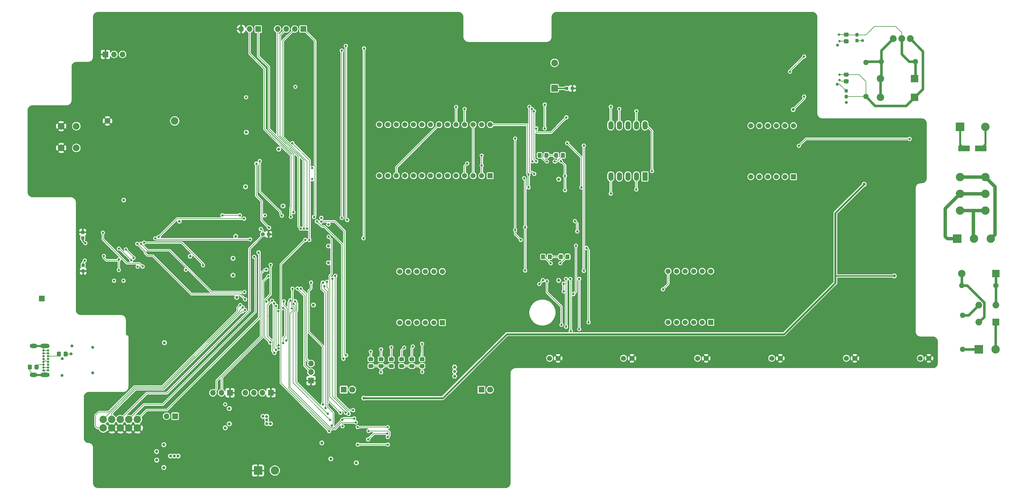
<source format=gbr>
%TF.GenerationSoftware,KiCad,Pcbnew,5.1.10-88a1d61d58~88~ubuntu20.04.1*%
%TF.CreationDate,2021-06-04T13:37:27+07:00*%
%TF.ProjectId,Schema_and_PCB,53636865-6d61-45f6-916e-645f5043422e,v0.1*%
%TF.SameCoordinates,Original*%
%TF.FileFunction,Copper,L4,Bot*%
%TF.FilePolarity,Positive*%
%FSLAX46Y46*%
G04 Gerber Fmt 4.6, Leading zero omitted, Abs format (unit mm)*
G04 Created by KiCad (PCBNEW 5.1.10-88a1d61d58~88~ubuntu20.04.1) date 2021-06-04 13:37:27*
%MOMM*%
%LPD*%
G01*
G04 APERTURE LIST*
%TA.AperFunction,ComponentPad*%
%ADD10O,1.700000X1.700000*%
%TD*%
%TA.AperFunction,ComponentPad*%
%ADD11R,1.700000X1.700000*%
%TD*%
%TA.AperFunction,ComponentPad*%
%ADD12C,2.200000*%
%TD*%
%TA.AperFunction,ComponentPad*%
%ADD13C,2.000000*%
%TD*%
%TA.AperFunction,ComponentPad*%
%ADD14C,2.250000*%
%TD*%
%TA.AperFunction,ComponentPad*%
%ADD15C,1.755000*%
%TD*%
%TA.AperFunction,ComponentPad*%
%ADD16C,0.700000*%
%TD*%
%TA.AperFunction,ComponentPad*%
%ADD17O,2.800000X1.300000*%
%TD*%
%TA.AperFunction,ComponentPad*%
%ADD18O,2.300000X1.300000*%
%TD*%
%TA.AperFunction,ComponentPad*%
%ADD19R,2.000000X2.000000*%
%TD*%
%TA.AperFunction,ComponentPad*%
%ADD20O,2.000000X2.000000*%
%TD*%
%TA.AperFunction,ComponentPad*%
%ADD21R,1.500000X1.500000*%
%TD*%
%TA.AperFunction,ComponentPad*%
%ADD22C,1.500000*%
%TD*%
%TA.AperFunction,ComponentPad*%
%ADD23R,1.800000X1.800000*%
%TD*%
%TA.AperFunction,ComponentPad*%
%ADD24C,1.800000*%
%TD*%
%TA.AperFunction,ComponentPad*%
%ADD25R,2.200000X2.200000*%
%TD*%
%TA.AperFunction,ComponentPad*%
%ADD26O,2.200000X2.200000*%
%TD*%
%TA.AperFunction,SMDPad,CuDef*%
%ADD27R,3.500000X1.800000*%
%TD*%
%TA.AperFunction,ComponentPad*%
%ADD28R,2.500000X2.500000*%
%TD*%
%TA.AperFunction,ComponentPad*%
%ADD29C,2.500000*%
%TD*%
%TA.AperFunction,ComponentPad*%
%ADD30C,2.020000*%
%TD*%
%TA.AperFunction,ComponentPad*%
%ADD31C,1.600000*%
%TD*%
%TA.AperFunction,ComponentPad*%
%ADD32O,1.600000X1.600000*%
%TD*%
%TA.AperFunction,ComponentPad*%
%ADD33O,2.500000X2.500000*%
%TD*%
%TA.AperFunction,ComponentPad*%
%ADD34C,1.524000*%
%TD*%
%TA.AperFunction,ComponentPad*%
%ADD35O,1.524000X2.524000*%
%TD*%
%TA.AperFunction,ComponentPad*%
%ADD36R,1.524000X2.524000*%
%TD*%
%TA.AperFunction,ViaPad*%
%ADD37C,0.900000*%
%TD*%
%TA.AperFunction,ViaPad*%
%ADD38C,0.700000*%
%TD*%
%TA.AperFunction,ViaPad*%
%ADD39C,0.800000*%
%TD*%
%TA.AperFunction,Conductor*%
%ADD40C,0.400000*%
%TD*%
%TA.AperFunction,Conductor*%
%ADD41C,0.200000*%
%TD*%
%TA.AperFunction,Conductor*%
%ADD42C,0.600000*%
%TD*%
%TA.AperFunction,Conductor*%
%ADD43C,0.800000*%
%TD*%
%TA.AperFunction,Conductor*%
%ADD44C,1.000000*%
%TD*%
%TA.AperFunction,Conductor*%
%ADD45C,0.100000*%
%TD*%
G04 APERTURE END LIST*
D10*
%TO.P,JP2,2*%
%TO.N,VDD_PER*%
X105181400Y-192379600D03*
D11*
%TO.P,JP2,1*%
%TO.N,VDD_MCU*%
X107721400Y-192379600D03*
%TD*%
D12*
%TO.P,J3,10*%
%TO.N,/Digital_IO_analog_Inputs/A_CH3_FAULT*%
X86334600Y-193370200D03*
%TO.P,J3,9*%
%TO.N,/Digital_IO_analog_Inputs/A_CH2_FAULT*%
X86334600Y-195910200D03*
%TO.P,J3,8*%
%TO.N,/Digital_IO_analog_Inputs/A_CH1_FAULT*%
X88874600Y-193370200D03*
%TO.P,J3,7*%
%TO.N,GNDREF*%
X88874600Y-195910200D03*
%TO.P,J3,6*%
%TO.N,/Digital_IO_analog_Inputs/ADC3_P*%
X91414600Y-193370200D03*
%TO.P,J3,5*%
%TO.N,GNDREF*%
X91414600Y-195910200D03*
%TO.P,J3,4*%
%TO.N,/Digital_IO_analog_Inputs/ADC2_P*%
X93954600Y-193370200D03*
%TO.P,J3,3*%
%TO.N,GNDREF*%
X93954600Y-195910200D03*
%TO.P,J3,2*%
%TO.N,/Digital_IO_analog_Inputs/ADC1_P*%
X96494600Y-193370200D03*
%TO.P,J3,1*%
%TO.N,GNDREF*%
X96494600Y-195910200D03*
%TD*%
D13*
%TO.P,SW7,1*%
%TO.N,NRST*%
X78295500Y-112341800D03*
%TO.P,SW7,2*%
%TO.N,GNDREF*%
X73795500Y-112341800D03*
%TO.P,SW7,1*%
%TO.N,NRST*%
X78295500Y-105841800D03*
%TO.P,SW7,2*%
%TO.N,GNDREF*%
X73795500Y-105841800D03*
%TD*%
D14*
%TO.P,BT1,1*%
%TO.N,Net-(BT1-Pad1)*%
X107574100Y-104279700D03*
D15*
%TO.P,BT1,2*%
%TO.N,GNDREF*%
X87574100Y-104279700D03*
%TD*%
D10*
%TO.P,JP3,3*%
%TO.N,VDD_MCU*%
X92049600Y-84442300D03*
%TO.P,JP3,2*%
%TO.N,Net-(JP3-Pad2)*%
X89509600Y-84442300D03*
D11*
%TO.P,JP3,1*%
%TO.N,GNDREF*%
X86969600Y-84442300D03*
%TD*%
D10*
%TO.P,J16,4*%
%TO.N,/Microcontroller/SWO*%
X128625600Y-185394600D03*
%TO.P,J16,3*%
%TO.N,/Microcontroller/SWDIO*%
X131165600Y-185394600D03*
%TO.P,J16,2*%
%TO.N,/Microcontroller/SWCLK*%
X133705600Y-185394600D03*
D11*
%TO.P,J16,1*%
%TO.N,GNDREF*%
X136245600Y-185394600D03*
%TD*%
D10*
%TO.P,J17,4*%
%TO.N,/Microcontroller/SPI4_MOSI*%
X138252200Y-76860400D03*
%TO.P,J17,3*%
%TO.N,/Microcontroller/SPI4_MISO*%
X140792200Y-76860400D03*
%TO.P,J17,2*%
%TO.N,/Microcontroller/SPI4_NSS*%
X143332200Y-76860400D03*
D11*
%TO.P,J17,1*%
%TO.N,/Microcontroller/SPI4_SCK*%
X145872200Y-76860400D03*
%TD*%
D10*
%TO.P,J13,3*%
%TO.N,GNDREF*%
X127381000Y-76873100D03*
%TO.P,J13,2*%
%TO.N,/Microcontroller/I2C2_SCL*%
X129921000Y-76873100D03*
D11*
%TO.P,J13,1*%
%TO.N,/Microcontroller/I2C2_SDA*%
X132461000Y-76873100D03*
%TD*%
D10*
%TO.P,J14,3*%
%TO.N,/Microcontroller/BOOT0_RX*%
X148196300Y-176695100D03*
%TO.P,J14,2*%
%TO.N,/Microcontroller/BOOT0_TX*%
X148196300Y-179235100D03*
D11*
%TO.P,J14,1*%
%TO.N,GNDREF*%
X148196300Y-181775100D03*
%TD*%
D10*
%TO.P,J15,3*%
%TO.N,/Microcontroller/USART2_RX*%
X118986300Y-185407300D03*
%TO.P,J15,2*%
%TO.N,/Microcontroller/USART2_TX*%
X121526300Y-185407300D03*
D11*
%TO.P,J15,1*%
%TO.N,GNDREF*%
X124066300Y-185407300D03*
%TD*%
D16*
%TO.P,J1,A1*%
%TO.N,/USB/USB_GND*%
X69887200Y-172768000D03*
%TO.P,J1,A4*%
%TO.N,/USB/USB_VBUS*%
X69887200Y-173618000D03*
%TO.P,J1,A5*%
%TO.N,Net-(J1-PadA5)*%
X69887200Y-174468000D03*
%TO.P,J1,A6*%
%TO.N,/USB/USB_D_P*%
X69887200Y-175318000D03*
%TO.P,J1,A7*%
%TO.N,/USB/USB_D_N*%
X69887200Y-176168000D03*
%TO.P,J1,A8*%
%TO.N,Net-(J1-PadA8)*%
X69887200Y-177018000D03*
%TO.P,J1,A9*%
%TO.N,/USB/USB_VBUS*%
X69887200Y-177868000D03*
%TO.P,J1,A12*%
%TO.N,/USB/USB_GND*%
X69887200Y-178718000D03*
%TO.P,J1,B1*%
X68537200Y-178718000D03*
%TO.P,J1,B4*%
%TO.N,/USB/USB_VBUS*%
X68537200Y-177868000D03*
%TO.P,J1,B5*%
%TO.N,Net-(J1-PadB5)*%
X68537200Y-177018000D03*
%TO.P,J1,B6*%
%TO.N,/USB/USB_D_P*%
X68537200Y-176168000D03*
%TO.P,J1,B7*%
%TO.N,/USB/USB_D_N*%
X68537200Y-175318000D03*
%TO.P,J1,B8*%
%TO.N,Net-(J1-PadB8)*%
X68537200Y-174468000D03*
%TO.P,J1,B9*%
%TO.N,/USB/USB_VBUS*%
X68537200Y-173618000D03*
%TO.P,J1,B12*%
%TO.N,/USB/USB_GND*%
X68537200Y-172768000D03*
D17*
%TO.P,J1,P1*%
X68907200Y-171418000D03*
%TO.P,J1,P2*%
X68907200Y-180068000D03*
D18*
%TO.P,J1,P3*%
X65527200Y-180068000D03*
%TO.P,J1,P4*%
X65527200Y-171418000D03*
%TD*%
D19*
%TO.P,D4,1*%
%TO.N,/Digital_IO_analog_Inputs/LEVEL_SWITCH_AC*%
X352145600Y-164338000D03*
D20*
%TO.P,D4,3*%
%TO.N,Net-(D4-Pad3)*%
X347065600Y-159258000D03*
%TO.P,D4,2*%
%TO.N,Net-(C54-Pad1)*%
X352145600Y-159258000D03*
%TO.P,D4,4*%
%TO.N,Net-(C54-Pad2)*%
X347065600Y-164338000D03*
%TD*%
D13*
%TO.P,LS1,2*%
%TO.N,Net-(LS1-Pad2)*%
X220726000Y-86964200D03*
D19*
%TO.P,LS1,1*%
%TO.N,+5V*%
X220726000Y-94564200D03*
%TD*%
%TO.P,R56,2*%
%TO.N,Net-(R56-Pad2)*%
%TA.AperFunction,SMDPad,CuDef*%
G36*
G01*
X307143999Y-91856000D02*
X308044001Y-91856000D01*
G75*
G02*
X308294000Y-92105999I0J-249999D01*
G01*
X308294000Y-92806001D01*
G75*
G02*
X308044001Y-93056000I-249999J0D01*
G01*
X307143999Y-93056000D01*
G75*
G02*
X306894000Y-92806001I0J249999D01*
G01*
X306894000Y-92105999D01*
G75*
G02*
X307143999Y-91856000I249999J0D01*
G01*
G37*
%TD.AperFunction*%
%TO.P,R56,1*%
%TO.N,/Digital_IO_analog_Inputs/ENCODER_IN_A*%
%TA.AperFunction,SMDPad,CuDef*%
G36*
G01*
X307143999Y-89856000D02*
X308044001Y-89856000D01*
G75*
G02*
X308294000Y-90105999I0J-249999D01*
G01*
X308294000Y-90806001D01*
G75*
G02*
X308044001Y-91056000I-249999J0D01*
G01*
X307143999Y-91056000D01*
G75*
G02*
X306894000Y-90806001I0J249999D01*
G01*
X306894000Y-90105999D01*
G75*
G02*
X307143999Y-89856000I249999J0D01*
G01*
G37*
%TD.AperFunction*%
%TD*%
D21*
%TO.P,U4,1*%
%TO.N,/Indicator/E2*%
X201568000Y-120637000D03*
D22*
%TO.P,U4,2*%
%TO.N,/Indicator/D2*%
X199028000Y-120637000D03*
%TO.P,U4,3*%
%TO.N,/Indicator/2C2*%
X196488000Y-120637000D03*
%TO.P,U4,4*%
%TO.N,/Indicator/C2*%
X193948000Y-120637000D03*
%TO.P,U4,5*%
%TO.N,/Indicator/DP2*%
X191408000Y-120637000D03*
%TO.P,U4,6*%
%TO.N,/Indicator/E2*%
X188868000Y-120637000D03*
%TO.P,U4,7*%
%TO.N,/Indicator/D2*%
X186328000Y-120637000D03*
%TO.P,U4,8*%
%TO.N,/Indicator/C2*%
X183788000Y-120637000D03*
%TO.P,U4,9*%
%TO.N,/Indicator/DP2*%
X181248000Y-120637000D03*
%TO.P,U4,20*%
%TO.N,/Indicator/B2*%
X181248000Y-105397000D03*
%TO.P,U4,21*%
%TO.N,/Indicator/A2*%
X183788000Y-105397000D03*
%TO.P,U4,22*%
%TO.N,/Indicator/G2*%
X186328000Y-105397000D03*
%TO.P,U4,23*%
%TO.N,/Indicator/F2*%
X188868000Y-105397000D03*
%TO.P,U4,24*%
%TO.N,/Indicator/B2*%
X191408000Y-105397000D03*
%TO.P,U4,25*%
%TO.N,/Indicator/A2*%
X193948000Y-105397000D03*
%TO.P,U4,26*%
%TO.N,/Indicator/2C2*%
X196488000Y-105397000D03*
%TO.P,U4,27*%
%TO.N,/Indicator/F2*%
X199028000Y-105397000D03*
%TO.P,U4,28*%
%TO.N,/Indicator/G2*%
X201568000Y-105397000D03*
%TO.P,U4,10*%
%TO.N,/Indicator/E2*%
X178708000Y-120637000D03*
%TO.P,U4,19*%
%TO.N,/Indicator/2C1*%
X178708000Y-105397000D03*
%TO.P,U4,18*%
%TO.N,/Indicator/2C0*%
X176168000Y-105397000D03*
%TO.P,U4,11*%
%TO.N,/Indicator/D2*%
X176168000Y-120637000D03*
%TO.P,U4,17*%
%TO.N,/Indicator/F2*%
X173628000Y-105397000D03*
%TO.P,U4,12*%
%TO.N,/Indicator/G2*%
X173628000Y-120637000D03*
%TO.P,U4,13*%
%TO.N,/Indicator/C2*%
X171088000Y-120637000D03*
%TO.P,U4,16*%
%TO.N,/Indicator/A2*%
X171088000Y-105397000D03*
%TO.P,U4,14*%
%TO.N,/Indicator/DP2*%
X168548000Y-120637000D03*
%TO.P,U4,15*%
%TO.N,/Indicator/B2*%
X168548000Y-105397000D03*
%TD*%
%TO.P,U2,12*%
%TO.N,/Indicator/1C3*%
X187300000Y-149187000D03*
%TO.P,U2,11*%
%TO.N,/Indicator/A1*%
X184760000Y-149187000D03*
%TO.P,U2,10*%
%TO.N,/Indicator/F1*%
X182220000Y-149187000D03*
%TO.P,U2,9*%
%TO.N,/Indicator/1C2*%
X179680000Y-149187000D03*
%TO.P,U2,8*%
%TO.N,/Indicator/1C1*%
X177140000Y-149187000D03*
%TO.P,U2,7*%
%TO.N,/Indicator/B1*%
X174600000Y-149187000D03*
%TO.P,U2,6*%
%TO.N,/Indicator/1C0*%
X174600000Y-164427000D03*
%TO.P,U2,5*%
%TO.N,/Indicator/G1*%
X177140000Y-164427000D03*
%TO.P,U2,4*%
%TO.N,/Indicator/C1*%
X179680000Y-164427000D03*
%TO.P,U2,3*%
%TO.N,/Indicator/DP1*%
X182220000Y-164427000D03*
%TO.P,U2,2*%
%TO.N,/Indicator/D1*%
X184760000Y-164427000D03*
D21*
%TO.P,U2,1*%
%TO.N,/Indicator/E1*%
X187300000Y-164427000D03*
%TD*%
%TO.P,C61,1*%
%TO.N,+5V*%
%TA.AperFunction,SMDPad,CuDef*%
G36*
G01*
X223772100Y-94801700D02*
X223772100Y-94326700D01*
G75*
G02*
X224009600Y-94089200I237500J0D01*
G01*
X224609600Y-94089200D01*
G75*
G02*
X224847100Y-94326700I0J-237500D01*
G01*
X224847100Y-94801700D01*
G75*
G02*
X224609600Y-95039200I-237500J0D01*
G01*
X224009600Y-95039200D01*
G75*
G02*
X223772100Y-94801700I0J237500D01*
G01*
G37*
%TD.AperFunction*%
%TO.P,C61,2*%
%TO.N,GNDREF*%
%TA.AperFunction,SMDPad,CuDef*%
G36*
G01*
X225497100Y-94801700D02*
X225497100Y-94326700D01*
G75*
G02*
X225734600Y-94089200I237500J0D01*
G01*
X226334600Y-94089200D01*
G75*
G02*
X226572100Y-94326700I0J-237500D01*
G01*
X226572100Y-94801700D01*
G75*
G02*
X226334600Y-95039200I-237500J0D01*
G01*
X225734600Y-95039200D01*
G75*
G02*
X225497100Y-94801700I0J237500D01*
G01*
G37*
%TD.AperFunction*%
%TD*%
%TO.P,C66,2*%
%TO.N,/Digital_IO_analog_Inputs/COM_ENCODER*%
%TA.AperFunction,SMDPad,CuDef*%
G36*
G01*
X307831500Y-95840500D02*
X307356500Y-95840500D01*
G75*
G02*
X307119000Y-95603000I0J237500D01*
G01*
X307119000Y-95003000D01*
G75*
G02*
X307356500Y-94765500I237500J0D01*
G01*
X307831500Y-94765500D01*
G75*
G02*
X308069000Y-95003000I0J-237500D01*
G01*
X308069000Y-95603000D01*
G75*
G02*
X307831500Y-95840500I-237500J0D01*
G01*
G37*
%TD.AperFunction*%
%TO.P,C66,1*%
%TO.N,/Digital_IO_analog_Inputs/ENCODER_IN_A*%
%TA.AperFunction,SMDPad,CuDef*%
G36*
G01*
X307831500Y-97565500D02*
X307356500Y-97565500D01*
G75*
G02*
X307119000Y-97328000I0J237500D01*
G01*
X307119000Y-96728000D01*
G75*
G02*
X307356500Y-96490500I237500J0D01*
G01*
X307831500Y-96490500D01*
G75*
G02*
X308069000Y-96728000I0J-237500D01*
G01*
X308069000Y-97328000D01*
G75*
G02*
X307831500Y-97565500I-237500J0D01*
G01*
G37*
%TD.AperFunction*%
%TD*%
%TO.P,C74,1*%
%TO.N,/Digital_IO_analog_Inputs/ENCODER_IN_B*%
%TA.AperFunction,SMDPad,CuDef*%
G36*
G01*
X310531500Y-78037400D02*
X311006500Y-78037400D01*
G75*
G02*
X311244000Y-78274900I0J-237500D01*
G01*
X311244000Y-78874900D01*
G75*
G02*
X311006500Y-79112400I-237500J0D01*
G01*
X310531500Y-79112400D01*
G75*
G02*
X310294000Y-78874900I0J237500D01*
G01*
X310294000Y-78274900D01*
G75*
G02*
X310531500Y-78037400I237500J0D01*
G01*
G37*
%TD.AperFunction*%
%TO.P,C74,2*%
%TO.N,/Digital_IO_analog_Inputs/COM_ENCODER*%
%TA.AperFunction,SMDPad,CuDef*%
G36*
G01*
X310531500Y-79762400D02*
X311006500Y-79762400D01*
G75*
G02*
X311244000Y-79999900I0J-237500D01*
G01*
X311244000Y-80599900D01*
G75*
G02*
X311006500Y-80837400I-237500J0D01*
G01*
X310531500Y-80837400D01*
G75*
G02*
X310294000Y-80599900I0J237500D01*
G01*
X310294000Y-79999900D01*
G75*
G02*
X310531500Y-79762400I237500J0D01*
G01*
G37*
%TD.AperFunction*%
%TD*%
%TO.P,C90,2*%
%TO.N,GNDREF*%
%TA.AperFunction,SMDPad,CuDef*%
G36*
G01*
X80095080Y-148534000D02*
X80570080Y-148534000D01*
G75*
G02*
X80807580Y-148771500I0J-237500D01*
G01*
X80807580Y-149371500D01*
G75*
G02*
X80570080Y-149609000I-237500J0D01*
G01*
X80095080Y-149609000D01*
G75*
G02*
X79857580Y-149371500I0J237500D01*
G01*
X79857580Y-148771500D01*
G75*
G02*
X80095080Y-148534000I237500J0D01*
G01*
G37*
%TD.AperFunction*%
%TO.P,C90,1*%
%TO.N,/LAN/LAN_PWR*%
%TA.AperFunction,SMDPad,CuDef*%
G36*
G01*
X80095080Y-146809000D02*
X80570080Y-146809000D01*
G75*
G02*
X80807580Y-147046500I0J-237500D01*
G01*
X80807580Y-147646500D01*
G75*
G02*
X80570080Y-147884000I-237500J0D01*
G01*
X80095080Y-147884000D01*
G75*
G02*
X79857580Y-147646500I0J237500D01*
G01*
X79857580Y-147046500D01*
G75*
G02*
X80095080Y-146809000I237500J0D01*
G01*
G37*
%TD.AperFunction*%
%TD*%
%TO.P,C91,1*%
%TO.N,/LAN/LAN_PWR*%
%TA.AperFunction,SMDPad,CuDef*%
G36*
G01*
X80450700Y-139765000D02*
X79975700Y-139765000D01*
G75*
G02*
X79738200Y-139527500I0J237500D01*
G01*
X79738200Y-138927500D01*
G75*
G02*
X79975700Y-138690000I237500J0D01*
G01*
X80450700Y-138690000D01*
G75*
G02*
X80688200Y-138927500I0J-237500D01*
G01*
X80688200Y-139527500D01*
G75*
G02*
X80450700Y-139765000I-237500J0D01*
G01*
G37*
%TD.AperFunction*%
%TO.P,C91,2*%
%TO.N,GNDREF*%
%TA.AperFunction,SMDPad,CuDef*%
G36*
G01*
X80450700Y-138040000D02*
X79975700Y-138040000D01*
G75*
G02*
X79738200Y-137802500I0J237500D01*
G01*
X79738200Y-137202500D01*
G75*
G02*
X79975700Y-136965000I237500J0D01*
G01*
X80450700Y-136965000D01*
G75*
G02*
X80688200Y-137202500I0J-237500D01*
G01*
X80688200Y-137802500D01*
G75*
G02*
X80450700Y-138040000I-237500J0D01*
G01*
G37*
%TD.AperFunction*%
%TD*%
D23*
%TO.P,D1,1*%
%TO.N,Net-(D1-Pad1)*%
X198958000Y-184490000D03*
D24*
%TO.P,D1,2*%
%TO.N,Net-(D1-Pad2)*%
X201498000Y-184490000D03*
%TD*%
%TO.P,D2,2*%
%TO.N,Net-(D2-Pad2)*%
X160490000Y-184464000D03*
D23*
%TO.P,D2,1*%
%TO.N,Net-(D2-Pad1)*%
X157950000Y-184464000D03*
%TD*%
D25*
%TO.P,D5,1*%
%TO.N,Net-(C54-Pad1)*%
X352145600Y-149860000D03*
D26*
%TO.P,D5,2*%
%TO.N,Net-(C54-Pad2)*%
X341985600Y-149860000D03*
%TD*%
D27*
%TO.P,D8,1*%
%TO.N,+5V*%
X342686000Y-112522000D03*
%TO.P,D8,2*%
%TO.N,Net-(D8-Pad2)*%
X347686000Y-112522000D03*
%TD*%
D25*
%TO.P,D11,1*%
%TO.N,/Digital_IO_analog_Inputs/ENCODER_IN_A*%
X327914000Y-97282000D03*
D26*
%TO.P,D11,2*%
%TO.N,/Digital_IO_analog_Inputs/COM_ENCODER*%
X317754000Y-97282000D03*
%TD*%
%TO.P,D12,2*%
%TO.N,/Digital_IO_analog_Inputs/COM_ENCODER*%
X317754000Y-91694000D03*
D25*
%TO.P,D12,1*%
%TO.N,/Digital_IO_analog_Inputs/ENCODER_IN_B*%
X327914000Y-91694000D03*
%TD*%
D28*
%TO.P,J2,1*%
%TO.N,GNDREF*%
X132410000Y-208610000D03*
D29*
%TO.P,J2,2*%
%TO.N,+5V*%
X137410000Y-208610000D03*
%TD*%
D28*
%TO.P,J5,1*%
%TO.N,/Digital_IO_analog_Inputs/220V_Phase*%
X347065600Y-172466000D03*
D29*
%TO.P,J5,2*%
%TO.N,/Digital_IO_analog_Inputs/LEVEL_SWITCH_AC*%
X352065600Y-172466000D03*
%TD*%
D28*
%TO.P,J7,1*%
%TO.N,Net-(J7-Pad1)*%
X340614000Y-139446000D03*
D29*
%TO.P,J7,2*%
%TO.N,Net-(J7-Pad2)*%
X345614000Y-139446000D03*
%TO.P,J7,3*%
%TO.N,Net-(J7-Pad3)*%
X350614000Y-139446000D03*
%TD*%
D30*
%TO.P,J9,3*%
%TO.N,/Digital_IO_analog_Inputs/COM_ENCODER*%
X321564000Y-79756000D03*
%TO.P,J9,2*%
%TO.N,/Digital_IO_analog_Inputs/ENCODER_IN_B*%
X324104000Y-79756000D03*
%TO.P,J9,1*%
%TO.N,/Digital_IO_analog_Inputs/ENCODER_IN_A*%
X326644000Y-79756000D03*
%TD*%
%TO.P,R3,1*%
%TO.N,+5V*%
%TA.AperFunction,SMDPad,CuDef*%
G36*
G01*
X225196200Y-144355399D02*
X225196200Y-145255401D01*
G75*
G02*
X224946201Y-145505400I-249999J0D01*
G01*
X224246199Y-145505400D01*
G75*
G02*
X223996200Y-145255401I0J249999D01*
G01*
X223996200Y-144355399D01*
G75*
G02*
X224246199Y-144105400I249999J0D01*
G01*
X224946201Y-144105400D01*
G75*
G02*
X225196200Y-144355399I0J-249999D01*
G01*
G37*
%TD.AperFunction*%
%TO.P,R3,2*%
%TO.N,Net-(R3-Pad2)*%
%TA.AperFunction,SMDPad,CuDef*%
G36*
G01*
X223196200Y-144355399D02*
X223196200Y-145255401D01*
G75*
G02*
X222946201Y-145505400I-249999J0D01*
G01*
X222246199Y-145505400D01*
G75*
G02*
X221996200Y-145255401I0J249999D01*
G01*
X221996200Y-144355399D01*
G75*
G02*
X222246199Y-144105400I249999J0D01*
G01*
X222946201Y-144105400D01*
G75*
G02*
X223196200Y-144355399I0J-249999D01*
G01*
G37*
%TD.AperFunction*%
%TD*%
%TO.P,R6,2*%
%TO.N,Net-(R6-Pad2)*%
%TA.AperFunction,SMDPad,CuDef*%
G36*
G01*
X217884600Y-144368199D02*
X217884600Y-145268201D01*
G75*
G02*
X217634601Y-145518200I-249999J0D01*
G01*
X216934599Y-145518200D01*
G75*
G02*
X216684600Y-145268201I0J249999D01*
G01*
X216684600Y-144368199D01*
G75*
G02*
X216934599Y-144118200I249999J0D01*
G01*
X217634601Y-144118200D01*
G75*
G02*
X217884600Y-144368199I0J-249999D01*
G01*
G37*
%TD.AperFunction*%
%TO.P,R6,1*%
%TO.N,Net-(R3-Pad2)*%
%TA.AperFunction,SMDPad,CuDef*%
G36*
G01*
X219884600Y-144368199D02*
X219884600Y-145268201D01*
G75*
G02*
X219634601Y-145518200I-249999J0D01*
G01*
X218934599Y-145518200D01*
G75*
G02*
X218684600Y-145268201I0J249999D01*
G01*
X218684600Y-144368199D01*
G75*
G02*
X218934599Y-144118200I249999J0D01*
G01*
X219634601Y-144118200D01*
G75*
G02*
X219884600Y-144368199I0J-249999D01*
G01*
G37*
%TD.AperFunction*%
%TD*%
%TO.P,R7,1*%
%TO.N,+5V*%
%TA.AperFunction,SMDPad,CuDef*%
G36*
G01*
X223808600Y-114103999D02*
X223808600Y-115004001D01*
G75*
G02*
X223558601Y-115254000I-249999J0D01*
G01*
X222858599Y-115254000D01*
G75*
G02*
X222608600Y-115004001I0J249999D01*
G01*
X222608600Y-114103999D01*
G75*
G02*
X222858599Y-113854000I249999J0D01*
G01*
X223558601Y-113854000D01*
G75*
G02*
X223808600Y-114103999I0J-249999D01*
G01*
G37*
%TD.AperFunction*%
%TO.P,R7,2*%
%TO.N,Net-(R7-Pad2)*%
%TA.AperFunction,SMDPad,CuDef*%
G36*
G01*
X221808600Y-114103999D02*
X221808600Y-115004001D01*
G75*
G02*
X221558601Y-115254000I-249999J0D01*
G01*
X220858599Y-115254000D01*
G75*
G02*
X220608600Y-115004001I0J249999D01*
G01*
X220608600Y-114103999D01*
G75*
G02*
X220858599Y-113854000I249999J0D01*
G01*
X221558601Y-113854000D01*
G75*
G02*
X221808600Y-114103999I0J-249999D01*
G01*
G37*
%TD.AperFunction*%
%TD*%
%TO.P,R8,2*%
%TO.N,Net-(R8-Pad2)*%
%TA.AperFunction,SMDPad,CuDef*%
G36*
G01*
X216868400Y-114103999D02*
X216868400Y-115004001D01*
G75*
G02*
X216618401Y-115254000I-249999J0D01*
G01*
X215918399Y-115254000D01*
G75*
G02*
X215668400Y-115004001I0J249999D01*
G01*
X215668400Y-114103999D01*
G75*
G02*
X215918399Y-113854000I249999J0D01*
G01*
X216618401Y-113854000D01*
G75*
G02*
X216868400Y-114103999I0J-249999D01*
G01*
G37*
%TD.AperFunction*%
%TO.P,R8,1*%
%TO.N,Net-(R7-Pad2)*%
%TA.AperFunction,SMDPad,CuDef*%
G36*
G01*
X218868400Y-114103999D02*
X218868400Y-115004001D01*
G75*
G02*
X218618401Y-115254000I-249999J0D01*
G01*
X217918399Y-115254000D01*
G75*
G02*
X217668400Y-115004001I0J249999D01*
G01*
X217668400Y-114103999D01*
G75*
G02*
X217918399Y-113854000I249999J0D01*
G01*
X218618401Y-113854000D01*
G75*
G02*
X218868400Y-114103999I0J-249999D01*
G01*
G37*
%TD.AperFunction*%
%TD*%
%TO.P,R14,1*%
%TO.N,Net-(J1-PadA5)*%
%TA.AperFunction,SMDPad,CuDef*%
G36*
G01*
X72517200Y-174275001D02*
X72517200Y-173374999D01*
G75*
G02*
X72767199Y-173125000I249999J0D01*
G01*
X73467201Y-173125000D01*
G75*
G02*
X73717200Y-173374999I0J-249999D01*
G01*
X73717200Y-174275001D01*
G75*
G02*
X73467201Y-174525000I-249999J0D01*
G01*
X72767199Y-174525000D01*
G75*
G02*
X72517200Y-174275001I0J249999D01*
G01*
G37*
%TD.AperFunction*%
%TO.P,R14,2*%
%TO.N,/USB/USB_GND*%
%TA.AperFunction,SMDPad,CuDef*%
G36*
G01*
X74517200Y-174275001D02*
X74517200Y-173374999D01*
G75*
G02*
X74767199Y-173125000I249999J0D01*
G01*
X75467201Y-173125000D01*
G75*
G02*
X75717200Y-173374999I0J-249999D01*
G01*
X75717200Y-174275001D01*
G75*
G02*
X75467201Y-174525000I-249999J0D01*
G01*
X74767199Y-174525000D01*
G75*
G02*
X74517200Y-174275001I0J249999D01*
G01*
G37*
%TD.AperFunction*%
%TD*%
%TO.P,R15,2*%
%TO.N,/USB/USB_GND*%
%TA.AperFunction,SMDPad,CuDef*%
G36*
G01*
X65039800Y-177247999D02*
X65039800Y-178148001D01*
G75*
G02*
X64789801Y-178398000I-249999J0D01*
G01*
X64089799Y-178398000D01*
G75*
G02*
X63839800Y-178148001I0J249999D01*
G01*
X63839800Y-177247999D01*
G75*
G02*
X64089799Y-176998000I249999J0D01*
G01*
X64789801Y-176998000D01*
G75*
G02*
X65039800Y-177247999I0J-249999D01*
G01*
G37*
%TD.AperFunction*%
%TO.P,R15,1*%
%TO.N,Net-(J1-PadB5)*%
%TA.AperFunction,SMDPad,CuDef*%
G36*
G01*
X67039800Y-177247999D02*
X67039800Y-178148001D01*
G75*
G02*
X66789801Y-178398000I-249999J0D01*
G01*
X66089799Y-178398000D01*
G75*
G02*
X65839800Y-178148001I0J249999D01*
G01*
X65839800Y-177247999D01*
G75*
G02*
X66089799Y-176998000I249999J0D01*
G01*
X66789801Y-176998000D01*
G75*
G02*
X67039800Y-177247999I0J-249999D01*
G01*
G37*
%TD.AperFunction*%
%TD*%
D31*
%TO.P,R23,1*%
%TO.N,/Digital_IO_analog_Inputs/220V_Phase*%
X342239600Y-172466000D03*
D32*
%TO.P,R23,2*%
%TO.N,Net-(D4-Pad3)*%
X342239600Y-162306000D03*
%TD*%
%TO.P,R27,2*%
%TO.N,Net-(C54-Pad2)*%
X341985600Y-153416000D03*
D31*
%TO.P,R27,1*%
%TO.N,Net-(C54-Pad1)*%
X352145600Y-153416000D03*
%TD*%
%TO.P,R57,1*%
%TO.N,/Digital_IO_analog_Inputs/ENCODER_IN_A*%
X313436000Y-97028000D03*
D32*
%TO.P,R57,2*%
%TO.N,/Digital_IO_analog_Inputs/COM_ENCODER*%
X313436000Y-86868000D03*
%TD*%
%TO.P,R60,2*%
%TO.N,Net-(R60-Pad2)*%
%TA.AperFunction,SMDPad,CuDef*%
G36*
G01*
X307143999Y-79918000D02*
X308044001Y-79918000D01*
G75*
G02*
X308294000Y-80167999I0J-249999D01*
G01*
X308294000Y-80868001D01*
G75*
G02*
X308044001Y-81118000I-249999J0D01*
G01*
X307143999Y-81118000D01*
G75*
G02*
X306894000Y-80868001I0J249999D01*
G01*
X306894000Y-80167999D01*
G75*
G02*
X307143999Y-79918000I249999J0D01*
G01*
G37*
%TD.AperFunction*%
%TO.P,R60,1*%
%TO.N,/Digital_IO_analog_Inputs/ENCODER_IN_B*%
%TA.AperFunction,SMDPad,CuDef*%
G36*
G01*
X307143999Y-77918000D02*
X308044001Y-77918000D01*
G75*
G02*
X308294000Y-78167999I0J-249999D01*
G01*
X308294000Y-78868001D01*
G75*
G02*
X308044001Y-79118000I-249999J0D01*
G01*
X307143999Y-79118000D01*
G75*
G02*
X306894000Y-78868001I0J249999D01*
G01*
X306894000Y-78167999D01*
G75*
G02*
X307143999Y-77918000I249999J0D01*
G01*
G37*
%TD.AperFunction*%
%TD*%
%TO.P,R61,2*%
%TO.N,/Digital_IO_analog_Inputs/COM_ENCODER*%
X318008000Y-86614000D03*
D31*
%TO.P,R61,1*%
%TO.N,/Digital_IO_analog_Inputs/ENCODER_IN_B*%
X328168000Y-86614000D03*
%TD*%
%TO.P,R74,1*%
%TO.N,VDD_MCU*%
%TA.AperFunction,SMDPad,CuDef*%
G36*
G01*
X166451701Y-177993600D02*
X165551699Y-177993600D01*
G75*
G02*
X165301700Y-177743601I0J249999D01*
G01*
X165301700Y-177043599D01*
G75*
G02*
X165551699Y-176793600I249999J0D01*
G01*
X166451701Y-176793600D01*
G75*
G02*
X166701700Y-177043599I0J-249999D01*
G01*
X166701700Y-177743601D01*
G75*
G02*
X166451701Y-177993600I-249999J0D01*
G01*
G37*
%TD.AperFunction*%
%TO.P,R74,2*%
%TO.N,/Buttons/Button_Plus*%
%TA.AperFunction,SMDPad,CuDef*%
G36*
G01*
X166451701Y-175993600D02*
X165551699Y-175993600D01*
G75*
G02*
X165301700Y-175743601I0J249999D01*
G01*
X165301700Y-175043599D01*
G75*
G02*
X165551699Y-174793600I249999J0D01*
G01*
X166451701Y-174793600D01*
G75*
G02*
X166701700Y-175043599I0J-249999D01*
G01*
X166701700Y-175743601D01*
G75*
G02*
X166451701Y-175993600I-249999J0D01*
G01*
G37*
%TD.AperFunction*%
%TD*%
%TO.P,R75,1*%
%TO.N,VDD_MCU*%
%TA.AperFunction,SMDPad,CuDef*%
G36*
G01*
X169507321Y-177993600D02*
X168607319Y-177993600D01*
G75*
G02*
X168357320Y-177743601I0J249999D01*
G01*
X168357320Y-177043599D01*
G75*
G02*
X168607319Y-176793600I249999J0D01*
G01*
X169507321Y-176793600D01*
G75*
G02*
X169757320Y-177043599I0J-249999D01*
G01*
X169757320Y-177743601D01*
G75*
G02*
X169507321Y-177993600I-249999J0D01*
G01*
G37*
%TD.AperFunction*%
%TO.P,R75,2*%
%TO.N,/Buttons/Button_Minus*%
%TA.AperFunction,SMDPad,CuDef*%
G36*
G01*
X169507321Y-175993600D02*
X168607319Y-175993600D01*
G75*
G02*
X168357320Y-175743601I0J249999D01*
G01*
X168357320Y-175043599D01*
G75*
G02*
X168607319Y-174793600I249999J0D01*
G01*
X169507321Y-174793600D01*
G75*
G02*
X169757320Y-175043599I0J-249999D01*
G01*
X169757320Y-175743601D01*
G75*
G02*
X169507321Y-175993600I-249999J0D01*
G01*
G37*
%TD.AperFunction*%
%TD*%
%TO.P,R76,2*%
%TO.N,/Buttons/Button_Emh*%
%TA.AperFunction,SMDPad,CuDef*%
G36*
G01*
X181729801Y-175993600D02*
X180829799Y-175993600D01*
G75*
G02*
X180579800Y-175743601I0J249999D01*
G01*
X180579800Y-175043599D01*
G75*
G02*
X180829799Y-174793600I249999J0D01*
G01*
X181729801Y-174793600D01*
G75*
G02*
X181979800Y-175043599I0J-249999D01*
G01*
X181979800Y-175743601D01*
G75*
G02*
X181729801Y-175993600I-249999J0D01*
G01*
G37*
%TD.AperFunction*%
%TO.P,R76,1*%
%TO.N,VDD_MCU*%
%TA.AperFunction,SMDPad,CuDef*%
G36*
G01*
X181729801Y-177993600D02*
X180829799Y-177993600D01*
G75*
G02*
X180579800Y-177743601I0J249999D01*
G01*
X180579800Y-177043599D01*
G75*
G02*
X180829799Y-176793600I249999J0D01*
G01*
X181729801Y-176793600D01*
G75*
G02*
X181979800Y-177043599I0J-249999D01*
G01*
X181979800Y-177743601D01*
G75*
G02*
X181729801Y-177993600I-249999J0D01*
G01*
G37*
%TD.AperFunction*%
%TD*%
%TO.P,R77,1*%
%TO.N,VDD_MCU*%
%TA.AperFunction,SMDPad,CuDef*%
G36*
G01*
X178674181Y-177993600D02*
X177774179Y-177993600D01*
G75*
G02*
X177524180Y-177743601I0J249999D01*
G01*
X177524180Y-177043599D01*
G75*
G02*
X177774179Y-176793600I249999J0D01*
G01*
X178674181Y-176793600D01*
G75*
G02*
X178924180Y-177043599I0J-249999D01*
G01*
X178924180Y-177743601D01*
G75*
G02*
X178674181Y-177993600I-249999J0D01*
G01*
G37*
%TD.AperFunction*%
%TO.P,R77,2*%
%TO.N,/Buttons/Button_Clock*%
%TA.AperFunction,SMDPad,CuDef*%
G36*
G01*
X178674181Y-175993600D02*
X177774179Y-175993600D01*
G75*
G02*
X177524180Y-175743601I0J249999D01*
G01*
X177524180Y-175043599D01*
G75*
G02*
X177774179Y-174793600I249999J0D01*
G01*
X178674181Y-174793600D01*
G75*
G02*
X178924180Y-175043599I0J-249999D01*
G01*
X178924180Y-175743601D01*
G75*
G02*
X178674181Y-175993600I-249999J0D01*
G01*
G37*
%TD.AperFunction*%
%TD*%
%TO.P,R78,2*%
%TO.N,/Buttons/Button_pH*%
%TA.AperFunction,SMDPad,CuDef*%
G36*
G01*
X175618561Y-175993600D02*
X174718559Y-175993600D01*
G75*
G02*
X174468560Y-175743601I0J249999D01*
G01*
X174468560Y-175043599D01*
G75*
G02*
X174718559Y-174793600I249999J0D01*
G01*
X175618561Y-174793600D01*
G75*
G02*
X175868560Y-175043599I0J-249999D01*
G01*
X175868560Y-175743601D01*
G75*
G02*
X175618561Y-175993600I-249999J0D01*
G01*
G37*
%TD.AperFunction*%
%TO.P,R78,1*%
%TO.N,VDD_MCU*%
%TA.AperFunction,SMDPad,CuDef*%
G36*
G01*
X175618561Y-177993600D02*
X174718559Y-177993600D01*
G75*
G02*
X174468560Y-177743601I0J249999D01*
G01*
X174468560Y-177043599D01*
G75*
G02*
X174718559Y-176793600I249999J0D01*
G01*
X175618561Y-176793600D01*
G75*
G02*
X175868560Y-177043599I0J-249999D01*
G01*
X175868560Y-177743601D01*
G75*
G02*
X175618561Y-177993600I-249999J0D01*
G01*
G37*
%TD.AperFunction*%
%TD*%
%TO.P,R79,1*%
%TO.N,VDD_MCU*%
%TA.AperFunction,SMDPad,CuDef*%
G36*
G01*
X172562941Y-177993600D02*
X171662939Y-177993600D01*
G75*
G02*
X171412940Y-177743601I0J249999D01*
G01*
X171412940Y-177043599D01*
G75*
G02*
X171662939Y-176793600I249999J0D01*
G01*
X172562941Y-176793600D01*
G75*
G02*
X172812940Y-177043599I0J-249999D01*
G01*
X172812940Y-177743601D01*
G75*
G02*
X172562941Y-177993600I-249999J0D01*
G01*
G37*
%TD.AperFunction*%
%TO.P,R79,2*%
%TO.N,/Buttons/Button_Func*%
%TA.AperFunction,SMDPad,CuDef*%
G36*
G01*
X172562941Y-175993600D02*
X171662939Y-175993600D01*
G75*
G02*
X171412940Y-175743601I0J249999D01*
G01*
X171412940Y-175043599D01*
G75*
G02*
X171662939Y-174793600I249999J0D01*
G01*
X172562941Y-174793600D01*
G75*
G02*
X172812940Y-175043599I0J-249999D01*
G01*
X172812940Y-175743601D01*
G75*
G02*
X172562941Y-175993600I-249999J0D01*
G01*
G37*
%TD.AperFunction*%
%TD*%
D28*
%TO.P,RL1,1*%
%TO.N,+5V*%
X341503000Y-106045000D03*
D33*
%TO.P,RL1,2*%
%TO.N,Net-(J7-Pad3)*%
X341503000Y-121045000D03*
%TO.P,RL1,3*%
%TO.N,Net-(J7-Pad1)*%
X341503000Y-126045000D03*
%TO.P,RL1,4*%
%TO.N,Net-(J7-Pad2)*%
X341503000Y-131045000D03*
%TO.P,RL1,5*%
X349003000Y-131045000D03*
%TO.P,RL1,6*%
%TO.N,Net-(J7-Pad1)*%
X349003000Y-126045000D03*
%TO.P,RL1,7*%
%TO.N,Net-(J7-Pad3)*%
X349003000Y-121045000D03*
%TO.P,RL1,8*%
%TO.N,Net-(D8-Pad2)*%
X349003000Y-106045000D03*
%TD*%
D34*
%TO.P,SW1,2*%
%TO.N,GNDREF*%
X332207000Y-175115000D03*
%TO.P,SW1,1*%
%TO.N,Net-(R80-Pad2)*%
X329667000Y-175095000D03*
%TD*%
%TO.P,SW2,2*%
%TO.N,GNDREF*%
X310172000Y-175115000D03*
%TO.P,SW2,1*%
%TO.N,Net-(R81-Pad2)*%
X307632000Y-175095000D03*
%TD*%
%TO.P,SW3,2*%
%TO.N,GNDREF*%
X287947000Y-175115000D03*
%TO.P,SW3,1*%
%TO.N,Net-(R82-Pad2)*%
X285407000Y-175095000D03*
%TD*%
%TO.P,SW4,2*%
%TO.N,GNDREF*%
X265874000Y-175115000D03*
%TO.P,SW4,1*%
%TO.N,Net-(R83-Pad2)*%
X263334000Y-175095000D03*
%TD*%
%TO.P,SW5,1*%
%TO.N,Net-(R84-Pad2)*%
X241262000Y-175095000D03*
%TO.P,SW5,2*%
%TO.N,GNDREF*%
X243802000Y-175115000D03*
%TD*%
%TO.P,SW6,1*%
%TO.N,Net-(R85-Pad2)*%
X219253000Y-175095000D03*
%TO.P,SW6,2*%
%TO.N,GNDREF*%
X221793000Y-175115000D03*
%TD*%
D21*
%TO.P,U1,1*%
%TO.N,/Indicator/E1*%
X267259000Y-164363000D03*
D22*
%TO.P,U1,2*%
%TO.N,/Indicator/D1*%
X264719000Y-164363000D03*
%TO.P,U1,3*%
%TO.N,/Indicator/DP1*%
X262179000Y-164363000D03*
%TO.P,U1,4*%
%TO.N,/Indicator/C1*%
X259639000Y-164363000D03*
%TO.P,U1,5*%
%TO.N,/Indicator/G1*%
X257099000Y-164363000D03*
%TO.P,U1,6*%
%TO.N,/Indicator/1C4*%
X254559000Y-164363000D03*
%TO.P,U1,7*%
%TO.N,/Indicator/B1*%
X254559000Y-149123000D03*
%TO.P,U1,8*%
%TO.N,/Indicator/1C5*%
X257099000Y-149123000D03*
%TO.P,U1,9*%
%TO.N,/Indicator/1C6*%
X259639000Y-149123000D03*
%TO.P,U1,10*%
%TO.N,/Indicator/F1*%
X262179000Y-149123000D03*
%TO.P,U1,11*%
%TO.N,/Indicator/A1*%
X264719000Y-149123000D03*
%TO.P,U1,12*%
%TO.N,/Indicator/1C7*%
X267259000Y-149123000D03*
%TD*%
D35*
%TO.P,U5,10*%
%TO.N,/Indicator/G2*%
X247637000Y-105600000D03*
%TO.P,U5,9*%
%TO.N,/Indicator/F2*%
X245097000Y-105600000D03*
%TO.P,U5,8*%
%TO.N,/Indicator/2C3*%
X242557000Y-105600000D03*
%TO.P,U5,7*%
%TO.N,/Indicator/A2*%
X240017000Y-105600000D03*
%TO.P,U5,6*%
%TO.N,/Indicator/B2*%
X237477000Y-105600000D03*
%TO.P,U5,5*%
%TO.N,/Indicator/DP2*%
X237477000Y-120840000D03*
%TO.P,U5,4*%
%TO.N,/Indicator/C2*%
X240017000Y-120840000D03*
%TO.P,U5,3*%
%TO.N,/Indicator/2C3*%
X242557000Y-120840000D03*
%TO.P,U5,2*%
%TO.N,/Indicator/D2*%
X245097000Y-120840000D03*
D36*
%TO.P,U5,1*%
%TO.N,/Indicator/E2*%
X247637000Y-120840000D03*
%TD*%
D21*
%TO.P,U7,1*%
%TO.N,/Indicator/E2*%
X291879000Y-120942000D03*
D22*
%TO.P,U7,2*%
%TO.N,/Indicator/D2*%
X289339000Y-120942000D03*
%TO.P,U7,3*%
%TO.N,/Indicator/DP2*%
X286799000Y-120942000D03*
%TO.P,U7,4*%
%TO.N,/Indicator/C2*%
X284259000Y-120942000D03*
%TO.P,U7,5*%
%TO.N,/Indicator/G2*%
X281719000Y-120942000D03*
%TO.P,U7,6*%
%TO.N,/Indicator/2C4*%
X279179000Y-120942000D03*
%TO.P,U7,7*%
%TO.N,/Indicator/B2*%
X279179000Y-105702000D03*
%TO.P,U7,8*%
%TO.N,/Indicator/2C5*%
X281719000Y-105702000D03*
%TO.P,U7,9*%
%TO.N,/Indicator/2C6*%
X284259000Y-105702000D03*
%TO.P,U7,10*%
%TO.N,/Indicator/F2*%
X286799000Y-105702000D03*
%TO.P,U7,11*%
%TO.N,/Indicator/A2*%
X289339000Y-105702000D03*
%TO.P,U7,12*%
%TO.N,/Indicator/2C7*%
X291879000Y-105702000D03*
%TD*%
%TO.P,C50,2*%
%TO.N,GNDREF*%
%TA.AperFunction,SMDPad,CuDef*%
G36*
G01*
X135032800Y-138350000D02*
X135032800Y-137875000D01*
G75*
G02*
X135270300Y-137637500I237500J0D01*
G01*
X135870300Y-137637500D01*
G75*
G02*
X136107800Y-137875000I0J-237500D01*
G01*
X136107800Y-138350000D01*
G75*
G02*
X135870300Y-138587500I-237500J0D01*
G01*
X135270300Y-138587500D01*
G75*
G02*
X135032800Y-138350000I0J237500D01*
G01*
G37*
%TD.AperFunction*%
%TO.P,C50,1*%
%TO.N,/Digital_IO_analog_Inputs/ADC3_P*%
%TA.AperFunction,SMDPad,CuDef*%
G36*
G01*
X133307800Y-138350000D02*
X133307800Y-137875000D01*
G75*
G02*
X133545300Y-137637500I237500J0D01*
G01*
X134145300Y-137637500D01*
G75*
G02*
X134382800Y-137875000I0J-237500D01*
G01*
X134382800Y-138350000D01*
G75*
G02*
X134145300Y-138587500I-237500J0D01*
G01*
X133545300Y-138587500D01*
G75*
G02*
X133307800Y-138350000I0J237500D01*
G01*
G37*
%TD.AperFunction*%
%TD*%
D11*
%TO.P,J12,1*%
%TO.N,GNDS*%
X67995800Y-157290000D03*
%TD*%
D37*
%TO.N,GNDREF*%
X127574040Y-193697860D03*
D38*
X98107500Y-143471900D03*
X99707500Y-143471900D03*
X98107500Y-145071900D03*
X99707500Y-145071900D03*
D37*
X90220800Y-134378700D03*
D39*
X102158800Y-156248100D03*
X103428800Y-152006300D03*
X111252000Y-143548100D03*
D37*
X97205800Y-179781200D03*
X98069400Y-170789600D03*
X96774000Y-164033200D03*
D39*
X96012000Y-127939800D03*
D37*
X96088200Y-134366000D03*
D39*
X96240600Y-152044400D03*
D38*
X147320000Y-154000200D03*
X133832600Y-116967000D03*
X138988800Y-116967000D03*
D37*
X155117800Y-146608800D03*
X148910000Y-160957300D03*
D38*
X139928600Y-161010600D03*
D37*
X121920000Y-156921200D03*
X121767600Y-153593800D03*
X121767600Y-148996400D03*
X121843800Y-143967200D03*
D38*
X121894600Y-141605000D03*
D37*
X121894600Y-146532600D03*
D38*
X187198000Y-207594200D03*
X183057800Y-207594200D03*
X176834800Y-204673200D03*
X174040800Y-201904600D03*
D37*
X168503600Y-185877200D03*
X165023800Y-183032400D03*
X166700200Y-192887600D03*
X157556200Y-200634600D03*
D38*
X173964600Y-194665600D03*
X162077400Y-199059800D03*
D37*
X167436800Y-198475600D03*
X172897800Y-180797200D03*
X151434800Y-202057000D03*
X133477000Y-194691000D03*
X129286000Y-196672200D03*
X125501400Y-201422000D03*
X99110800Y-205790800D03*
X121640600Y-195072000D03*
X140335000Y-194411600D03*
X126873000Y-131165600D03*
X127076200Y-127558800D03*
D38*
X134645400Y-128092200D03*
X137185400Y-115925600D03*
X130581400Y-97256600D03*
D37*
X130657300Y-107696300D03*
D38*
X153365200Y-127609600D03*
X153365200Y-130860800D03*
X216357200Y-172618400D03*
X238810800Y-172618400D03*
X260350000Y-172516800D03*
X305054000Y-172466000D03*
X326999600Y-172516800D03*
X282651200Y-172567600D03*
D37*
X330504800Y-113487200D03*
X296621200Y-84480400D03*
D39*
X293624000Y-96469200D03*
X297027600Y-96469200D03*
D37*
X320192400Y-123190000D03*
X323646800Y-154381200D03*
X327202800Y-154381200D03*
X224180400Y-137261600D03*
D38*
X187655200Y-190677800D03*
D37*
X227863400Y-94564200D03*
D38*
X207645000Y-93903800D03*
D37*
X222885000Y-106527600D03*
X216535000Y-106527600D03*
X217297000Y-122453400D03*
D38*
X154609800Y-121589800D03*
X154609800Y-118364000D03*
X137096500Y-138099800D03*
X140347700Y-136512300D03*
D37*
X155117800Y-141630400D03*
X147688300Y-143484600D03*
X130898900Y-129425700D03*
X120281700Y-134239000D03*
D38*
X159943800Y-143484600D03*
X86296500Y-152323800D03*
X167652700Y-204508100D03*
X194716400Y-159804100D03*
X168211500Y-133997700D03*
X181356000Y-140944600D03*
X194665600Y-164541200D03*
X169862500Y-103416100D03*
X221665800Y-102641400D03*
X169875200Y-118922800D03*
X172466000Y-118922800D03*
X177558700Y-119519700D03*
X179578000Y-118960900D03*
X182537100Y-121869200D03*
X180416200Y-122072400D03*
X183794400Y-118960900D03*
X187998100Y-118960900D03*
X192697100Y-118986300D03*
X262712200Y-120916700D03*
X233057700Y-119900700D03*
X136436100Y-121551700D03*
X137109200Y-111023400D03*
X239788700Y-159943800D03*
X239763300Y-151396700D03*
X198653400Y-148945600D03*
X198628000Y-145529300D03*
X206019400Y-139928600D03*
X185661300Y-146304000D03*
X256743200Y-145796000D03*
D37*
X128778200Y-208610000D03*
X123507700Y-208610000D03*
X121564600Y-208610000D03*
X119583400Y-208610000D03*
X112852400Y-208610000D03*
X114947900Y-208610000D03*
X117322800Y-208610000D03*
X110668000Y-210172100D03*
X110668000Y-208559200D03*
D38*
X137706100Y-151638000D03*
X145288000Y-122199400D03*
X95631000Y-190474600D03*
X98107500Y-190474600D03*
X91567000Y-190474600D03*
X131191000Y-137020300D03*
X145008600Y-148272500D03*
X96443800Y-139534900D03*
X102057200Y-147459700D03*
X102171500Y-141655800D03*
X159880300Y-203962000D03*
X197802500Y-181229000D03*
D37*
X125387300Y-208610000D03*
X127190700Y-208610000D03*
X129024380Y-193697860D03*
X146176800Y-190932000D03*
D38*
X157378400Y-196342000D03*
D37*
X125145800Y-135966200D03*
D38*
X81125060Y-150655020D03*
X81419700Y-136298940D03*
X156903420Y-175541940D03*
X161836100Y-202049380D03*
X177822860Y-160149540D03*
X135356600Y-154335480D03*
X135839200Y-162433000D03*
X133045200Y-126593600D03*
D37*
X141274800Y-129692400D03*
D38*
X143535400Y-95834200D03*
D37*
X155067000Y-135153400D03*
D38*
X172389800Y-102463600D03*
X177241200Y-102819200D03*
X185166000Y-102616000D03*
X192760600Y-102514400D03*
X231292400Y-121615200D03*
X284073600Y-123698000D03*
D37*
X293649400Y-84429600D03*
X218109800Y-137287000D03*
X220218000Y-151866600D03*
D38*
X239801400Y-163398200D03*
X239776000Y-165074600D03*
X89598500Y-157010100D03*
D37*
X87795100Y-144703800D03*
D38*
X99364800Y-151752300D03*
X217944700Y-146913600D03*
X137744200Y-127266700D03*
D37*
%TO.N,+5V*%
X221945200Y-151866600D03*
X190958601Y-180465599D03*
X221970600Y-121691400D03*
D38*
X220751400Y-116408200D03*
X222453200Y-146761200D03*
D37*
X190957200Y-177723800D03*
X190957873Y-179043927D03*
%TO.N,VDD_PER*%
X104521000Y-170459400D03*
D39*
X92405200Y-127914400D03*
D37*
X106349600Y-204267000D03*
X108584800Y-204267000D03*
X107467200Y-204267000D03*
X102235000Y-205486000D03*
X102209600Y-202920600D03*
X104368000Y-207695200D03*
X104368000Y-200889200D03*
D39*
%TO.N,VDD_MCU*%
X112179100Y-144665700D03*
D38*
X110921800Y-148691600D03*
D39*
X108991400Y-134213600D03*
D37*
X153365200Y-146608800D03*
X148907500Y-159207200D03*
X126060200Y-156921200D03*
X124968000Y-150317200D03*
X161696400Y-206298800D03*
X154101800Y-205105000D03*
X151409400Y-200355200D03*
D38*
X122631200Y-188849000D03*
D37*
X123850400Y-190093600D03*
X123850400Y-194665600D03*
X133905000Y-192418000D03*
X134992600Y-193505600D03*
X136110200Y-194623200D03*
X134992600Y-194597800D03*
X128701800Y-123926600D03*
X138582400Y-112699800D03*
D38*
X128854200Y-97231200D03*
D37*
X128930400Y-107670600D03*
D38*
X151257000Y-133197600D03*
X169062400Y-179298600D03*
X181317900Y-179171600D03*
D37*
X153390600Y-141605000D03*
X122631200Y-195859400D03*
X135001000Y-192455800D03*
D38*
X157581600Y-195389500D03*
D37*
X125755400Y-138722100D03*
D38*
X148564600Y-118338600D03*
X148564600Y-121666000D03*
X134475759Y-132474239D03*
X134932642Y-158242111D03*
X142547340Y-160213040D03*
D37*
X139852400Y-129667000D03*
D38*
X143535400Y-94107000D03*
X153390600Y-135178800D03*
D37*
X124975620Y-145270220D03*
D38*
%TO.N,/Digital_IO_analog_Inputs/ENCODER_IN_B*%
X305396900Y-78524100D03*
%TO.N,/Buttons/Button_Plus*%
X165989000Y-173113700D03*
X137312400Y-173507400D03*
X136575800Y-157904180D03*
%TO.N,/Buttons/Button_Minus*%
X169059860Y-172473300D03*
X137736580Y-172582840D03*
X137144760Y-158689040D03*
%TO.N,/Buttons/Button_Emh*%
X181282340Y-170793380D03*
X140807440Y-169834560D03*
X140103860Y-158150560D03*
%TO.N,/Buttons/Button_Clock*%
X178513740Y-171568390D03*
X139915900Y-170548540D03*
X139878599Y-160103820D03*
%TO.N,/Buttons/Button_pH*%
X175953059Y-171928121D03*
X138572240Y-171198540D03*
X138444760Y-161010600D03*
%TO.N,/Buttons/Button_Func*%
X172118020Y-171823300D03*
X138559540Y-172161200D03*
X137794760Y-159443839D03*
%TO.N,/LAN/RD_P*%
X94672787Y-145841497D03*
X90967560Y-142384780D03*
%TO.N,/LAN/TD_N*%
X86512400Y-144564100D03*
X90982800Y-145592800D03*
X90957400Y-148767800D03*
%TO.N,/LAN/RD_N*%
X95357030Y-145158834D03*
X93064900Y-142623540D03*
%TO.N,Net-(J4-Pad1)*%
X171043600Y-195630800D03*
X162077400Y-195630800D03*
%TO.N,Net-(J4-Pad2)*%
X165186360Y-199318880D03*
X170855640Y-197563740D03*
%TO.N,Net-(J4-Pad3)*%
X165328600Y-196773800D03*
X171043600Y-198602600D03*
%TO.N,Net-(J4-Pad5)*%
X162102800Y-200837800D03*
X171069000Y-200837800D03*
%TO.N,Net-(J11-Pad10)*%
X86207600Y-137629900D03*
X98032600Y-147739600D03*
%TO.N,/Microcontroller/I2C2_SCL*%
X142176500Y-132892800D03*
%TO.N,/Microcontroller/I2C2_SDA*%
X142951200Y-131546600D03*
%TO.N,/Microcontroller/BOOT0_TX*%
X144129760Y-154277060D03*
%TO.N,/Microcontroller/BOOT0_RX*%
X145158460Y-154325320D03*
%TO.N,/Microcontroller/USART2_RX*%
X134929880Y-148656040D03*
%TO.N,/Microcontroller/USART2_TX*%
X135528598Y-150596600D03*
%TO.N,/Microcontroller/SWO*%
X136061399Y-170412359D03*
X136184640Y-147190460D03*
%TO.N,/Microcontroller/SPI4_MOSI*%
X145135600Y-136423400D03*
%TO.N,/Microcontroller/SPI4_MISO*%
X146052540Y-136420860D03*
%TO.N,/Microcontroller/SPI4_NSS*%
X147015200Y-136431020D03*
%TO.N,/Microcontroller/SPI4_SCK*%
X149098000Y-132943600D03*
%TO.N,Net-(BT1-Pad1)*%
X157353000Y-133197600D03*
X157353000Y-83302400D03*
%TO.N,/Indicator/WEST_SKIP_LED*%
X151231600Y-134289800D03*
X158635700Y-174241460D03*
%TO.N,/Indicator/EAST_SKIP_LED*%
X149936200Y-134277100D03*
X157850840Y-175242220D03*
%TO.N,Net-(R6-Pad2)*%
X219583000Y-146761200D03*
%TO.N,Net-(R8-Pad2)*%
X218465400Y-116382800D03*
%TO.N,/MCU_Power_supply_clocking/BOOT0*%
X164007001Y-82652399D03*
X163830000Y-139293600D03*
%TO.N,/Storage_and_memory/QUADPSI_BK1_IO3*%
X139496800Y-132537200D03*
X132943600Y-116255800D03*
%TO.N,/Storage_and_memory/QUADPSI_BK1_IO0*%
X131902200Y-117017800D03*
X135681720Y-136141460D03*
%TO.N,Net-(R56-Pad2)*%
X305587400Y-92036900D03*
%TO.N,Net-(R60-Pad2)*%
X305562000Y-80505300D03*
%TO.N,/LAN/RMII_MDIO*%
X128244600Y-133426200D03*
X102834440Y-138904980D03*
%TO.N,/LAN/RMII_REF_CLK*%
X127000000Y-132435600D03*
X121767600Y-132435600D03*
%TO.N,/Indicator/SPI6_MOSI*%
X226771200Y-134150100D03*
X227495100Y-137248900D03*
%TO.N,/Indicator/SPI6_CS*%
X208991200Y-109556400D03*
X210667600Y-139776200D03*
X208991200Y-136804400D03*
%TO.N,/Indicator/SPI6_SCK*%
X211683600Y-121361200D03*
X211963000Y-148920200D03*
X211983599Y-135986799D03*
%TO.N,Net-(TP4-Pad1)*%
X229438200Y-111658400D03*
X229440000Y-148998200D03*
%TO.N,/Indicator/E1*%
X224155000Y-151434800D03*
X224155000Y-165684200D03*
%TO.N,/Indicator/D1*%
X228067003Y-151395203D03*
X228071511Y-166413011D03*
%TO.N,/Indicator/DP1*%
X225425000Y-151460200D03*
X225552000Y-166979600D03*
%TO.N,/Indicator/C1*%
X223443800Y-152831800D03*
X223443800Y-155158200D03*
%TO.N,/Indicator/G1*%
X222783100Y-165113000D03*
X218465400Y-152095200D03*
%TO.N,/Indicator/1C4*%
X230225600Y-142163800D03*
X230861000Y-164363000D03*
%TO.N,/Indicator/B1*%
X217246200Y-151790400D03*
X216179400Y-152958800D03*
X252984000Y-154559000D03*
%TO.N,/Indicator/1C0*%
X227101400Y-141503400D03*
X226288600Y-155956000D03*
%TO.N,/Indicator/D2*%
X245084600Y-124739400D03*
X199034400Y-117558201D03*
X199034400Y-114604800D03*
%TO.N,/Indicator/C2*%
X223824800Y-120675400D03*
X222605600Y-116281200D03*
X223824800Y-124968000D03*
X194716400Y-116958201D03*
%TO.N,/Indicator/DP2*%
X237477300Y-125984000D03*
%TO.N,/Indicator/B2*%
X191414400Y-100127601D03*
X213227210Y-100077600D03*
X237490000Y-100061000D03*
X214680800Y-120091200D03*
%TO.N,/Indicator/A2*%
X193954400Y-100727600D03*
X213944200Y-100711000D03*
X214122000Y-116357400D03*
X240004600Y-100711000D03*
%TO.N,/Indicator/G2*%
X212979000Y-120243600D03*
X249732800Y-119240300D03*
X212979000Y-124103412D03*
%TO.N,/Indicator/F2*%
X245103799Y-101377601D03*
X214595000Y-101377601D03*
X215265000Y-116331199D03*
%TO.N,/Indicator/2C4*%
X224510600Y-110921800D03*
X228727000Y-124125410D03*
%TO.N,/Indicator/2C7*%
X217805000Y-106527600D03*
X217805000Y-99411000D03*
%TO.N,/Indicator/2C5*%
X224258722Y-103227722D03*
X215265000Y-106527600D03*
%TO.N,/LAN/RMII_TX_EN*%
X116027200Y-147370800D03*
X98501200Y-140589000D03*
%TO.N,/Microcontroller/SDMMC1_D2*%
X154406600Y-195168001D03*
X152146000Y-153670000D03*
%TO.N,/Microcontroller/SDMMC1_D3*%
X151744680Y-188815980D03*
X148209000Y-152501600D03*
%TO.N,/Microcontroller/SDMMC1_CK*%
X151726900Y-152501600D03*
X152488900Y-189979300D03*
%TO.N,/Microcontroller/SDMMC1_CMD*%
X156946600Y-191338200D03*
X152952410Y-152266610D03*
%TO.N,/Microcontroller/QUADSPI_BK1_NCS*%
X147701000Y-139801600D03*
X142646400Y-110921800D03*
%TO.N,/Microcontroller/SDMMC1_CKIN*%
X146507200Y-139776200D03*
X153578634Y-196839766D03*
%TO.N,/LAN/RMII_MDC*%
X101830035Y-139320435D03*
X130070034Y-139620434D03*
%TO.N,/LAN/RMII_TXD0*%
X97536000Y-140944600D03*
X128371600Y-155346400D03*
%TO.N,/LAN/RMII_TXD1*%
X96443800Y-140944600D03*
X128574800Y-157530800D03*
%TO.N,/Microcontroller/SDMMC1_D0*%
X153898600Y-193497200D03*
X142968082Y-158874687D03*
%TO.N,/Microcontroller/SDMMC1_D1*%
X153152400Y-191643000D03*
X143490000Y-158087162D03*
%TO.N,/Microcontroller/SD_CARD_INS*%
X154559000Y-151320500D03*
X159390080Y-191706500D03*
%TO.N,/Microcontroller/SD_CARD_CS*%
X155409900Y-150520400D03*
X160741360Y-190573660D03*
%TO.N,/Microcontroller/SDMMC1_CDIR*%
X158541559Y-191326239D03*
X153441400Y-138850000D03*
%TO.N,/Microcontroller/SDMMC1_D0DIR*%
X161544000Y-194233800D03*
X142057120Y-157827980D03*
%TO.N,/Microcontroller/SDMMC1_D123DIR*%
X161036000Y-193042540D03*
X157497780Y-193431160D03*
X142671800Y-154368500D03*
%TO.N,/Digital_IO_analog_Inputs/ADC1_P*%
X132562600Y-143522700D03*
%TO.N,/Digital_IO_analog_Inputs/ADC2_P*%
X131279900Y-144843500D03*
%TO.N,/Digital_IO_analog_Inputs/ADC3_P*%
X133261100Y-136555480D03*
%TO.N,/Digital_IO_analog_Inputs/A_CH2_FAULT*%
X127127000Y-159232600D03*
%TO.N,/Digital_IO_analog_Inputs/A_CH3_FAULT*%
X127838200Y-159918400D03*
%TO.N,/Digital_IO_analog_Inputs/SKIP_N_UNLOADED_REL*%
X326466200Y-109651800D03*
X293494700Y-111709200D03*
%TO.N,/Digital_IO_analog_Inputs/SKIP_N_UNLOADED_BEEPER*%
X158546800Y-81902300D03*
X158978600Y-133858000D03*
%TO.N,/Digital_IO_analog_Inputs/ENCODER_A*%
X295046400Y-97015300D03*
D37*
X291795200Y-100914200D03*
D38*
%TO.N,/Digital_IO_analog_Inputs/ENCODER_B*%
X295046400Y-85064600D03*
X290855400Y-89585800D03*
%TO.N,/Digital_IO_analog_Inputs/A_CH1_FAULT*%
X128524000Y-160655000D03*
D37*
%TO.N,Net-(C51-Pad1)*%
X163918900Y-186982100D03*
X312940700Y-123190000D03*
X321919600Y-150507700D03*
%TO.N,/USB/USB_GND*%
X76758800Y-173786800D03*
X74066400Y-180213000D03*
X83134200Y-171856400D03*
X83134200Y-179476400D03*
X76987400Y-171424600D03*
X74117200Y-175209200D03*
D38*
%TO.N,/LAN/LAN_PWR*%
X80975200Y-140741400D03*
X89535000Y-151968200D03*
X92354400Y-151968200D03*
X96558100Y-147751399D03*
X80810100Y-145910300D03*
%TO.N,/Digital_IO_analog_Inputs/ENCODER_IN_A*%
X305574700Y-90474800D03*
D37*
%TO.N,/Digital_IO_analog_Inputs/COM_ENCODER*%
X304952400Y-93319600D03*
X312407300Y-80302100D03*
X305003200Y-81686400D03*
X307594000Y-98755200D03*
%TD*%
D40*
%TO.N,GNDREF*%
X226034600Y-94564200D02*
X227863400Y-94564200D01*
D41*
X137083800Y-138112500D02*
X137096500Y-138099800D01*
X135570300Y-138112500D02*
X137083800Y-138112500D01*
X80332580Y-149862540D02*
X81125060Y-150655020D01*
X80332580Y-149071500D02*
X80332580Y-149862540D01*
X80213200Y-137502500D02*
X80216140Y-137502500D01*
D42*
%TO.N,+5V*%
X341503000Y-111339000D02*
X342686000Y-112522000D01*
X341503000Y-106045000D02*
X341503000Y-111339000D01*
D40*
X220726000Y-94564200D02*
X224309600Y-94564200D01*
D41*
X221481400Y-116281200D02*
X223208600Y-114554000D01*
X221354400Y-116408200D02*
X221481400Y-116281200D01*
X220751400Y-116408200D02*
X221354400Y-116408200D01*
X224409000Y-144805400D02*
X224596200Y-144805400D01*
X222453200Y-146761200D02*
X224409000Y-144805400D01*
%TO.N,VDD_MCU*%
X166001700Y-177393600D02*
X169057320Y-177393600D01*
X169057320Y-177393600D02*
X172112940Y-177393600D01*
X175168560Y-177393600D02*
X178224180Y-177393600D01*
X181279800Y-177393600D02*
X178224180Y-177393600D01*
X169057320Y-179293520D02*
X169062400Y-179298600D01*
X169057320Y-177393600D02*
X169057320Y-179293520D01*
X181279800Y-179133500D02*
X181317900Y-179171600D01*
X181279800Y-177393600D02*
X181279800Y-179133500D01*
D43*
%TO.N,Net-(C54-Pad2)*%
X343591602Y-153416000D02*
X341985600Y-153416000D01*
X348665601Y-158489999D02*
X343591602Y-153416000D01*
X348665601Y-162737999D02*
X348665601Y-158489999D01*
X347065600Y-164338000D02*
X348665601Y-162737999D01*
X341985600Y-153416000D02*
X341985600Y-149860000D01*
%TO.N,Net-(C54-Pad1)*%
X352145600Y-159258000D02*
X352145600Y-149860000D01*
%TO.N,/Digital_IO_analog_Inputs/ENCODER_IN_B*%
X328168000Y-91440000D02*
X327914000Y-91694000D01*
X328168000Y-86614000D02*
X328168000Y-91440000D01*
X328168000Y-86614000D02*
X326339200Y-86614000D01*
X324104000Y-84378800D02*
X324104000Y-79756000D01*
X326339200Y-86614000D02*
X324104000Y-84378800D01*
D41*
X307587900Y-78524100D02*
X307594000Y-78518000D01*
X305396900Y-78524100D02*
X307587900Y-78524100D01*
X307650900Y-78574900D02*
X307594000Y-78518000D01*
X310769000Y-78574900D02*
X307650900Y-78574900D01*
X310769000Y-78574900D02*
X313448700Y-78574900D01*
X313448700Y-78574900D02*
X315988700Y-76034900D01*
X315988700Y-76034900D02*
X322287900Y-76034900D01*
X324104000Y-77851000D02*
X324104000Y-79756000D01*
X322287900Y-76034900D02*
X324104000Y-77851000D01*
%TO.N,/Buttons/Button_Plus*%
X166001700Y-173126400D02*
X165989000Y-173113700D01*
X166001700Y-175393600D02*
X166001700Y-173126400D01*
X136728598Y-172923598D02*
X137312400Y-173507400D01*
X136728598Y-172072698D02*
X136728598Y-172923598D01*
X135189199Y-168536859D02*
X136728598Y-170076258D01*
X135189199Y-159290781D02*
X135189199Y-168536859D01*
X136575800Y-157904180D02*
X135189199Y-159290781D01*
X136728598Y-170076258D02*
X136728598Y-172072698D01*
%TO.N,/Buttons/Button_Minus*%
X169057320Y-172475840D02*
X169059860Y-172473300D01*
X169057320Y-175393600D02*
X169057320Y-172475840D01*
X137144760Y-171991020D02*
X137736580Y-172582840D01*
X137144760Y-158689040D02*
X137144760Y-171991020D01*
%TO.N,/Buttons/Button_Emh*%
X181282340Y-173369908D02*
X181282340Y-170793380D01*
X181279800Y-173372448D02*
X181282340Y-173369908D01*
X181279800Y-175393600D02*
X181279800Y-173372448D01*
X141147800Y-169494200D02*
X140807440Y-169834560D01*
X141147800Y-160252310D02*
X141147800Y-169494200D01*
X140813890Y-159918400D02*
X141147800Y-160252310D01*
X140789660Y-159918400D02*
X140813890Y-159918400D01*
X140103860Y-159232600D02*
X140789660Y-159918400D01*
X140103860Y-158150560D02*
X140103860Y-159232600D01*
%TO.N,/Buttons/Button_Clock*%
X140628601Y-162409101D02*
X140627100Y-162410602D01*
X140628601Y-160609411D02*
X140628601Y-162409101D01*
X140628601Y-162409101D02*
X140628601Y-168375099D01*
X178224180Y-175393600D02*
X178231800Y-175385980D01*
X178224180Y-171857950D02*
X178513740Y-171568390D01*
X178224180Y-175393600D02*
X178224180Y-171857950D01*
X139915900Y-169087800D02*
X140628601Y-168375099D01*
X139915900Y-170548540D02*
X139915900Y-169087800D01*
X140379789Y-160360599D02*
X140628601Y-160609411D01*
X139979639Y-160360599D02*
X140379789Y-160360599D01*
X139878599Y-160259559D02*
X139979639Y-160360599D01*
X139878599Y-160103820D02*
X139878599Y-160259559D01*
%TO.N,/Buttons/Button_pH*%
X175171100Y-175391060D02*
X175168560Y-175393600D01*
X175168560Y-172712620D02*
X175953059Y-171928121D01*
X175168560Y-175393600D02*
X175168560Y-172712620D01*
X138628599Y-171142181D02*
X138572240Y-171198540D01*
X138444760Y-171071060D02*
X138572240Y-171198540D01*
X138444760Y-161010600D02*
X138444760Y-171071060D01*
%TO.N,/Buttons/Button_Func*%
X172112940Y-171828380D02*
X172118020Y-171823300D01*
X172112940Y-175393600D02*
X172112940Y-171828380D01*
X137922239Y-171523899D02*
X138559540Y-172161200D01*
X137794760Y-171396420D02*
X137922239Y-171523899D01*
X137794760Y-159443839D02*
X137794760Y-171396420D01*
D43*
%TO.N,Net-(D4-Pad3)*%
X344017600Y-162306000D02*
X347065600Y-159258000D01*
X342239600Y-162306000D02*
X344017600Y-162306000D01*
D42*
%TO.N,Net-(D8-Pad2)*%
X349003000Y-106045000D02*
X349003000Y-111205000D01*
X347686000Y-112522000D02*
X349003000Y-111205000D01*
D41*
%TO.N,/LAN/RD_P*%
X91216070Y-142384780D02*
X90967560Y-142384780D01*
X94672787Y-145841497D02*
X91216070Y-142384780D01*
%TO.N,/LAN/TD_N*%
X90957400Y-145618200D02*
X90982800Y-145592800D01*
X90957400Y-148767800D02*
X90957400Y-145618200D01*
X90682801Y-145892799D02*
X90982800Y-145592800D01*
X86512400Y-145171160D02*
X87234039Y-145892799D01*
X87234039Y-145892799D02*
X90682801Y-145892799D01*
X86512400Y-144564100D02*
X86512400Y-145171160D01*
%TO.N,/LAN/RD_N*%
X95357030Y-144915670D02*
X95357030Y-145158834D01*
X93064900Y-142623540D02*
X95357030Y-144915670D01*
%TO.N,Net-(J1-PadA5)*%
X72474200Y-174468000D02*
X73117200Y-173825000D01*
X69887200Y-174468000D02*
X72474200Y-174468000D01*
%TO.N,Net-(J1-PadB5)*%
X67119800Y-177018000D02*
X68537200Y-177018000D01*
X66439800Y-177698000D02*
X67119800Y-177018000D01*
%TO.N,Net-(J4-Pad1)*%
X162077400Y-195630800D02*
X171043600Y-195630800D01*
%TO.N,Net-(J4-Pad2)*%
X166941500Y-197563740D02*
X170855640Y-197563740D01*
X165186360Y-199318880D02*
X166941500Y-197563740D01*
%TO.N,Net-(J4-Pad3)*%
X171567401Y-198078799D02*
X171043600Y-198602600D01*
X171567401Y-197222399D02*
X171567401Y-198078799D01*
X171118802Y-196773800D02*
X171567401Y-197222399D01*
X165328600Y-196773800D02*
X171118802Y-196773800D01*
%TO.N,Net-(J4-Pad5)*%
X162102800Y-200837800D02*
X171069000Y-200837800D01*
D44*
%TO.N,Net-(J7-Pad1)*%
X341503000Y-126045000D02*
X349003000Y-126045000D01*
X340614000Y-139446000D02*
X337769200Y-139446000D01*
X337769200Y-139446000D02*
X337108800Y-138785600D01*
X337108800Y-130439200D02*
X341503000Y-126045000D01*
X337108800Y-138785600D02*
X337108800Y-130439200D01*
%TO.N,Net-(J7-Pad2)*%
X345471800Y-139303800D02*
X345614000Y-139446000D01*
X345471800Y-131045000D02*
X345471800Y-139303800D01*
X341503000Y-131045000D02*
X345471800Y-131045000D01*
X345471800Y-131045000D02*
X349003000Y-131045000D01*
%TO.N,Net-(J7-Pad3)*%
X341503000Y-121045000D02*
X349003000Y-121045000D01*
X351863999Y-138196001D02*
X350614000Y-139446000D01*
X351863999Y-123905999D02*
X351863999Y-138196001D01*
X349003000Y-121045000D02*
X351863999Y-123905999D01*
D41*
%TO.N,Net-(J11-Pad10)*%
X86207600Y-137629900D02*
X86207600Y-139572000D01*
X86207600Y-139572000D02*
X93417890Y-146782290D01*
X97075290Y-146782290D02*
X98032600Y-147739600D01*
X93417890Y-146782290D02*
X97075290Y-146782290D01*
%TO.N,/Microcontroller/I2C2_SCL*%
X129908300Y-84226400D02*
X129908300Y-76885800D01*
X134340600Y-88658700D02*
X129908300Y-84226400D01*
X134340600Y-106705400D02*
X134340600Y-88658700D01*
X142254201Y-114619001D02*
X134340600Y-106705400D01*
X142151100Y-130080702D02*
X142254201Y-129977601D01*
X129908300Y-76885800D02*
X129921000Y-76873100D01*
X142254201Y-129977601D02*
X142254201Y-114619001D01*
X142151100Y-132867400D02*
X142151100Y-130080702D01*
X142176500Y-132892800D02*
X142151100Y-132867400D01*
%TO.N,/Microcontroller/I2C2_SDA*%
X142951200Y-113969800D02*
X135674100Y-106692700D01*
X135674100Y-106692700D02*
X135674100Y-88176100D01*
X132448300Y-84950300D02*
X135674100Y-88176100D01*
X132461000Y-84937600D02*
X132448300Y-84950300D01*
X132461000Y-76873100D02*
X132461000Y-84937600D01*
X142951200Y-131546600D02*
X142951200Y-113969800D01*
%TO.N,/Microcontroller/BOOT0_TX*%
X144129760Y-154277060D02*
X146288760Y-156436060D01*
X146288760Y-177327560D02*
X146417030Y-177455830D01*
X146288760Y-156436060D02*
X146288760Y-177327560D01*
X146417030Y-177455830D02*
X148196300Y-179235100D01*
%TO.N,/Microcontroller/BOOT0_RX*%
X145158460Y-154325320D02*
X146789140Y-155956000D01*
X146789140Y-155956000D02*
X146789140Y-175287940D01*
X148196300Y-176695100D02*
X146789140Y-175287940D01*
%TO.N,/Microcontroller/USART2_RX*%
X120078500Y-184315100D02*
X118986300Y-185407300D01*
X120078500Y-181834242D02*
X120078500Y-184315100D01*
X133299200Y-168613542D02*
X120078500Y-181834242D01*
X133299200Y-149766020D02*
X133299200Y-168613542D01*
X134409180Y-148656040D02*
X133299200Y-149766020D01*
X134929880Y-148656040D02*
X134409180Y-148656040D01*
%TO.N,/Microcontroller/USART2_TX*%
X135528598Y-150596600D02*
X135428598Y-150696600D01*
X133882631Y-152242567D02*
X135528598Y-150596600D01*
X121653300Y-180825140D02*
X133882631Y-168595809D01*
X121653300Y-185280300D02*
X121653300Y-180825140D01*
X133882631Y-168595809D02*
X133882631Y-152242567D01*
X121526300Y-185407300D02*
X121653300Y-185280300D01*
%TO.N,/Microcontroller/SWO*%
X136178599Y-147196501D02*
X136184640Y-147190460D01*
X134282641Y-157930110D02*
X136178599Y-156034152D01*
X136178599Y-156034152D02*
X136178599Y-147196501D01*
X134282641Y-168633601D02*
X134282641Y-157930110D01*
X136061399Y-170412359D02*
X134282641Y-168633601D01*
%TO.N,/Microcontroller/SPI4_MOSI*%
X138252200Y-108705102D02*
X138252200Y-76860400D01*
X144500600Y-114953502D02*
X138252200Y-108705102D01*
X144500600Y-135788400D02*
X144500600Y-114953502D01*
X145135600Y-136423400D02*
X144500600Y-135788400D01*
%TO.N,/Microcontroller/SPI4_MISO*%
X138938000Y-78714600D02*
X140792200Y-76860400D01*
X138938000Y-108825204D02*
X138938000Y-78714600D01*
X146052540Y-115939743D02*
X138938000Y-108825204D01*
X146052540Y-136420860D02*
X146052540Y-115939743D01*
%TO.N,/Microcontroller/SPI4_NSS*%
X139776200Y-80416400D02*
X143332200Y-76860400D01*
X139776200Y-109097705D02*
X139776200Y-80416400D01*
X147015200Y-116336705D02*
X139776200Y-109097705D01*
X147015200Y-136431020D02*
X147015200Y-116336705D01*
%TO.N,/Microcontroller/SPI4_SCK*%
X149397999Y-132643601D02*
X149397999Y-80386199D01*
X149397999Y-80386199D02*
X145872200Y-76860400D01*
X149098000Y-132943600D02*
X149397999Y-132643601D01*
%TO.N,Net-(BT1-Pad1)*%
X157353000Y-83302400D02*
X157353000Y-133197600D01*
%TO.N,Net-(R3-Pad2)*%
X222583400Y-144818200D02*
X222596200Y-144805400D01*
X219284600Y-144818200D02*
X222583400Y-144818200D01*
%TO.N,/Indicator/WEST_SKIP_LED*%
X158127700Y-137101898D02*
X155315602Y-134289800D01*
X155315602Y-134289800D02*
X151231600Y-134289800D01*
X158127700Y-173723300D02*
X158127700Y-137101898D01*
X158127700Y-173733460D02*
X158635700Y-174241460D01*
X158127700Y-173723300D02*
X158127700Y-173733460D01*
%TO.N,/Indicator/EAST_SKIP_LED*%
X151461701Y-135802601D02*
X149936200Y-134277100D01*
X157850840Y-175242220D02*
X157500841Y-174892221D01*
X151461701Y-135802601D02*
X152185601Y-135802601D01*
X152185601Y-135802601D02*
X157500841Y-141117841D01*
X157500841Y-174892221D02*
X157500841Y-141117841D01*
%TO.N,Net-(R6-Pad2)*%
X217640000Y-144818200D02*
X219583000Y-146761200D01*
X217284600Y-144818200D02*
X217640000Y-144818200D01*
%TO.N,Net-(R7-Pad2)*%
X218268400Y-114554000D02*
X221208600Y-114554000D01*
%TO.N,Net-(R8-Pad2)*%
X217995600Y-116281200D02*
X216268400Y-114554000D01*
X218363800Y-116281200D02*
X217995600Y-116281200D01*
X218465400Y-116382800D02*
X218363800Y-116281200D01*
%TO.N,/MCU_Power_supply_clocking/BOOT0*%
X164007001Y-138937201D02*
X164007001Y-82652399D01*
X164007001Y-139116599D02*
X163830000Y-139293600D01*
X164007001Y-138937201D02*
X164007001Y-139116599D01*
%TO.N,/Storage_and_memory/QUADPSI_BK1_IO3*%
X139496800Y-132537200D02*
X139141200Y-132181600D01*
X139141200Y-132181600D02*
X139141200Y-131551998D01*
X132943600Y-125354398D02*
X132943600Y-116255800D01*
X139141200Y-131551998D02*
X132943600Y-125354398D01*
%TO.N,/Storage_and_memory/QUADPSI_BK1_IO0*%
X131902200Y-126586064D02*
X131902200Y-117017800D01*
X133527800Y-128211664D02*
X131902200Y-126586064D01*
X133527800Y-133987540D02*
X133527800Y-133964680D01*
X135681720Y-136141460D02*
X133527800Y-133987540D01*
X133527800Y-133964680D02*
X133527800Y-128211664D01*
%TO.N,Net-(R56-Pad2)*%
X306006500Y-92456000D02*
X307594000Y-92456000D01*
X305587400Y-92036900D02*
X306006500Y-92456000D01*
%TO.N,Net-(R60-Pad2)*%
X307581300Y-80505300D02*
X307594000Y-80518000D01*
X305562000Y-80505300D02*
X307581300Y-80505300D01*
%TO.N,/LAN/RMII_MDIO*%
X108572800Y-133426200D02*
X128244600Y-133426200D01*
X108313220Y-133426200D02*
X108572800Y-133426200D01*
X102834440Y-138904980D02*
X108313220Y-133426200D01*
%TO.N,/LAN/RMII_REF_CLK*%
X127000000Y-132435600D02*
X121767600Y-132435600D01*
%TO.N,/Indicator/SPI6_MOSI*%
X226771200Y-134150100D02*
X227469700Y-134848600D01*
X227469700Y-137223500D02*
X227495100Y-137248900D01*
X227469700Y-134848600D02*
X227469700Y-137223500D01*
%TO.N,/Indicator/SPI6_CS*%
X208991200Y-138099800D02*
X210667600Y-139776200D01*
X208991200Y-136969500D02*
X208991200Y-138099800D01*
X208991200Y-136804400D02*
X208991200Y-136969500D01*
X208991200Y-109556400D02*
X208991200Y-136804400D01*
%TO.N,/Indicator/SPI6_SCK*%
X211983599Y-148899601D02*
X211963000Y-148920200D01*
X211683600Y-121361200D02*
X211983599Y-121661199D01*
X211983599Y-135986799D02*
X211983599Y-148899601D01*
X211983599Y-121661199D02*
X211983599Y-135986799D01*
%TO.N,Net-(TP4-Pad1)*%
X229438200Y-148996400D02*
X229440000Y-148998200D01*
X229438200Y-111658400D02*
X229438200Y-148996400D01*
X229440000Y-148998200D02*
X229440000Y-148998200D01*
%TO.N,/Indicator/E1*%
X224155000Y-151434800D02*
X224155000Y-165684200D01*
X224155000Y-165684200D02*
X224155000Y-165684200D01*
%TO.N,/Indicator/D1*%
X264177002Y-164363000D02*
X264719000Y-164363000D01*
X228067003Y-166408503D02*
X228071511Y-166413011D01*
X228067003Y-151395203D02*
X228067003Y-166408503D01*
%TO.N,/Indicator/DP1*%
X225552000Y-151587200D02*
X225425000Y-151460200D01*
X225552000Y-166979600D02*
X225552000Y-151587200D01*
%TO.N,/Indicator/C1*%
X223443800Y-152831800D02*
X223443800Y-155158200D01*
%TO.N,/Indicator/G1*%
X222783100Y-159702200D02*
X222783100Y-165113000D01*
X218465400Y-152095200D02*
X218465400Y-155384500D01*
X218465400Y-155384500D02*
X222783100Y-159702200D01*
%TO.N,/Indicator/1C4*%
X230225600Y-142163800D02*
X230225600Y-142163800D01*
X230861000Y-142799200D02*
X230225600Y-142163800D01*
X230861000Y-164363000D02*
X230861000Y-142799200D01*
%TO.N,/Indicator/B1*%
X254559000Y-149123000D02*
X254559000Y-150774200D01*
X217246200Y-151892000D02*
X216179400Y-152958800D01*
X217246200Y-151790400D02*
X217246200Y-151892000D01*
X254559000Y-152984000D02*
X254559000Y-150774200D01*
X252984000Y-154559000D02*
X254559000Y-152984000D01*
%TO.N,/Indicator/1C5*%
X257073400Y-149097400D02*
X257099000Y-149123000D01*
%TO.N,/Indicator/1C0*%
X227101400Y-155143200D02*
X227101400Y-141503400D01*
X226288600Y-155956000D02*
X227101400Y-155143200D01*
%TO.N,/Indicator/E2*%
X188874400Y-120630600D02*
X188868000Y-120637000D01*
X201574400Y-120630600D02*
X201568000Y-120637000D01*
%TO.N,/Indicator/D2*%
X186334400Y-120630600D02*
X186328000Y-120637000D01*
X245084600Y-120852400D02*
X245097000Y-120840000D01*
X245084600Y-124679000D02*
X245084600Y-120852400D01*
X245084600Y-124679000D02*
X245084600Y-124739400D01*
X199028000Y-117564601D02*
X199034400Y-117558201D01*
X199028000Y-120637000D02*
X199028000Y-117564601D01*
X199034400Y-117558201D02*
X199034400Y-114604800D01*
%TO.N,/Indicator/2C2*%
X196488000Y-105397000D02*
X196488000Y-120637000D01*
%TO.N,/Indicator/C2*%
X183794400Y-120630600D02*
X183788000Y-120637000D01*
X240004600Y-120852400D02*
X240017000Y-120840000D01*
X239966500Y-120890500D02*
X240017000Y-120840000D01*
X223824800Y-117500400D02*
X223824800Y-120675400D01*
X222605600Y-116281200D02*
X223824800Y-117500400D01*
X223824800Y-124968000D02*
X223824800Y-120675400D01*
X193948000Y-117726601D02*
X194716400Y-116958201D01*
X193948000Y-120637000D02*
X193948000Y-117726601D01*
%TO.N,/Indicator/DP2*%
X191414400Y-120630600D02*
X191408000Y-120637000D01*
X237490000Y-120853000D02*
X237477000Y-120840000D01*
X237477300Y-120840300D02*
X237477000Y-120840000D01*
X237477300Y-125984000D02*
X237477300Y-120840300D01*
%TO.N,/Indicator/B2*%
X181254400Y-105390600D02*
X181248000Y-105397000D01*
X191389000Y-105378000D02*
X191408000Y-105397000D01*
X213233000Y-119507000D02*
X213233000Y-100171399D01*
X191408000Y-100134001D02*
X191414400Y-100127601D01*
X191408000Y-105397000D02*
X191408000Y-100134001D01*
X237490000Y-105587000D02*
X237477000Y-105600000D01*
X237490000Y-100061000D02*
X237490000Y-105587000D01*
X214096600Y-119507000D02*
X214680800Y-120091200D01*
X213233000Y-119507000D02*
X214096600Y-119507000D01*
%TO.N,/Indicator/A2*%
X193948000Y-101060200D02*
X193948000Y-105397000D01*
X193948000Y-100734000D02*
X193954400Y-100727600D01*
X193948000Y-101060200D02*
X193948000Y-100734000D01*
X213944200Y-116179600D02*
X213944200Y-100711000D01*
X214122000Y-116357400D02*
X213944200Y-116179600D01*
X240017000Y-100723400D02*
X240004600Y-100711000D01*
X240017000Y-105600000D02*
X240017000Y-100723400D01*
%TO.N,/Indicator/G2*%
X247650000Y-105587000D02*
X247637000Y-105600000D01*
X212979000Y-120243600D02*
X212633000Y-119897600D01*
X173628000Y-118097000D02*
X186328000Y-105397000D01*
X173628000Y-120637000D02*
X173628000Y-118097000D01*
X212559600Y-105397000D02*
X212633000Y-105470400D01*
X201568000Y-105397000D02*
X212559600Y-105397000D01*
X212633000Y-113026900D02*
X212633000Y-105470400D01*
X212633000Y-119897600D02*
X212633000Y-113026900D01*
X248094000Y-105600000D02*
X247637000Y-105600000D01*
X249732800Y-107238800D02*
X248094000Y-105600000D01*
X212991700Y-120256300D02*
X212979000Y-120243600D01*
X249732800Y-119240300D02*
X249732800Y-107238800D01*
X212979000Y-120243600D02*
X212979000Y-124103412D01*
%TO.N,/Indicator/F2*%
X188874400Y-105390600D02*
X188868000Y-105397000D01*
X245097000Y-101384400D02*
X245103799Y-101377601D01*
X245097000Y-105600000D02*
X245097000Y-101384400D01*
X286816800Y-105684200D02*
X286799000Y-105702000D01*
X214595000Y-115661199D02*
X214595000Y-115281000D01*
X215265000Y-116331199D02*
X214595000Y-115661199D01*
X214595000Y-115281000D02*
X214595000Y-101377601D01*
%TO.N,/Indicator/2C1*%
X178689000Y-105416000D02*
X178708000Y-105397000D01*
%TO.N,/Indicator/2C4*%
X228727000Y-115925600D02*
X228727000Y-124079000D01*
X228727000Y-115138200D02*
X228727000Y-115925600D01*
X224510600Y-110921800D02*
X228727000Y-115138200D01*
X228727000Y-124079000D02*
X228727000Y-124125410D01*
%TO.N,/Indicator/2C7*%
X217805000Y-99411000D02*
X217805000Y-106527600D01*
%TO.N,/Indicator/2C5*%
X215265000Y-106527600D02*
X215265000Y-106527600D01*
X215265000Y-107569000D02*
X215455500Y-107759500D01*
X215455500Y-107759500D02*
X219656234Y-107759500D01*
X219726944Y-107759500D02*
X224258722Y-103227722D01*
X219656234Y-107759500D02*
X219726944Y-107759500D01*
X215265000Y-106527600D02*
X215265000Y-107569000D01*
%TO.N,/LAN/RMII_TX_EN*%
X109669664Y-140589000D02*
X98501200Y-140589000D01*
X116027200Y-146946536D02*
X109669664Y-140589000D01*
X116027200Y-147370800D02*
X116027200Y-146946536D01*
%TO.N,/Microcontroller/SDMMC1_D2*%
X154406600Y-195168001D02*
X154498601Y-195076000D01*
X152990590Y-189503090D02*
X152990590Y-155119754D01*
X154756599Y-191269099D02*
X152990590Y-189503090D01*
X154756599Y-194818002D02*
X154756599Y-191269099D01*
X154406600Y-195168001D02*
X154756599Y-194818002D01*
X152146000Y-154275164D02*
X152990590Y-155119754D01*
X152146000Y-153670000D02*
X152146000Y-154275164D01*
%TO.N,/Microcontroller/SDMMC1_D3*%
X147508999Y-155005001D02*
X148209000Y-154305000D01*
X151744680Y-171534282D02*
X147508999Y-167298601D01*
X147508999Y-167298601D02*
X147508999Y-155005001D01*
X151744680Y-188815980D02*
X151744680Y-171534282D01*
X148209000Y-152501600D02*
X148209000Y-154305000D01*
%TO.N,/Microcontroller/SDMMC1_CK*%
X151352399Y-152876101D02*
X151726900Y-152501600D01*
X151352399Y-154369565D02*
X151352399Y-152876101D01*
X152488900Y-155506066D02*
X151352399Y-154369565D01*
X152488900Y-189979300D02*
X152488900Y-155506066D01*
%TO.N,/Microcontroller/SDMMC1_CMD*%
X152952410Y-152266610D02*
X152952410Y-153841410D01*
X152952410Y-153841410D02*
X153390600Y-154279600D01*
X153390600Y-187782200D02*
X156946600Y-191338200D01*
X153390600Y-154279600D02*
X153390600Y-187782200D01*
%TO.N,/Microcontroller/QUADSPI_BK1_NCS*%
X147701000Y-116408200D02*
X147701000Y-139801600D01*
X147701000Y-115976400D02*
X147701000Y-116230400D01*
X142646400Y-110921800D02*
X147701000Y-115976400D01*
X147701000Y-116230400D02*
X147701000Y-116408200D01*
%TO.N,/Microcontroller/SDMMC1_CKIN*%
X139228599Y-182489731D02*
X153578634Y-196839766D01*
X139228599Y-147054801D02*
X139228599Y-182489731D01*
X146507200Y-139776200D02*
X139228599Y-147054801D01*
%TO.N,/LAN/RMII_MDC*%
X101830035Y-139320435D02*
X102130034Y-139620434D01*
X102130034Y-139620434D02*
X130070034Y-139620434D01*
%TO.N,/LAN/RMII_TXD0*%
X118538602Y-155346400D02*
X118719600Y-155346400D01*
X106064101Y-142871899D02*
X118538602Y-155346400D01*
X99463299Y-142871899D02*
X106064101Y-142871899D01*
X97536000Y-140944600D02*
X99463299Y-142871899D01*
X118719600Y-155346400D02*
X128371600Y-155346400D01*
%TO.N,/LAN/RMII_TXD1*%
X99543526Y-144471899D02*
X101029803Y-144471899D01*
X98707501Y-143635874D02*
X99543526Y-144471899D01*
X98707501Y-143208301D02*
X98707501Y-143635874D01*
X96443800Y-140944600D02*
X98707501Y-143208301D01*
X112504305Y-155946401D02*
X126990401Y-155946401D01*
X101029803Y-144471899D02*
X112504305Y-155946401D01*
X126990401Y-155946401D02*
X128574800Y-157530800D01*
%TO.N,/Microcontroller/SDMMC1_D0*%
X143597351Y-159503956D02*
X142968082Y-158874687D01*
X143597351Y-160690730D02*
X143597351Y-159503956D01*
X142849600Y-161438481D02*
X143597351Y-160690730D01*
X142849600Y-182448200D02*
X142849600Y-161438481D01*
X153898600Y-193497200D02*
X142849600Y-182448200D01*
%TO.N,/Microcontroller/SDMMC1_D1*%
X153139398Y-191643000D02*
X153152400Y-191643000D01*
X143739999Y-182243601D02*
X153139398Y-191643000D01*
X143997361Y-160856419D02*
X143739999Y-161113781D01*
X143739999Y-161113781D02*
X143739999Y-182243601D01*
X143997361Y-158594523D02*
X143997361Y-160856419D01*
X143490000Y-158087162D02*
X143997361Y-158594523D01*
%TO.N,/Microcontroller/SD_CARD_INS*%
X154386922Y-151492578D02*
X154559000Y-151320500D01*
X159390080Y-191706500D02*
X159390080Y-191212758D01*
X154559000Y-186381678D02*
X154650931Y-186473609D01*
X154559000Y-151320500D02*
X154559000Y-186381678D01*
X159390080Y-191212758D02*
X154650931Y-186473609D01*
%TO.N,/Microcontroller/SD_CARD_CS*%
X160741360Y-190573660D02*
X159316680Y-190573660D01*
X155409900Y-186666880D02*
X155409900Y-186481720D01*
X159316680Y-190573660D02*
X155409900Y-186666880D01*
X155409900Y-150520400D02*
X155409900Y-186481720D01*
%TO.N,/Microcontroller/SDMMC1_CDIR*%
X153790610Y-150447392D02*
X153790610Y-186575290D01*
X153790610Y-186575290D02*
X158541559Y-191326239D01*
X154279600Y-149958402D02*
X153790610Y-150447392D01*
X154279600Y-140068400D02*
X154279600Y-149958402D01*
X154279600Y-139688200D02*
X154279600Y-140068400D01*
X153441400Y-138850000D02*
X154279600Y-139688200D01*
%TO.N,/Microcontroller/SDMMC1_D0DIR*%
X157260838Y-194233800D02*
X161544000Y-194233800D01*
X155276627Y-196218012D02*
X157260838Y-194233800D01*
X153918882Y-196218012D02*
X155276627Y-196218012D01*
X153890635Y-196189765D02*
X153918882Y-196218012D01*
X153667625Y-196189765D02*
X153890635Y-196189765D01*
X141547810Y-184069950D02*
X153667625Y-196189765D01*
X141547810Y-158337290D02*
X141547810Y-184069950D01*
X142057120Y-157827980D02*
X141547810Y-158337290D01*
%TO.N,/Microcontroller/SDMMC1_D123DIR*%
X158417260Y-193042540D02*
X158394400Y-193065400D01*
X161036000Y-193042540D02*
X158417260Y-193042540D01*
X157886400Y-193042540D02*
X157497780Y-193431160D01*
X158417260Y-193042540D02*
X157886400Y-193042540D01*
X143197341Y-159901039D02*
X142859341Y-159563039D01*
X154094599Y-195818002D02*
X154044599Y-195768002D01*
X153990087Y-195768002D02*
X141963140Y-183741055D01*
X157497780Y-193431160D02*
X155110938Y-195818002D01*
X141963140Y-183741055D02*
X141963140Y-161759242D01*
X141963140Y-161759242D02*
X143197341Y-160525041D01*
X143197341Y-160525041D02*
X143197341Y-159901039D01*
X155110938Y-195818002D02*
X154094599Y-195818002D01*
X142859341Y-159563039D02*
X142529799Y-159563039D01*
X142529799Y-159563039D02*
X142318082Y-159351322D01*
X154044599Y-195768002D02*
X153990087Y-195768002D01*
X142318082Y-159351322D02*
X142318082Y-158529020D01*
X142318082Y-158455020D02*
X142318082Y-158529020D01*
X142671800Y-158101302D02*
X142318082Y-158455020D01*
X142671800Y-154368500D02*
X142671800Y-158101302D01*
%TO.N,/Digital_IO_analog_Inputs/ADC1_P*%
X132829300Y-143789400D02*
X132562600Y-143522700D01*
X132829300Y-162979100D02*
X132829300Y-143789400D01*
X105270300Y-190538100D02*
X132829300Y-162979100D01*
X99326700Y-190538100D02*
X105270300Y-190538100D01*
X96494600Y-193370200D02*
X99326700Y-190538100D01*
%TO.N,/Digital_IO_analog_Inputs/ADC2_P*%
X98437700Y-188887100D02*
X93954600Y-193370200D01*
X131673600Y-145186400D02*
X131673600Y-161277300D01*
X104063800Y-188887100D02*
X131673600Y-161277300D01*
X98437700Y-188887100D02*
X104063800Y-188887100D01*
X131622800Y-145186400D02*
X131279900Y-144843500D01*
X131673600Y-145186400D02*
X131622800Y-145186400D01*
%TO.N,/Digital_IO_analog_Inputs/ADC3_P*%
X133883400Y-138224600D02*
X133830400Y-138277600D01*
X133845300Y-138112500D02*
X133819900Y-138112500D01*
X91414600Y-193370200D02*
X99288600Y-185496200D01*
X99288600Y-185496200D02*
X105321100Y-185496200D01*
X133845300Y-138112500D02*
X133845300Y-138442700D01*
X129882900Y-142405100D02*
X129882900Y-160934400D01*
X133845300Y-138442700D02*
X129882900Y-142405100D01*
X105321100Y-185496200D02*
X129882900Y-160934400D01*
X133845300Y-137139680D02*
X133261100Y-136555480D01*
X133845300Y-138112500D02*
X133845300Y-137139680D01*
D43*
%TO.N,/Digital_IO_analog_Inputs/LEVEL_SWITCH_AC*%
X352065600Y-164418000D02*
X352145600Y-164338000D01*
X352065600Y-172466000D02*
X352065600Y-164418000D01*
D41*
%TO.N,/Digital_IO_analog_Inputs/A_CH2_FAULT*%
X84594700Y-195910200D02*
X86334600Y-195910200D01*
X84048600Y-192087500D02*
X84048600Y-195364100D01*
X88480900Y-190627000D02*
X87960200Y-191147700D01*
X88512102Y-190627000D02*
X88480900Y-190627000D01*
X95611615Y-183527486D02*
X88512102Y-190627000D01*
X84988400Y-191147700D02*
X84048600Y-192087500D01*
X87960200Y-191147700D02*
X84988400Y-191147700D01*
X103961318Y-183527486D02*
X95611615Y-183527486D01*
X126370802Y-161118002D02*
X103961318Y-183527486D01*
X84048600Y-195364100D02*
X84594700Y-195910200D01*
X126370802Y-159988798D02*
X126370802Y-161118002D01*
X127127000Y-159232600D02*
X126370802Y-159988798D01*
%TO.N,/Digital_IO_analog_Inputs/A_CH3_FAULT*%
X95777304Y-183927496D02*
X86334600Y-193370200D01*
X104127006Y-183927496D02*
X95777304Y-183927496D01*
X126935910Y-161118592D02*
X104127006Y-183927496D01*
X126935910Y-160820690D02*
X126935910Y-161118592D01*
X127838200Y-159918400D02*
X126935910Y-160820690D01*
D43*
%TO.N,/Digital_IO_analog_Inputs/220V_Phase*%
X347065600Y-172466000D02*
X342239600Y-172466000D01*
D41*
%TO.N,/Digital_IO_analog_Inputs/SKIP_N_UNLOADED_REL*%
X326364600Y-109550200D02*
X326466200Y-109651800D01*
X293494700Y-111709200D02*
X295552100Y-109651800D01*
X295552100Y-109651800D02*
X326466200Y-109651800D01*
%TO.N,/Digital_IO_analog_Inputs/SKIP_N_UNLOADED_BEEPER*%
X158553001Y-81908501D02*
X158546800Y-81902300D01*
X158546800Y-133426200D02*
X158546800Y-81902300D01*
X158978600Y-133858000D02*
X158546800Y-133426200D01*
%TO.N,/Digital_IO_analog_Inputs/ENCODER_A*%
X295046400Y-97282000D02*
X295046400Y-97015300D01*
X295046400Y-97663000D02*
X295046400Y-97015300D01*
X291795200Y-100914200D02*
X295046400Y-97663000D01*
%TO.N,/Digital_IO_analog_Inputs/ENCODER_B*%
X295046400Y-85064600D02*
X290855400Y-89255600D01*
X290855400Y-89255600D02*
X290855400Y-89585800D01*
%TO.N,/Digital_IO_analog_Inputs/A_CH1_FAULT*%
X88874600Y-193370200D02*
X89342598Y-193370200D01*
X88874600Y-191395898D02*
X88874600Y-193370200D01*
X95904598Y-184365900D02*
X88874600Y-191395898D01*
X127335918Y-161284282D02*
X104254300Y-184365900D01*
X127894718Y-161284282D02*
X127335918Y-161284282D01*
X104254300Y-184365900D02*
X95904598Y-184365900D01*
X128524000Y-160655000D02*
X127894718Y-161284282D01*
D42*
%TO.N,Net-(C51-Pad1)*%
X289058322Y-167913022D02*
X304342800Y-152628544D01*
X304342800Y-131787900D02*
X312940700Y-123190000D01*
D40*
X304342800Y-150507700D02*
X321919600Y-150507700D01*
D42*
X304342800Y-152628544D02*
X304342800Y-150507700D01*
X304342800Y-150507700D02*
X304342800Y-131787900D01*
X206518176Y-167913022D02*
X207791078Y-167913022D01*
X163918900Y-186982100D02*
X187449098Y-186982100D01*
X187449098Y-186982100D02*
X206518176Y-167913022D01*
X207791078Y-167913022D02*
X289058322Y-167913022D01*
D41*
%TO.N,/USB/USB_GND*%
X76720600Y-173825000D02*
X76758800Y-173786800D01*
X75117200Y-173825000D02*
X76720600Y-173825000D01*
X69887200Y-172768000D02*
X68537200Y-172768000D01*
X69887200Y-178718000D02*
X68537200Y-178718000D01*
X68537200Y-171788000D02*
X68907200Y-171418000D01*
X68537200Y-172768000D02*
X68537200Y-171788000D01*
D42*
X65527200Y-171418000D02*
X68907200Y-171418000D01*
X65527200Y-180068000D02*
X68907200Y-180068000D01*
D41*
X68907200Y-179088000D02*
X68537200Y-178718000D01*
X68907200Y-180068000D02*
X68907200Y-179088000D01*
X64439800Y-178980600D02*
X65527200Y-180068000D01*
X64439800Y-177698000D02*
X64439800Y-178980600D01*
%TO.N,/USB/USB_VBUS*%
X68537200Y-173618000D02*
X69887200Y-173618000D01*
X69887200Y-177868000D02*
X68537200Y-177868000D01*
D40*
%TO.N,/LAN/LAN_PWR*%
X80213200Y-139979400D02*
X80975200Y-140741400D01*
X80213200Y-139227500D02*
X80213200Y-139979400D01*
D41*
X80332580Y-146387820D02*
X80810100Y-145910300D01*
X80332580Y-147346500D02*
X80332580Y-146387820D01*
D43*
%TO.N,/Digital_IO_analog_Inputs/ENCODER_IN_A*%
X327914000Y-97282000D02*
X330403200Y-94792800D01*
X330403200Y-83515200D02*
X326644000Y-79756000D01*
X330403200Y-94792800D02*
X330403200Y-83515200D01*
X313436000Y-97028000D02*
X316179200Y-99771200D01*
X325424800Y-99771200D02*
X327914000Y-97282000D01*
X316179200Y-99771200D02*
X325424800Y-99771200D01*
D41*
X307594000Y-97028000D02*
X313436000Y-97028000D01*
X307575200Y-90474800D02*
X307594000Y-90456000D01*
X305574700Y-90474800D02*
X307575200Y-90474800D01*
X307594000Y-90456000D02*
X311397900Y-90456000D01*
X313436000Y-92494100D02*
X313436000Y-97028000D01*
X311397900Y-90456000D02*
X313436000Y-92494100D01*
D43*
%TO.N,/Digital_IO_analog_Inputs/COM_ENCODER*%
X317754000Y-97282000D02*
X317754000Y-91694000D01*
X318008000Y-91440000D02*
X317754000Y-91694000D01*
X318008000Y-86614000D02*
X318008000Y-91440000D01*
X313690000Y-86614000D02*
X313436000Y-86868000D01*
X318008000Y-86614000D02*
X313690000Y-86614000D01*
X318008000Y-83312000D02*
X321564000Y-79756000D01*
X318008000Y-86614000D02*
X318008000Y-83312000D01*
D41*
X312405100Y-80299900D02*
X312407300Y-80302100D01*
X310769000Y-80299900D02*
X312405100Y-80299900D01*
X305610600Y-93319600D02*
X307594000Y-95303000D01*
X304952400Y-93319600D02*
X305610600Y-93319600D01*
%TO.N,/USB/USB_D_N*%
X69427581Y-176168000D02*
X69887200Y-176168000D01*
X68577581Y-175318000D02*
X69427581Y-176168000D01*
X68537200Y-175318000D02*
X68577581Y-175318000D01*
%TD*%
%TO.N,GNDREF*%
X192330461Y-71834442D02*
X192544029Y-71885715D01*
X192746946Y-71969766D01*
X192934216Y-72084526D01*
X193101230Y-72227170D01*
X193243874Y-72394184D01*
X193358634Y-72581454D01*
X193442685Y-72784371D01*
X193493958Y-72997939D01*
X193511500Y-73220832D01*
X193511500Y-79183100D01*
X193511808Y-79190946D01*
X193530275Y-79425598D01*
X193532730Y-79441097D01*
X193587678Y-79669970D01*
X193592527Y-79684893D01*
X193682602Y-79902354D01*
X193689726Y-79916336D01*
X193812711Y-80117028D01*
X193821934Y-80129723D01*
X193974799Y-80308705D01*
X193985895Y-80319801D01*
X194164877Y-80472666D01*
X194177572Y-80481889D01*
X194378264Y-80604874D01*
X194392246Y-80611998D01*
X194609707Y-80702073D01*
X194624630Y-80706922D01*
X194853503Y-80761870D01*
X194869002Y-80764325D01*
X195103654Y-80782792D01*
X195111500Y-80783100D01*
X218337000Y-80783100D01*
X218344846Y-80782792D01*
X218579498Y-80764325D01*
X218594997Y-80761870D01*
X218823870Y-80706922D01*
X218838793Y-80702073D01*
X219056254Y-80611998D01*
X219070236Y-80604874D01*
X219270928Y-80481889D01*
X219283623Y-80472666D01*
X219462605Y-80319801D01*
X219473701Y-80308705D01*
X219626566Y-80129723D01*
X219635789Y-80117028D01*
X219758774Y-79916336D01*
X219765898Y-79902354D01*
X219855973Y-79684893D01*
X219860822Y-79669970D01*
X219915770Y-79441097D01*
X219918225Y-79425598D01*
X219936692Y-79190946D01*
X219937000Y-79183100D01*
X219937000Y-73220832D01*
X219954542Y-72997939D01*
X220005815Y-72784371D01*
X220089866Y-72581454D01*
X220204626Y-72394184D01*
X220347270Y-72227170D01*
X220514284Y-72084526D01*
X220701554Y-71969766D01*
X220904471Y-71885715D01*
X221118039Y-71834442D01*
X221340932Y-71816900D01*
X297504868Y-71816900D01*
X297727761Y-71834442D01*
X297941329Y-71885715D01*
X298144246Y-71969766D01*
X298331516Y-72084526D01*
X298498530Y-72227170D01*
X298641174Y-72394184D01*
X298755934Y-72581454D01*
X298839985Y-72784371D01*
X298891258Y-72997939D01*
X298908800Y-73220832D01*
X298908800Y-102017700D01*
X298909108Y-102025546D01*
X298927575Y-102260198D01*
X298930030Y-102275697D01*
X298984978Y-102504570D01*
X298989827Y-102519493D01*
X299079902Y-102736954D01*
X299087026Y-102750936D01*
X299210011Y-102951628D01*
X299219234Y-102964323D01*
X299372099Y-103143305D01*
X299383195Y-103154401D01*
X299562177Y-103307266D01*
X299574872Y-103316489D01*
X299775564Y-103439474D01*
X299789546Y-103446598D01*
X300007007Y-103536673D01*
X300021930Y-103541522D01*
X300250803Y-103596470D01*
X300266302Y-103598925D01*
X300500954Y-103617392D01*
X300508800Y-103617700D01*
X330105768Y-103617700D01*
X330328661Y-103635242D01*
X330542229Y-103686515D01*
X330745146Y-103770566D01*
X330932416Y-103885326D01*
X331099430Y-104027970D01*
X331242074Y-104194984D01*
X331356834Y-104382254D01*
X331440885Y-104585171D01*
X331492158Y-104798739D01*
X331509700Y-105021632D01*
X331509700Y-121381268D01*
X331492158Y-121604161D01*
X331440885Y-121817729D01*
X331356834Y-122020646D01*
X331242074Y-122207916D01*
X331099430Y-122374930D01*
X330932416Y-122517574D01*
X330745146Y-122632334D01*
X330542229Y-122716385D01*
X330328661Y-122767658D01*
X330105768Y-122785200D01*
X329769600Y-122785200D01*
X329761754Y-122785508D01*
X329527102Y-122803975D01*
X329511603Y-122806430D01*
X329282730Y-122861378D01*
X329267807Y-122866227D01*
X329050346Y-122956302D01*
X329036364Y-122963426D01*
X328835672Y-123086411D01*
X328822977Y-123095634D01*
X328643995Y-123248499D01*
X328632899Y-123259595D01*
X328480034Y-123438577D01*
X328470811Y-123451272D01*
X328347826Y-123651964D01*
X328340702Y-123665946D01*
X328250627Y-123883407D01*
X328245778Y-123898330D01*
X328190830Y-124127203D01*
X328188375Y-124142702D01*
X328169908Y-124377354D01*
X328169600Y-124385200D01*
X328169600Y-167105200D01*
X328169908Y-167113046D01*
X328188375Y-167347698D01*
X328190830Y-167363197D01*
X328245778Y-167592070D01*
X328250627Y-167606993D01*
X328340702Y-167824454D01*
X328347826Y-167838436D01*
X328470811Y-168039128D01*
X328480034Y-168051823D01*
X328632899Y-168230805D01*
X328643995Y-168241901D01*
X328822977Y-168394766D01*
X328835672Y-168403989D01*
X329036364Y-168526974D01*
X329050346Y-168534098D01*
X329267807Y-168624173D01*
X329282730Y-168629022D01*
X329511603Y-168683970D01*
X329527102Y-168686425D01*
X329761754Y-168704892D01*
X329769600Y-168705200D01*
X333407768Y-168705200D01*
X333630661Y-168722742D01*
X333844229Y-168774015D01*
X334047146Y-168858066D01*
X334234416Y-168972826D01*
X334401430Y-169115470D01*
X334544074Y-169282484D01*
X334658834Y-169469754D01*
X334742885Y-169672671D01*
X334794158Y-169886239D01*
X334811700Y-170109132D01*
X334811700Y-176562768D01*
X334794158Y-176785661D01*
X334742885Y-176999229D01*
X334658834Y-177202146D01*
X334544074Y-177389416D01*
X334401430Y-177556430D01*
X334234416Y-177699074D01*
X334047146Y-177813834D01*
X333844229Y-177897885D01*
X333630661Y-177949158D01*
X333407768Y-177966700D01*
X209131191Y-177966700D01*
X209123349Y-177967008D01*
X208888807Y-177985458D01*
X208873315Y-177987910D01*
X208644542Y-178042807D01*
X208629625Y-178047652D01*
X208412251Y-178137644D01*
X208398274Y-178144761D01*
X208197644Y-178267636D01*
X208184952Y-178276852D01*
X208006003Y-178429586D01*
X207994909Y-178440672D01*
X207842043Y-178619508D01*
X207832818Y-178632193D01*
X207709795Y-178832731D01*
X207702667Y-178846702D01*
X207612514Y-179064010D01*
X207607659Y-179078924D01*
X207552593Y-179307656D01*
X207550129Y-179323146D01*
X207531505Y-179557675D01*
X207531191Y-179565517D01*
X207519600Y-195236471D01*
X207519600Y-212325968D01*
X207502058Y-212548861D01*
X207450785Y-212762429D01*
X207366734Y-212965346D01*
X207251974Y-213152616D01*
X207109330Y-213319630D01*
X206942316Y-213462274D01*
X206755046Y-213577034D01*
X206552129Y-213661085D01*
X206338561Y-213712358D01*
X206115668Y-213729900D01*
X84752432Y-213729900D01*
X84529539Y-213712358D01*
X84315971Y-213661085D01*
X84113054Y-213577034D01*
X83925784Y-213462274D01*
X83758770Y-213319630D01*
X83616126Y-213152616D01*
X83501366Y-212965346D01*
X83417315Y-212762429D01*
X83366042Y-212548861D01*
X83348500Y-212325968D01*
X83348500Y-209860000D01*
X130549058Y-209860000D01*
X130560797Y-209979189D01*
X130595563Y-210093797D01*
X130652020Y-210199421D01*
X130727999Y-210292001D01*
X130820579Y-210367980D01*
X130926203Y-210424437D01*
X131040811Y-210459203D01*
X131160000Y-210470942D01*
X132104000Y-210468000D01*
X132256000Y-210316000D01*
X132256000Y-208764000D01*
X132564000Y-208764000D01*
X132564000Y-210316000D01*
X132716000Y-210468000D01*
X133660000Y-210470942D01*
X133779189Y-210459203D01*
X133893797Y-210424437D01*
X133999421Y-210367980D01*
X134092001Y-210292001D01*
X134167980Y-210199421D01*
X134224437Y-210093797D01*
X134259203Y-209979189D01*
X134270942Y-209860000D01*
X134268000Y-208916000D01*
X134116000Y-208764000D01*
X132564000Y-208764000D01*
X132256000Y-208764000D01*
X130704000Y-208764000D01*
X130552000Y-208916000D01*
X130549058Y-209860000D01*
X83348500Y-209860000D01*
X83348500Y-207616407D01*
X103568000Y-207616407D01*
X103568000Y-207773993D01*
X103598743Y-207928551D01*
X103659049Y-208074142D01*
X103746599Y-208205170D01*
X103858030Y-208316601D01*
X103989058Y-208404151D01*
X104134649Y-208464457D01*
X104289207Y-208495200D01*
X104446793Y-208495200D01*
X104601351Y-208464457D01*
X104746942Y-208404151D01*
X104877970Y-208316601D01*
X104989401Y-208205170D01*
X105076951Y-208074142D01*
X105137257Y-207928551D01*
X105168000Y-207773993D01*
X105168000Y-207616407D01*
X105137257Y-207461849D01*
X105095070Y-207360000D01*
X130549058Y-207360000D01*
X130552000Y-208304000D01*
X130704000Y-208456000D01*
X132256000Y-208456000D01*
X132256000Y-206904000D01*
X132564000Y-206904000D01*
X132564000Y-208456000D01*
X134116000Y-208456000D01*
X134119586Y-208452414D01*
X135810000Y-208452414D01*
X135810000Y-208767586D01*
X135871487Y-209076703D01*
X135992098Y-209367884D01*
X136167199Y-209629941D01*
X136390059Y-209852801D01*
X136652116Y-210027902D01*
X136943297Y-210148513D01*
X137252414Y-210210000D01*
X137567586Y-210210000D01*
X137876703Y-210148513D01*
X138167884Y-210027902D01*
X138429941Y-209852801D01*
X138652801Y-209629941D01*
X138827902Y-209367884D01*
X138948513Y-209076703D01*
X139010000Y-208767586D01*
X139010000Y-208452414D01*
X138948513Y-208143297D01*
X138827902Y-207852116D01*
X138652801Y-207590059D01*
X138429941Y-207367199D01*
X138167884Y-207192098D01*
X137876703Y-207071487D01*
X137567586Y-207010000D01*
X137252414Y-207010000D01*
X136943297Y-207071487D01*
X136652116Y-207192098D01*
X136390059Y-207367199D01*
X136167199Y-207590059D01*
X135992098Y-207852116D01*
X135871487Y-208143297D01*
X135810000Y-208452414D01*
X134119586Y-208452414D01*
X134268000Y-208304000D01*
X134270942Y-207360000D01*
X134259203Y-207240811D01*
X134224437Y-207126203D01*
X134167980Y-207020579D01*
X134092001Y-206927999D01*
X133999421Y-206852020D01*
X133893797Y-206795563D01*
X133779189Y-206760797D01*
X133660000Y-206749058D01*
X132716000Y-206752000D01*
X132564000Y-206904000D01*
X132256000Y-206904000D01*
X132104000Y-206752000D01*
X131160000Y-206749058D01*
X131040811Y-206760797D01*
X130926203Y-206795563D01*
X130820579Y-206852020D01*
X130727999Y-206927999D01*
X130652020Y-207020579D01*
X130595563Y-207126203D01*
X130560797Y-207240811D01*
X130549058Y-207360000D01*
X105095070Y-207360000D01*
X105076951Y-207316258D01*
X104989401Y-207185230D01*
X104877970Y-207073799D01*
X104746942Y-206986249D01*
X104601351Y-206925943D01*
X104446793Y-206895200D01*
X104289207Y-206895200D01*
X104134649Y-206925943D01*
X103989058Y-206986249D01*
X103858030Y-207073799D01*
X103746599Y-207185230D01*
X103659049Y-207316258D01*
X103598743Y-207461849D01*
X103568000Y-207616407D01*
X83348500Y-207616407D01*
X83348500Y-205407207D01*
X101435000Y-205407207D01*
X101435000Y-205564793D01*
X101465743Y-205719351D01*
X101526049Y-205864942D01*
X101613599Y-205995970D01*
X101725030Y-206107401D01*
X101856058Y-206194951D01*
X102001649Y-206255257D01*
X102156207Y-206286000D01*
X102313793Y-206286000D01*
X102468351Y-206255257D01*
X102553451Y-206220007D01*
X160896400Y-206220007D01*
X160896400Y-206377593D01*
X160927143Y-206532151D01*
X160987449Y-206677742D01*
X161074999Y-206808770D01*
X161186430Y-206920201D01*
X161317458Y-207007751D01*
X161463049Y-207068057D01*
X161617607Y-207098800D01*
X161775193Y-207098800D01*
X161929751Y-207068057D01*
X162075342Y-207007751D01*
X162206370Y-206920201D01*
X162317801Y-206808770D01*
X162405351Y-206677742D01*
X162465657Y-206532151D01*
X162496400Y-206377593D01*
X162496400Y-206220007D01*
X162465657Y-206065449D01*
X162405351Y-205919858D01*
X162317801Y-205788830D01*
X162206370Y-205677399D01*
X162075342Y-205589849D01*
X161929751Y-205529543D01*
X161775193Y-205498800D01*
X161617607Y-205498800D01*
X161463049Y-205529543D01*
X161317458Y-205589849D01*
X161186430Y-205677399D01*
X161074999Y-205788830D01*
X160987449Y-205919858D01*
X160927143Y-206065449D01*
X160896400Y-206220007D01*
X102553451Y-206220007D01*
X102613942Y-206194951D01*
X102744970Y-206107401D01*
X102856401Y-205995970D01*
X102943951Y-205864942D01*
X103004257Y-205719351D01*
X103035000Y-205564793D01*
X103035000Y-205407207D01*
X103004257Y-205252649D01*
X102943951Y-205107058D01*
X102856401Y-204976030D01*
X102744970Y-204864599D01*
X102613942Y-204777049D01*
X102468351Y-204716743D01*
X102313793Y-204686000D01*
X102156207Y-204686000D01*
X102001649Y-204716743D01*
X101856058Y-204777049D01*
X101725030Y-204864599D01*
X101613599Y-204976030D01*
X101526049Y-205107058D01*
X101465743Y-205252649D01*
X101435000Y-205407207D01*
X83348500Y-205407207D01*
X83348500Y-204188207D01*
X105549600Y-204188207D01*
X105549600Y-204345793D01*
X105580343Y-204500351D01*
X105640649Y-204645942D01*
X105728199Y-204776970D01*
X105839630Y-204888401D01*
X105970658Y-204975951D01*
X106116249Y-205036257D01*
X106270807Y-205067000D01*
X106428393Y-205067000D01*
X106582951Y-205036257D01*
X106728542Y-204975951D01*
X106859570Y-204888401D01*
X106908400Y-204839571D01*
X106957230Y-204888401D01*
X107088258Y-204975951D01*
X107233849Y-205036257D01*
X107388407Y-205067000D01*
X107545993Y-205067000D01*
X107700551Y-205036257D01*
X107846142Y-204975951D01*
X107977170Y-204888401D01*
X108026000Y-204839571D01*
X108074830Y-204888401D01*
X108205858Y-204975951D01*
X108351449Y-205036257D01*
X108506007Y-205067000D01*
X108663593Y-205067000D01*
X108818151Y-205036257D01*
X108842413Y-205026207D01*
X153301800Y-205026207D01*
X153301800Y-205183793D01*
X153332543Y-205338351D01*
X153392849Y-205483942D01*
X153480399Y-205614970D01*
X153591830Y-205726401D01*
X153722858Y-205813951D01*
X153868449Y-205874257D01*
X154023007Y-205905000D01*
X154180593Y-205905000D01*
X154335151Y-205874257D01*
X154480742Y-205813951D01*
X154611770Y-205726401D01*
X154723201Y-205614970D01*
X154810751Y-205483942D01*
X154871057Y-205338351D01*
X154901800Y-205183793D01*
X154901800Y-205026207D01*
X154871057Y-204871649D01*
X154810751Y-204726058D01*
X154723201Y-204595030D01*
X154611770Y-204483599D01*
X154480742Y-204396049D01*
X154335151Y-204335743D01*
X154180593Y-204305000D01*
X154023007Y-204305000D01*
X153868449Y-204335743D01*
X153722858Y-204396049D01*
X153591830Y-204483599D01*
X153480399Y-204595030D01*
X153392849Y-204726058D01*
X153332543Y-204871649D01*
X153301800Y-205026207D01*
X108842413Y-205026207D01*
X108963742Y-204975951D01*
X109094770Y-204888401D01*
X109206201Y-204776970D01*
X109293751Y-204645942D01*
X109354057Y-204500351D01*
X109384800Y-204345793D01*
X109384800Y-204188207D01*
X109354057Y-204033649D01*
X109293751Y-203888058D01*
X109206201Y-203757030D01*
X109094770Y-203645599D01*
X108963742Y-203558049D01*
X108818151Y-203497743D01*
X108663593Y-203467000D01*
X108506007Y-203467000D01*
X108351449Y-203497743D01*
X108205858Y-203558049D01*
X108074830Y-203645599D01*
X108026000Y-203694429D01*
X107977170Y-203645599D01*
X107846142Y-203558049D01*
X107700551Y-203497743D01*
X107545993Y-203467000D01*
X107388407Y-203467000D01*
X107233849Y-203497743D01*
X107088258Y-203558049D01*
X106957230Y-203645599D01*
X106908400Y-203694429D01*
X106859570Y-203645599D01*
X106728542Y-203558049D01*
X106582951Y-203497743D01*
X106428393Y-203467000D01*
X106270807Y-203467000D01*
X106116249Y-203497743D01*
X105970658Y-203558049D01*
X105839630Y-203645599D01*
X105728199Y-203757030D01*
X105640649Y-203888058D01*
X105580343Y-204033649D01*
X105549600Y-204188207D01*
X83348500Y-204188207D01*
X83348500Y-202841807D01*
X101409600Y-202841807D01*
X101409600Y-202999393D01*
X101440343Y-203153951D01*
X101500649Y-203299542D01*
X101588199Y-203430570D01*
X101699630Y-203542001D01*
X101830658Y-203629551D01*
X101976249Y-203689857D01*
X102130807Y-203720600D01*
X102288393Y-203720600D01*
X102442951Y-203689857D01*
X102588542Y-203629551D01*
X102719570Y-203542001D01*
X102831001Y-203430570D01*
X102918551Y-203299542D01*
X102978857Y-203153951D01*
X103009600Y-202999393D01*
X103009600Y-202841807D01*
X102978857Y-202687249D01*
X102918551Y-202541658D01*
X102831001Y-202410630D01*
X102719570Y-202299199D01*
X102588542Y-202211649D01*
X102442951Y-202151343D01*
X102288393Y-202120600D01*
X102130807Y-202120600D01*
X101976249Y-202151343D01*
X101830658Y-202211649D01*
X101699630Y-202299199D01*
X101588199Y-202410630D01*
X101500649Y-202541658D01*
X101440343Y-202687249D01*
X101409600Y-202841807D01*
X83348500Y-202841807D01*
X83348500Y-201739500D01*
X83348119Y-201730784D01*
X83327281Y-201492608D01*
X83324255Y-201475442D01*
X83262375Y-201244503D01*
X83256413Y-201228123D01*
X83155371Y-201011438D01*
X83146655Y-200996343D01*
X83016462Y-200810407D01*
X103568000Y-200810407D01*
X103568000Y-200967993D01*
X103598743Y-201122551D01*
X103659049Y-201268142D01*
X103746599Y-201399170D01*
X103858030Y-201510601D01*
X103989058Y-201598151D01*
X104134649Y-201658457D01*
X104289207Y-201689200D01*
X104446793Y-201689200D01*
X104601351Y-201658457D01*
X104746942Y-201598151D01*
X104877970Y-201510601D01*
X104989401Y-201399170D01*
X105076951Y-201268142D01*
X105137257Y-201122551D01*
X105168000Y-200967993D01*
X105168000Y-200810407D01*
X105137257Y-200655849D01*
X105076951Y-200510258D01*
X104989401Y-200379230D01*
X104886578Y-200276407D01*
X150609400Y-200276407D01*
X150609400Y-200433993D01*
X150640143Y-200588551D01*
X150700449Y-200734142D01*
X150787999Y-200865170D01*
X150899430Y-200976601D01*
X151030458Y-201064151D01*
X151176049Y-201124457D01*
X151330607Y-201155200D01*
X151488193Y-201155200D01*
X151642751Y-201124457D01*
X151788342Y-201064151D01*
X151919370Y-200976601D01*
X152030801Y-200865170D01*
X152095155Y-200768856D01*
X161402800Y-200768856D01*
X161402800Y-200906744D01*
X161429701Y-201041982D01*
X161482468Y-201169374D01*
X161559074Y-201284024D01*
X161656576Y-201381526D01*
X161771226Y-201458132D01*
X161898618Y-201510899D01*
X162033856Y-201537800D01*
X162171744Y-201537800D01*
X162306982Y-201510899D01*
X162434374Y-201458132D01*
X162549024Y-201381526D01*
X162642750Y-201287800D01*
X170529050Y-201287800D01*
X170622776Y-201381526D01*
X170737426Y-201458132D01*
X170864818Y-201510899D01*
X171000056Y-201537800D01*
X171137944Y-201537800D01*
X171273182Y-201510899D01*
X171400574Y-201458132D01*
X171515224Y-201381526D01*
X171612726Y-201284024D01*
X171689332Y-201169374D01*
X171742099Y-201041982D01*
X171769000Y-200906744D01*
X171769000Y-200768856D01*
X171742099Y-200633618D01*
X171689332Y-200506226D01*
X171612726Y-200391576D01*
X171515224Y-200294074D01*
X171400574Y-200217468D01*
X171273182Y-200164701D01*
X171137944Y-200137800D01*
X171000056Y-200137800D01*
X170864818Y-200164701D01*
X170737426Y-200217468D01*
X170622776Y-200294074D01*
X170529050Y-200387800D01*
X162642750Y-200387800D01*
X162549024Y-200294074D01*
X162434374Y-200217468D01*
X162306982Y-200164701D01*
X162171744Y-200137800D01*
X162033856Y-200137800D01*
X161898618Y-200164701D01*
X161771226Y-200217468D01*
X161656576Y-200294074D01*
X161559074Y-200391576D01*
X161482468Y-200506226D01*
X161429701Y-200633618D01*
X161402800Y-200768856D01*
X152095155Y-200768856D01*
X152118351Y-200734142D01*
X152178657Y-200588551D01*
X152209400Y-200433993D01*
X152209400Y-200276407D01*
X152178657Y-200121849D01*
X152118351Y-199976258D01*
X152030801Y-199845230D01*
X151919370Y-199733799D01*
X151788342Y-199646249D01*
X151642751Y-199585943D01*
X151488193Y-199555200D01*
X151330607Y-199555200D01*
X151176049Y-199585943D01*
X151030458Y-199646249D01*
X150899430Y-199733799D01*
X150787999Y-199845230D01*
X150700449Y-199976258D01*
X150640143Y-200121849D01*
X150609400Y-200276407D01*
X104886578Y-200276407D01*
X104877970Y-200267799D01*
X104746942Y-200180249D01*
X104601351Y-200119943D01*
X104446793Y-200089200D01*
X104289207Y-200089200D01*
X104134649Y-200119943D01*
X103989058Y-200180249D01*
X103858030Y-200267799D01*
X103746599Y-200379230D01*
X103659049Y-200510258D01*
X103598743Y-200655849D01*
X103568000Y-200810407D01*
X83016462Y-200810407D01*
X83009522Y-200800496D01*
X82998318Y-200787142D01*
X82829258Y-200618082D01*
X82815904Y-200606878D01*
X82620057Y-200469745D01*
X82604962Y-200461029D01*
X82388277Y-200359987D01*
X82371897Y-200354025D01*
X82140958Y-200292145D01*
X82123792Y-200289119D01*
X81656160Y-200248206D01*
X81442117Y-200190853D01*
X81241287Y-200097204D01*
X81059782Y-199970114D01*
X80903086Y-199813418D01*
X80775996Y-199631913D01*
X80682347Y-199431083D01*
X80624994Y-199217040D01*
X80605300Y-198991939D01*
X80605300Y-192087500D01*
X83596424Y-192087500D01*
X83598600Y-192109594D01*
X83598601Y-195341996D01*
X83596424Y-195364100D01*
X83605112Y-195452315D01*
X83630843Y-195537140D01*
X83672629Y-195615316D01*
X83714772Y-195666667D01*
X83714777Y-195666672D01*
X83728864Y-195683837D01*
X83746029Y-195697924D01*
X84260876Y-196212772D01*
X84274963Y-196229937D01*
X84292128Y-196244024D01*
X84292132Y-196244028D01*
X84343483Y-196286171D01*
X84409811Y-196321624D01*
X84421659Y-196327957D01*
X84506485Y-196353689D01*
X84572595Y-196360200D01*
X84572605Y-196360200D01*
X84594699Y-196362376D01*
X84616794Y-196360200D01*
X84951528Y-196360200D01*
X85049627Y-196597033D01*
X85208311Y-196834521D01*
X85410279Y-197036489D01*
X85647767Y-197195173D01*
X85911651Y-197304477D01*
X86191787Y-197360200D01*
X86477413Y-197360200D01*
X86757549Y-197304477D01*
X87021433Y-197195173D01*
X87134202Y-197119823D01*
X87882766Y-197119823D01*
X87994463Y-197383605D01*
X88298822Y-197527000D01*
X88625307Y-197608262D01*
X88961373Y-197624269D01*
X89294105Y-197574405D01*
X89610714Y-197460586D01*
X89754737Y-197383605D01*
X89866434Y-197119823D01*
X90422766Y-197119823D01*
X90534463Y-197383605D01*
X90838822Y-197527000D01*
X91165307Y-197608262D01*
X91501373Y-197624269D01*
X91834105Y-197574405D01*
X92150714Y-197460586D01*
X92294737Y-197383605D01*
X92406434Y-197119823D01*
X92962766Y-197119823D01*
X93074463Y-197383605D01*
X93378822Y-197527000D01*
X93705307Y-197608262D01*
X94041373Y-197624269D01*
X94374105Y-197574405D01*
X94690714Y-197460586D01*
X94834737Y-197383605D01*
X94946434Y-197119823D01*
X95502766Y-197119823D01*
X95614463Y-197383605D01*
X95918822Y-197527000D01*
X96245307Y-197608262D01*
X96581373Y-197624269D01*
X96914105Y-197574405D01*
X97230714Y-197460586D01*
X97374737Y-197383605D01*
X97486434Y-197119823D01*
X96494600Y-196127989D01*
X95502766Y-197119823D01*
X94946434Y-197119823D01*
X93954600Y-196127989D01*
X92962766Y-197119823D01*
X92406434Y-197119823D01*
X91414600Y-196127989D01*
X90422766Y-197119823D01*
X89866434Y-197119823D01*
X88874600Y-196127989D01*
X87882766Y-197119823D01*
X87134202Y-197119823D01*
X87258921Y-197036489D01*
X87460889Y-196834521D01*
X87470736Y-196819784D01*
X87664977Y-196902034D01*
X88656811Y-195910200D01*
X89092389Y-195910200D01*
X89905219Y-196723030D01*
X89941195Y-196790337D01*
X89995537Y-196813348D01*
X90084223Y-196902034D01*
X90144600Y-196876468D01*
X90204977Y-196902034D01*
X90293663Y-196813348D01*
X90348005Y-196790337D01*
X90375916Y-196731095D01*
X91196811Y-195910200D01*
X91632389Y-195910200D01*
X92445219Y-196723030D01*
X92481195Y-196790337D01*
X92535537Y-196813348D01*
X92624223Y-196902034D01*
X92684600Y-196876468D01*
X92744977Y-196902034D01*
X92833663Y-196813348D01*
X92888005Y-196790337D01*
X92915916Y-196731095D01*
X93736811Y-195910200D01*
X94172389Y-195910200D01*
X94985219Y-196723030D01*
X95021195Y-196790337D01*
X95075537Y-196813348D01*
X95164223Y-196902034D01*
X95224600Y-196876468D01*
X95284977Y-196902034D01*
X95373663Y-196813348D01*
X95428005Y-196790337D01*
X95455916Y-196731095D01*
X96276811Y-195910200D01*
X96712389Y-195910200D01*
X97704223Y-196902034D01*
X97968005Y-196790337D01*
X98111400Y-196485978D01*
X98192662Y-196159493D01*
X98208669Y-195823427D01*
X98202252Y-195780607D01*
X121831200Y-195780607D01*
X121831200Y-195938193D01*
X121861943Y-196092751D01*
X121922249Y-196238342D01*
X122009799Y-196369370D01*
X122121230Y-196480801D01*
X122252258Y-196568351D01*
X122397849Y-196628657D01*
X122552407Y-196659400D01*
X122709993Y-196659400D01*
X122864551Y-196628657D01*
X123010142Y-196568351D01*
X123141170Y-196480801D01*
X123252601Y-196369370D01*
X123340151Y-196238342D01*
X123400457Y-196092751D01*
X123431200Y-195938193D01*
X123431200Y-195780607D01*
X123400457Y-195626049D01*
X123340151Y-195480458D01*
X123252601Y-195349430D01*
X123141170Y-195237999D01*
X123010142Y-195150449D01*
X122864551Y-195090143D01*
X122709993Y-195059400D01*
X122552407Y-195059400D01*
X122397849Y-195090143D01*
X122252258Y-195150449D01*
X122121230Y-195237999D01*
X122009799Y-195349430D01*
X121922249Y-195480458D01*
X121861943Y-195626049D01*
X121831200Y-195780607D01*
X98202252Y-195780607D01*
X98158805Y-195490695D01*
X98044986Y-195174086D01*
X97968005Y-195030063D01*
X97704223Y-194918366D01*
X96712389Y-195910200D01*
X96276811Y-195910200D01*
X95463981Y-195097370D01*
X95428005Y-195030063D01*
X95373663Y-195007052D01*
X95284977Y-194918366D01*
X95224600Y-194943932D01*
X95164223Y-194918366D01*
X95075537Y-195007052D01*
X95021195Y-195030063D01*
X94993284Y-195089305D01*
X94172389Y-195910200D01*
X93736811Y-195910200D01*
X92923981Y-195097370D01*
X92888005Y-195030063D01*
X92833663Y-195007052D01*
X92744977Y-194918366D01*
X92684600Y-194943932D01*
X92624223Y-194918366D01*
X92535537Y-195007052D01*
X92481195Y-195030063D01*
X92453284Y-195089305D01*
X91632389Y-195910200D01*
X91196811Y-195910200D01*
X90383981Y-195097370D01*
X90348005Y-195030063D01*
X90293663Y-195007052D01*
X90204977Y-194918366D01*
X90144600Y-194943932D01*
X90084223Y-194918366D01*
X89995537Y-195007052D01*
X89941195Y-195030063D01*
X89913284Y-195089305D01*
X89092389Y-195910200D01*
X88656811Y-195910200D01*
X87664977Y-194918366D01*
X87470736Y-195000616D01*
X87460889Y-194985879D01*
X87258921Y-194783911D01*
X87043842Y-194640200D01*
X87258921Y-194496489D01*
X87460889Y-194294521D01*
X87604600Y-194079442D01*
X87748311Y-194294521D01*
X87950279Y-194496489D01*
X87965016Y-194506336D01*
X87882766Y-194700577D01*
X88874600Y-195692411D01*
X89866434Y-194700577D01*
X89784184Y-194506336D01*
X89798921Y-194496489D01*
X90000889Y-194294521D01*
X90144600Y-194079442D01*
X90288311Y-194294521D01*
X90490279Y-194496489D01*
X90505016Y-194506336D01*
X90422766Y-194700577D01*
X91414600Y-195692411D01*
X92406434Y-194700577D01*
X92324184Y-194506336D01*
X92338921Y-194496489D01*
X92540889Y-194294521D01*
X92684600Y-194079442D01*
X92828311Y-194294521D01*
X93030279Y-194496489D01*
X93045016Y-194506336D01*
X92962766Y-194700577D01*
X93954600Y-195692411D01*
X94946434Y-194700577D01*
X94864184Y-194506336D01*
X94878921Y-194496489D01*
X95080889Y-194294521D01*
X95224600Y-194079442D01*
X95368311Y-194294521D01*
X95570279Y-194496489D01*
X95585016Y-194506336D01*
X95502766Y-194700577D01*
X96494600Y-195692411D01*
X97486434Y-194700577D01*
X97438259Y-194586807D01*
X123050400Y-194586807D01*
X123050400Y-194744393D01*
X123081143Y-194898951D01*
X123141449Y-195044542D01*
X123228999Y-195175570D01*
X123340430Y-195287001D01*
X123471458Y-195374551D01*
X123617049Y-195434857D01*
X123771607Y-195465600D01*
X123929193Y-195465600D01*
X124083751Y-195434857D01*
X124229342Y-195374551D01*
X124360370Y-195287001D01*
X124471801Y-195175570D01*
X124559351Y-195044542D01*
X124619657Y-194898951D01*
X124650400Y-194744393D01*
X124650400Y-194586807D01*
X124619657Y-194432249D01*
X124559351Y-194286658D01*
X124471801Y-194155630D01*
X124360370Y-194044199D01*
X124229342Y-193956649D01*
X124083751Y-193896343D01*
X123929193Y-193865600D01*
X123771607Y-193865600D01*
X123617049Y-193896343D01*
X123471458Y-193956649D01*
X123340430Y-194044199D01*
X123228999Y-194155630D01*
X123141449Y-194286658D01*
X123081143Y-194432249D01*
X123050400Y-194586807D01*
X97438259Y-194586807D01*
X97404184Y-194506336D01*
X97418921Y-194496489D01*
X97620889Y-194294521D01*
X97779573Y-194057033D01*
X97888877Y-193793149D01*
X97944600Y-193513013D01*
X97944600Y-193227387D01*
X97888877Y-192947251D01*
X97790778Y-192710418D01*
X98239786Y-192261410D01*
X103981400Y-192261410D01*
X103981400Y-192497790D01*
X104027516Y-192729627D01*
X104117974Y-192948013D01*
X104249299Y-193144555D01*
X104416445Y-193311701D01*
X104612987Y-193443026D01*
X104831373Y-193533484D01*
X105063210Y-193579600D01*
X105299590Y-193579600D01*
X105531427Y-193533484D01*
X105749813Y-193443026D01*
X105946355Y-193311701D01*
X106113501Y-193144555D01*
X106244826Y-192948013D01*
X106335284Y-192729627D01*
X106381400Y-192497790D01*
X106381400Y-192261410D01*
X106335284Y-192029573D01*
X106244826Y-191811187D01*
X106113501Y-191614645D01*
X106028456Y-191529600D01*
X106519707Y-191529600D01*
X106519707Y-193229600D01*
X106526465Y-193298212D01*
X106546478Y-193364187D01*
X106578978Y-193424990D01*
X106622715Y-193478285D01*
X106676010Y-193522022D01*
X106736813Y-193554522D01*
X106802788Y-193574535D01*
X106871400Y-193581293D01*
X108571400Y-193581293D01*
X108640012Y-193574535D01*
X108705987Y-193554522D01*
X108766790Y-193522022D01*
X108820085Y-193478285D01*
X108863822Y-193424990D01*
X108896322Y-193364187D01*
X108916335Y-193298212D01*
X108923093Y-193229600D01*
X108923093Y-192339207D01*
X133105000Y-192339207D01*
X133105000Y-192496793D01*
X133135743Y-192651351D01*
X133196049Y-192796942D01*
X133283599Y-192927970D01*
X133395030Y-193039401D01*
X133526058Y-193126951D01*
X133671649Y-193187257D01*
X133826207Y-193218000D01*
X133983793Y-193218000D01*
X134138351Y-193187257D01*
X134283442Y-193127158D01*
X134223343Y-193272249D01*
X134192600Y-193426807D01*
X134192600Y-193584393D01*
X134223343Y-193738951D01*
X134283649Y-193884542D01*
X134371199Y-194015570D01*
X134407329Y-194051700D01*
X134371199Y-194087830D01*
X134283649Y-194218858D01*
X134223343Y-194364449D01*
X134192600Y-194519007D01*
X134192600Y-194676593D01*
X134223343Y-194831151D01*
X134283649Y-194976742D01*
X134371199Y-195107770D01*
X134482630Y-195219201D01*
X134613658Y-195306751D01*
X134759249Y-195367057D01*
X134913807Y-195397800D01*
X135071393Y-195397800D01*
X135225951Y-195367057D01*
X135371542Y-195306751D01*
X135502570Y-195219201D01*
X135538700Y-195183071D01*
X135600230Y-195244601D01*
X135731258Y-195332151D01*
X135876849Y-195392457D01*
X136031407Y-195423200D01*
X136188993Y-195423200D01*
X136343551Y-195392457D01*
X136489142Y-195332151D01*
X136620170Y-195244601D01*
X136731601Y-195133170D01*
X136819151Y-195002142D01*
X136879457Y-194856551D01*
X136910200Y-194701993D01*
X136910200Y-194544407D01*
X136879457Y-194389849D01*
X136819151Y-194244258D01*
X136731601Y-194113230D01*
X136620170Y-194001799D01*
X136489142Y-193914249D01*
X136343551Y-193853943D01*
X136188993Y-193823200D01*
X136031407Y-193823200D01*
X135876849Y-193853943D01*
X135731258Y-193914249D01*
X135641731Y-193974069D01*
X135701551Y-193884542D01*
X135761857Y-193738951D01*
X135792600Y-193584393D01*
X135792600Y-193426807D01*
X135761857Y-193272249D01*
X135701551Y-193126658D01*
X135614001Y-192995630D01*
X135603271Y-192984900D01*
X135622401Y-192965770D01*
X135709951Y-192834742D01*
X135770257Y-192689151D01*
X135801000Y-192534593D01*
X135801000Y-192377007D01*
X135770257Y-192222449D01*
X135709951Y-192076858D01*
X135622401Y-191945830D01*
X135510970Y-191834399D01*
X135379942Y-191746849D01*
X135234351Y-191686543D01*
X135079793Y-191655800D01*
X134922207Y-191655800D01*
X134767649Y-191686543D01*
X134622058Y-191746849D01*
X134491030Y-191834399D01*
X134471900Y-191853529D01*
X134414970Y-191796599D01*
X134283942Y-191709049D01*
X134138351Y-191648743D01*
X133983793Y-191618000D01*
X133826207Y-191618000D01*
X133671649Y-191648743D01*
X133526058Y-191709049D01*
X133395030Y-191796599D01*
X133283599Y-191908030D01*
X133196049Y-192039058D01*
X133135743Y-192184649D01*
X133105000Y-192339207D01*
X108923093Y-192339207D01*
X108923093Y-191529600D01*
X108916335Y-191460988D01*
X108896322Y-191395013D01*
X108863822Y-191334210D01*
X108820085Y-191280915D01*
X108766790Y-191237178D01*
X108705987Y-191204678D01*
X108640012Y-191184665D01*
X108571400Y-191177907D01*
X106871400Y-191177907D01*
X106802788Y-191184665D01*
X106736813Y-191204678D01*
X106676010Y-191237178D01*
X106622715Y-191280915D01*
X106578978Y-191334210D01*
X106546478Y-191395013D01*
X106526465Y-191460988D01*
X106519707Y-191529600D01*
X106028456Y-191529600D01*
X105946355Y-191447499D01*
X105749813Y-191316174D01*
X105531427Y-191225716D01*
X105299590Y-191179600D01*
X105063210Y-191179600D01*
X104831373Y-191225716D01*
X104612987Y-191316174D01*
X104416445Y-191447499D01*
X104249299Y-191614645D01*
X104117974Y-191811187D01*
X104027516Y-192029573D01*
X103981400Y-192261410D01*
X98239786Y-192261410D01*
X99513096Y-190988100D01*
X105248206Y-190988100D01*
X105270300Y-190990276D01*
X105292394Y-190988100D01*
X105292405Y-190988100D01*
X105358515Y-190981589D01*
X105443341Y-190955857D01*
X105521516Y-190914071D01*
X105590037Y-190857837D01*
X105604129Y-190840666D01*
X106429988Y-190014807D01*
X123050400Y-190014807D01*
X123050400Y-190172393D01*
X123081143Y-190326951D01*
X123141449Y-190472542D01*
X123228999Y-190603570D01*
X123340430Y-190715001D01*
X123471458Y-190802551D01*
X123617049Y-190862857D01*
X123771607Y-190893600D01*
X123929193Y-190893600D01*
X124083751Y-190862857D01*
X124229342Y-190802551D01*
X124360370Y-190715001D01*
X124471801Y-190603570D01*
X124559351Y-190472542D01*
X124619657Y-190326951D01*
X124650400Y-190172393D01*
X124650400Y-190014807D01*
X124619657Y-189860249D01*
X124559351Y-189714658D01*
X124471801Y-189583630D01*
X124360370Y-189472199D01*
X124229342Y-189384649D01*
X124083751Y-189324343D01*
X123929193Y-189293600D01*
X123771607Y-189293600D01*
X123617049Y-189324343D01*
X123471458Y-189384649D01*
X123340430Y-189472199D01*
X123228999Y-189583630D01*
X123141449Y-189714658D01*
X123081143Y-189860249D01*
X123050400Y-190014807D01*
X106429988Y-190014807D01*
X107664739Y-188780056D01*
X121931200Y-188780056D01*
X121931200Y-188917944D01*
X121958101Y-189053182D01*
X122010868Y-189180574D01*
X122087474Y-189295224D01*
X122184976Y-189392726D01*
X122299626Y-189469332D01*
X122427018Y-189522099D01*
X122562256Y-189549000D01*
X122700144Y-189549000D01*
X122835382Y-189522099D01*
X122962774Y-189469332D01*
X123077424Y-189392726D01*
X123174926Y-189295224D01*
X123251532Y-189180574D01*
X123304299Y-189053182D01*
X123331200Y-188917944D01*
X123331200Y-188780056D01*
X123304299Y-188644818D01*
X123251532Y-188517426D01*
X123174926Y-188402776D01*
X123077424Y-188305274D01*
X122962774Y-188228668D01*
X122835382Y-188175901D01*
X122700144Y-188149000D01*
X122562256Y-188149000D01*
X122427018Y-188175901D01*
X122299626Y-188228668D01*
X122184976Y-188305274D01*
X122087474Y-188402776D01*
X122010868Y-188517426D01*
X121958101Y-188644818D01*
X121931200Y-188780056D01*
X107664739Y-188780056D01*
X132849201Y-163595595D01*
X132849201Y-168427145D01*
X119775934Y-181500413D01*
X119758763Y-181514505D01*
X119744672Y-181531675D01*
X119702529Y-181583026D01*
X119682178Y-181621100D01*
X119660743Y-181661202D01*
X119635011Y-181746028D01*
X119628500Y-181812138D01*
X119628500Y-181812148D01*
X119626324Y-181834242D01*
X119628500Y-181856337D01*
X119628501Y-184128703D01*
X119454740Y-184302464D01*
X119336327Y-184253416D01*
X119104490Y-184207300D01*
X118868110Y-184207300D01*
X118636273Y-184253416D01*
X118417887Y-184343874D01*
X118221345Y-184475199D01*
X118054199Y-184642345D01*
X117922874Y-184838887D01*
X117832416Y-185057273D01*
X117786300Y-185289110D01*
X117786300Y-185525490D01*
X117832416Y-185757327D01*
X117922874Y-185975713D01*
X118054199Y-186172255D01*
X118221345Y-186339401D01*
X118417887Y-186470726D01*
X118636273Y-186561184D01*
X118868110Y-186607300D01*
X119104490Y-186607300D01*
X119336327Y-186561184D01*
X119554713Y-186470726D01*
X119751255Y-186339401D01*
X119918401Y-186172255D01*
X120049726Y-185975713D01*
X120140184Y-185757327D01*
X120186300Y-185525490D01*
X120186300Y-185289110D01*
X120140184Y-185057273D01*
X120091136Y-184938860D01*
X120381072Y-184648924D01*
X120398237Y-184634837D01*
X120412324Y-184617672D01*
X120412328Y-184617668D01*
X120454471Y-184566317D01*
X120496257Y-184488141D01*
X120500183Y-184475199D01*
X120521989Y-184403315D01*
X120528500Y-184337205D01*
X120528500Y-184337195D01*
X120530676Y-184315101D01*
X120528500Y-184293006D01*
X120528500Y-182020637D01*
X121203301Y-181345836D01*
X121203300Y-184248040D01*
X121176273Y-184253416D01*
X120957887Y-184343874D01*
X120761345Y-184475199D01*
X120594199Y-184642345D01*
X120462874Y-184838887D01*
X120372416Y-185057273D01*
X120326300Y-185289110D01*
X120326300Y-185525490D01*
X120372416Y-185757327D01*
X120462874Y-185975713D01*
X120594199Y-186172255D01*
X120761345Y-186339401D01*
X120957887Y-186470726D01*
X121176273Y-186561184D01*
X121408110Y-186607300D01*
X121644490Y-186607300D01*
X121876327Y-186561184D01*
X122094713Y-186470726D01*
X122291255Y-186339401D01*
X122458401Y-186172255D01*
X122589726Y-185975713D01*
X122607108Y-185933749D01*
X122605358Y-186257300D01*
X122617097Y-186376489D01*
X122651863Y-186491097D01*
X122708320Y-186596721D01*
X122784299Y-186689301D01*
X122876879Y-186765280D01*
X122982503Y-186821737D01*
X123097111Y-186856503D01*
X123216300Y-186868242D01*
X123760300Y-186865300D01*
X123912300Y-186713300D01*
X123912300Y-185561300D01*
X124220300Y-185561300D01*
X124220300Y-186713300D01*
X124372300Y-186865300D01*
X124916300Y-186868242D01*
X125035489Y-186856503D01*
X125150097Y-186821737D01*
X125255721Y-186765280D01*
X125348301Y-186689301D01*
X125424280Y-186596721D01*
X125480737Y-186491097D01*
X125515503Y-186376489D01*
X125527242Y-186257300D01*
X125524300Y-185713300D01*
X125372300Y-185561300D01*
X124220300Y-185561300D01*
X123912300Y-185561300D01*
X123892300Y-185561300D01*
X123892300Y-185276410D01*
X127425600Y-185276410D01*
X127425600Y-185512790D01*
X127471716Y-185744627D01*
X127562174Y-185963013D01*
X127693499Y-186159555D01*
X127860645Y-186326701D01*
X128057187Y-186458026D01*
X128275573Y-186548484D01*
X128507410Y-186594600D01*
X128743790Y-186594600D01*
X128975627Y-186548484D01*
X129194013Y-186458026D01*
X129390555Y-186326701D01*
X129557701Y-186159555D01*
X129689026Y-185963013D01*
X129779484Y-185744627D01*
X129825600Y-185512790D01*
X129825600Y-185276410D01*
X129965600Y-185276410D01*
X129965600Y-185512790D01*
X130011716Y-185744627D01*
X130102174Y-185963013D01*
X130233499Y-186159555D01*
X130400645Y-186326701D01*
X130597187Y-186458026D01*
X130815573Y-186548484D01*
X131047410Y-186594600D01*
X131283790Y-186594600D01*
X131515627Y-186548484D01*
X131734013Y-186458026D01*
X131930555Y-186326701D01*
X132097701Y-186159555D01*
X132229026Y-185963013D01*
X132319484Y-185744627D01*
X132365600Y-185512790D01*
X132365600Y-185276410D01*
X132505600Y-185276410D01*
X132505600Y-185512790D01*
X132551716Y-185744627D01*
X132642174Y-185963013D01*
X132773499Y-186159555D01*
X132940645Y-186326701D01*
X133137187Y-186458026D01*
X133355573Y-186548484D01*
X133587410Y-186594600D01*
X133823790Y-186594600D01*
X134055627Y-186548484D01*
X134274013Y-186458026D01*
X134470555Y-186326701D01*
X134637701Y-186159555D01*
X134769026Y-185963013D01*
X134786408Y-185921049D01*
X134784658Y-186244600D01*
X134796397Y-186363789D01*
X134831163Y-186478397D01*
X134887620Y-186584021D01*
X134963599Y-186676601D01*
X135056179Y-186752580D01*
X135161803Y-186809037D01*
X135276411Y-186843803D01*
X135395600Y-186855542D01*
X135939600Y-186852600D01*
X136091600Y-186700600D01*
X136091600Y-185548600D01*
X136399600Y-185548600D01*
X136399600Y-186700600D01*
X136551600Y-186852600D01*
X137095600Y-186855542D01*
X137214789Y-186843803D01*
X137329397Y-186809037D01*
X137435021Y-186752580D01*
X137527601Y-186676601D01*
X137603580Y-186584021D01*
X137660037Y-186478397D01*
X137694803Y-186363789D01*
X137706542Y-186244600D01*
X137703600Y-185700600D01*
X137551600Y-185548600D01*
X136399600Y-185548600D01*
X136091600Y-185548600D01*
X136071600Y-185548600D01*
X136071600Y-185240600D01*
X136091600Y-185240600D01*
X136091600Y-184088600D01*
X136399600Y-184088600D01*
X136399600Y-185240600D01*
X137551600Y-185240600D01*
X137703600Y-185088600D01*
X137706542Y-184544600D01*
X137694803Y-184425411D01*
X137660037Y-184310803D01*
X137603580Y-184205179D01*
X137527601Y-184112599D01*
X137435021Y-184036620D01*
X137329397Y-183980163D01*
X137214789Y-183945397D01*
X137095600Y-183933658D01*
X136551600Y-183936600D01*
X136399600Y-184088600D01*
X136091600Y-184088600D01*
X135939600Y-183936600D01*
X135395600Y-183933658D01*
X135276411Y-183945397D01*
X135161803Y-183980163D01*
X135056179Y-184036620D01*
X134963599Y-184112599D01*
X134887620Y-184205179D01*
X134831163Y-184310803D01*
X134796397Y-184425411D01*
X134784658Y-184544600D01*
X134786408Y-184868151D01*
X134769026Y-184826187D01*
X134637701Y-184629645D01*
X134470555Y-184462499D01*
X134274013Y-184331174D01*
X134055627Y-184240716D01*
X133823790Y-184194600D01*
X133587410Y-184194600D01*
X133355573Y-184240716D01*
X133137187Y-184331174D01*
X132940645Y-184462499D01*
X132773499Y-184629645D01*
X132642174Y-184826187D01*
X132551716Y-185044573D01*
X132505600Y-185276410D01*
X132365600Y-185276410D01*
X132319484Y-185044573D01*
X132229026Y-184826187D01*
X132097701Y-184629645D01*
X131930555Y-184462499D01*
X131734013Y-184331174D01*
X131515627Y-184240716D01*
X131283790Y-184194600D01*
X131047410Y-184194600D01*
X130815573Y-184240716D01*
X130597187Y-184331174D01*
X130400645Y-184462499D01*
X130233499Y-184629645D01*
X130102174Y-184826187D01*
X130011716Y-185044573D01*
X129965600Y-185276410D01*
X129825600Y-185276410D01*
X129779484Y-185044573D01*
X129689026Y-184826187D01*
X129557701Y-184629645D01*
X129390555Y-184462499D01*
X129194013Y-184331174D01*
X128975627Y-184240716D01*
X128743790Y-184194600D01*
X128507410Y-184194600D01*
X128275573Y-184240716D01*
X128057187Y-184331174D01*
X127860645Y-184462499D01*
X127693499Y-184629645D01*
X127562174Y-184826187D01*
X127471716Y-185044573D01*
X127425600Y-185276410D01*
X123892300Y-185276410D01*
X123892300Y-185253300D01*
X123912300Y-185253300D01*
X123912300Y-184101300D01*
X124220300Y-184101300D01*
X124220300Y-185253300D01*
X125372300Y-185253300D01*
X125524300Y-185101300D01*
X125527242Y-184557300D01*
X125515503Y-184438111D01*
X125480737Y-184323503D01*
X125424280Y-184217879D01*
X125348301Y-184125299D01*
X125255721Y-184049320D01*
X125150097Y-183992863D01*
X125035489Y-183958097D01*
X124916300Y-183946358D01*
X124372300Y-183949300D01*
X124220300Y-184101300D01*
X123912300Y-184101300D01*
X123760300Y-183949300D01*
X123216300Y-183946358D01*
X123097111Y-183958097D01*
X122982503Y-183992863D01*
X122876879Y-184049320D01*
X122784299Y-184125299D01*
X122708320Y-184217879D01*
X122651863Y-184323503D01*
X122617097Y-184438111D01*
X122605358Y-184557300D01*
X122607108Y-184880851D01*
X122589726Y-184838887D01*
X122458401Y-184642345D01*
X122291255Y-184475199D01*
X122103300Y-184349612D01*
X122103300Y-181011535D01*
X134063740Y-169051096D01*
X135361399Y-170348755D01*
X135361399Y-170481303D01*
X135388300Y-170616541D01*
X135441067Y-170743933D01*
X135517673Y-170858583D01*
X135615175Y-170956085D01*
X135729825Y-171032691D01*
X135857217Y-171085458D01*
X135992455Y-171112359D01*
X136130343Y-171112359D01*
X136265581Y-171085458D01*
X136278599Y-171080066D01*
X136278599Y-172050584D01*
X136278598Y-172050594D01*
X136278599Y-172901494D01*
X136276422Y-172923598D01*
X136285110Y-173011813D01*
X136310841Y-173096638D01*
X136352627Y-173174814D01*
X136394770Y-173226165D01*
X136394775Y-173226170D01*
X136408862Y-173243335D01*
X136426027Y-173257422D01*
X136612400Y-173443795D01*
X136612400Y-173576344D01*
X136639301Y-173711582D01*
X136692068Y-173838974D01*
X136768674Y-173953624D01*
X136866176Y-174051126D01*
X136980826Y-174127732D01*
X137108218Y-174180499D01*
X137243456Y-174207400D01*
X137381344Y-174207400D01*
X137516582Y-174180499D01*
X137643974Y-174127732D01*
X137758624Y-174051126D01*
X137856126Y-173953624D01*
X137932732Y-173838974D01*
X137985499Y-173711582D01*
X138012400Y-173576344D01*
X138012400Y-173438456D01*
X137985499Y-173303218D01*
X137962232Y-173247046D01*
X138068154Y-173203172D01*
X138182804Y-173126566D01*
X138280306Y-173029064D01*
X138356912Y-172914414D01*
X138387452Y-172840683D01*
X138490596Y-172861200D01*
X138628484Y-172861200D01*
X138763722Y-172834299D01*
X138778600Y-172828137D01*
X138778600Y-182467626D01*
X138776423Y-182489731D01*
X138785111Y-182577946D01*
X138810842Y-182662771D01*
X138852628Y-182740947D01*
X138894771Y-182792298D01*
X138894776Y-182792303D01*
X138908863Y-182809468D01*
X138926028Y-182823555D01*
X152878634Y-196776162D01*
X152878634Y-196908710D01*
X152905535Y-197043948D01*
X152958302Y-197171340D01*
X153034908Y-197285990D01*
X153132410Y-197383492D01*
X153247060Y-197460098D01*
X153374452Y-197512865D01*
X153509690Y-197539766D01*
X153647578Y-197539766D01*
X153782816Y-197512865D01*
X153910208Y-197460098D01*
X154024858Y-197383492D01*
X154122360Y-197285990D01*
X154198966Y-197171340D01*
X154251733Y-197043948D01*
X154278634Y-196908710D01*
X154278634Y-196770822D01*
X154258183Y-196668012D01*
X155254533Y-196668012D01*
X155276627Y-196670188D01*
X155298721Y-196668012D01*
X155298732Y-196668012D01*
X155364842Y-196661501D01*
X155449668Y-196635769D01*
X155527843Y-196593983D01*
X155596364Y-196537749D01*
X155610456Y-196520578D01*
X156899260Y-195231774D01*
X156881600Y-195320556D01*
X156881600Y-195458444D01*
X156908501Y-195593682D01*
X156961268Y-195721074D01*
X157037874Y-195835724D01*
X157135376Y-195933226D01*
X157250026Y-196009832D01*
X157377418Y-196062599D01*
X157512656Y-196089500D01*
X157650544Y-196089500D01*
X157785782Y-196062599D01*
X157913174Y-196009832D01*
X158027824Y-195933226D01*
X158125326Y-195835724D01*
X158201932Y-195721074D01*
X158254699Y-195593682D01*
X158261029Y-195561856D01*
X161377400Y-195561856D01*
X161377400Y-195699744D01*
X161404301Y-195834982D01*
X161457068Y-195962374D01*
X161533674Y-196077024D01*
X161631176Y-196174526D01*
X161745826Y-196251132D01*
X161873218Y-196303899D01*
X162008456Y-196330800D01*
X162146344Y-196330800D01*
X162281582Y-196303899D01*
X162408974Y-196251132D01*
X162523624Y-196174526D01*
X162617350Y-196080800D01*
X165224465Y-196080800D01*
X165124418Y-196100701D01*
X164997026Y-196153468D01*
X164882376Y-196230074D01*
X164784874Y-196327576D01*
X164708268Y-196442226D01*
X164655501Y-196569618D01*
X164628600Y-196704856D01*
X164628600Y-196842744D01*
X164655501Y-196977982D01*
X164708268Y-197105374D01*
X164784874Y-197220024D01*
X164882376Y-197317526D01*
X164997026Y-197394132D01*
X165124418Y-197446899D01*
X165259656Y-197473800D01*
X165397544Y-197473800D01*
X165532782Y-197446899D01*
X165660174Y-197394132D01*
X165774824Y-197317526D01*
X165868550Y-197223800D01*
X166646379Y-197223800D01*
X166638932Y-197229912D01*
X166638928Y-197229916D01*
X166621763Y-197244003D01*
X166607676Y-197261168D01*
X165249965Y-198618880D01*
X165117416Y-198618880D01*
X164982178Y-198645781D01*
X164854786Y-198698548D01*
X164740136Y-198775154D01*
X164642634Y-198872656D01*
X164566028Y-198987306D01*
X164513261Y-199114698D01*
X164486360Y-199249936D01*
X164486360Y-199387824D01*
X164513261Y-199523062D01*
X164566028Y-199650454D01*
X164642634Y-199765104D01*
X164740136Y-199862606D01*
X164854786Y-199939212D01*
X164982178Y-199991979D01*
X165117416Y-200018880D01*
X165255304Y-200018880D01*
X165390542Y-199991979D01*
X165517934Y-199939212D01*
X165632584Y-199862606D01*
X165730086Y-199765104D01*
X165806692Y-199650454D01*
X165859459Y-199523062D01*
X165886360Y-199387824D01*
X165886360Y-199255275D01*
X167127896Y-198013740D01*
X170315690Y-198013740D01*
X170409416Y-198107466D01*
X170494547Y-198164348D01*
X170423268Y-198271026D01*
X170370501Y-198398418D01*
X170343600Y-198533656D01*
X170343600Y-198671544D01*
X170370501Y-198806782D01*
X170423268Y-198934174D01*
X170499874Y-199048824D01*
X170597376Y-199146326D01*
X170712026Y-199222932D01*
X170839418Y-199275699D01*
X170974656Y-199302600D01*
X171112544Y-199302600D01*
X171247782Y-199275699D01*
X171375174Y-199222932D01*
X171489824Y-199146326D01*
X171587326Y-199048824D01*
X171663932Y-198934174D01*
X171716699Y-198806782D01*
X171743600Y-198671544D01*
X171743600Y-198538996D01*
X171869973Y-198412623D01*
X171887138Y-198398536D01*
X171901225Y-198381371D01*
X171901229Y-198381367D01*
X171943372Y-198330016D01*
X171959398Y-198300033D01*
X171985158Y-198251840D01*
X172010890Y-198167014D01*
X172017401Y-198100904D01*
X172017401Y-198100892D01*
X172019577Y-198078800D01*
X172017401Y-198056708D01*
X172017401Y-197244493D01*
X172019577Y-197222399D01*
X172017401Y-197200305D01*
X172017401Y-197200294D01*
X172010890Y-197134184D01*
X171985158Y-197049358D01*
X171969473Y-197020014D01*
X171943372Y-196971182D01*
X171901229Y-196919831D01*
X171901225Y-196919827D01*
X171887138Y-196902662D01*
X171869974Y-196888576D01*
X171452630Y-196471233D01*
X171438539Y-196454063D01*
X171370018Y-196397829D01*
X171291843Y-196356043D01*
X171207017Y-196330311D01*
X171145474Y-196324250D01*
X171247782Y-196303899D01*
X171375174Y-196251132D01*
X171489824Y-196174526D01*
X171587326Y-196077024D01*
X171663932Y-195962374D01*
X171716699Y-195834982D01*
X171743600Y-195699744D01*
X171743600Y-195561856D01*
X171716699Y-195426618D01*
X171663932Y-195299226D01*
X171587326Y-195184576D01*
X171489824Y-195087074D01*
X171375174Y-195010468D01*
X171247782Y-194957701D01*
X171112544Y-194930800D01*
X170974656Y-194930800D01*
X170839418Y-194957701D01*
X170712026Y-195010468D01*
X170597376Y-195087074D01*
X170503650Y-195180800D01*
X162617350Y-195180800D01*
X162523624Y-195087074D01*
X162408974Y-195010468D01*
X162281582Y-194957701D01*
X162146344Y-194930800D01*
X162008456Y-194930800D01*
X161873218Y-194957701D01*
X161745826Y-195010468D01*
X161631176Y-195087074D01*
X161533674Y-195184576D01*
X161457068Y-195299226D01*
X161404301Y-195426618D01*
X161377400Y-195561856D01*
X158261029Y-195561856D01*
X158281600Y-195458444D01*
X158281600Y-195320556D01*
X158254699Y-195185318D01*
X158201932Y-195057926D01*
X158125326Y-194943276D01*
X158027824Y-194845774D01*
X157913174Y-194769168D01*
X157785782Y-194716401D01*
X157650544Y-194689500D01*
X157512656Y-194689500D01*
X157423874Y-194707160D01*
X157447234Y-194683800D01*
X161004050Y-194683800D01*
X161097776Y-194777526D01*
X161212426Y-194854132D01*
X161339818Y-194906899D01*
X161475056Y-194933800D01*
X161612944Y-194933800D01*
X161748182Y-194906899D01*
X161875574Y-194854132D01*
X161990224Y-194777526D01*
X162087726Y-194680024D01*
X162164332Y-194565374D01*
X162217099Y-194437982D01*
X162244000Y-194302744D01*
X162244000Y-194164856D01*
X162217099Y-194029618D01*
X162164332Y-193902226D01*
X162087726Y-193787576D01*
X161990224Y-193690074D01*
X161875574Y-193613468D01*
X161748182Y-193560701D01*
X161612944Y-193533800D01*
X161534690Y-193533800D01*
X161579726Y-193488764D01*
X161656332Y-193374114D01*
X161709099Y-193246722D01*
X161736000Y-193111484D01*
X161736000Y-192973596D01*
X161709099Y-192838358D01*
X161656332Y-192710966D01*
X161579726Y-192596316D01*
X161482224Y-192498814D01*
X161367574Y-192422208D01*
X161240182Y-192369441D01*
X161104944Y-192342540D01*
X160967056Y-192342540D01*
X160831818Y-192369441D01*
X160704426Y-192422208D01*
X160589776Y-192498814D01*
X160496050Y-192592540D01*
X158439354Y-192592540D01*
X158417260Y-192590364D01*
X158395166Y-192592540D01*
X157908494Y-192592540D01*
X157886400Y-192590364D01*
X157864306Y-192592540D01*
X157864295Y-192592540D01*
X157798185Y-192599051D01*
X157713359Y-192624783D01*
X157635183Y-192666569D01*
X157583832Y-192708712D01*
X157583828Y-192708716D01*
X157566663Y-192722803D01*
X157559805Y-192731160D01*
X157428836Y-192731160D01*
X157293598Y-192758061D01*
X157166206Y-192810828D01*
X157051556Y-192887434D01*
X156954054Y-192984936D01*
X156877448Y-193099586D01*
X156824681Y-193226978D01*
X156797780Y-193362216D01*
X156797780Y-193494764D01*
X155106600Y-195185945D01*
X155106600Y-195100863D01*
X155132570Y-195069219D01*
X155174356Y-194991043D01*
X155175344Y-194987785D01*
X155200088Y-194906217D01*
X155206599Y-194840107D01*
X155206599Y-194840095D01*
X155208775Y-194818003D01*
X155206599Y-194795911D01*
X155206599Y-191291193D01*
X155208775Y-191269099D01*
X155206599Y-191247004D01*
X155206599Y-191246994D01*
X155200088Y-191180884D01*
X155174356Y-191096058D01*
X155160689Y-191070489D01*
X155132570Y-191017882D01*
X155090427Y-190966531D01*
X155090423Y-190966527D01*
X155076336Y-190949362D01*
X155059171Y-190935275D01*
X153440590Y-189316695D01*
X153440590Y-188468585D01*
X156246600Y-191274596D01*
X156246600Y-191407144D01*
X156273501Y-191542382D01*
X156326268Y-191669774D01*
X156402874Y-191784424D01*
X156500376Y-191881926D01*
X156615026Y-191958532D01*
X156742418Y-192011299D01*
X156877656Y-192038200D01*
X157015544Y-192038200D01*
X157150782Y-192011299D01*
X157278174Y-191958532D01*
X157392824Y-191881926D01*
X157490326Y-191784424D01*
X157566932Y-191669774D01*
X157619699Y-191542382D01*
X157646600Y-191407144D01*
X157646600Y-191269256D01*
X157619699Y-191134018D01*
X157566932Y-191006626D01*
X157529442Y-190950518D01*
X157841559Y-191262635D01*
X157841559Y-191395183D01*
X157868460Y-191530421D01*
X157921227Y-191657813D01*
X157997833Y-191772463D01*
X158095335Y-191869965D01*
X158209985Y-191946571D01*
X158337377Y-191999338D01*
X158472615Y-192026239D01*
X158610503Y-192026239D01*
X158745741Y-191999338D01*
X158752537Y-191996523D01*
X158769748Y-192038074D01*
X158846354Y-192152724D01*
X158943856Y-192250226D01*
X159058506Y-192326832D01*
X159185898Y-192379599D01*
X159321136Y-192406500D01*
X159459024Y-192406500D01*
X159594262Y-192379599D01*
X159721654Y-192326832D01*
X159836304Y-192250226D01*
X159933806Y-192152724D01*
X160010412Y-192038074D01*
X160063179Y-191910682D01*
X160090080Y-191775444D01*
X160090080Y-191637556D01*
X160063179Y-191502318D01*
X160010412Y-191374926D01*
X159933806Y-191260276D01*
X159837447Y-191163917D01*
X159833569Y-191124543D01*
X159807837Y-191039717D01*
X159799254Y-191023660D01*
X160201410Y-191023660D01*
X160295136Y-191117386D01*
X160409786Y-191193992D01*
X160537178Y-191246759D01*
X160672416Y-191273660D01*
X160810304Y-191273660D01*
X160945542Y-191246759D01*
X161072934Y-191193992D01*
X161187584Y-191117386D01*
X161285086Y-191019884D01*
X161361692Y-190905234D01*
X161414459Y-190777842D01*
X161441360Y-190642604D01*
X161441360Y-190504716D01*
X161414459Y-190369478D01*
X161361692Y-190242086D01*
X161285086Y-190127436D01*
X161187584Y-190029934D01*
X161072934Y-189953328D01*
X160945542Y-189900561D01*
X160810304Y-189873660D01*
X160672416Y-189873660D01*
X160537178Y-189900561D01*
X160409786Y-189953328D01*
X160295136Y-190029934D01*
X160201410Y-190123660D01*
X159503076Y-190123660D01*
X156282723Y-186903307D01*
X163118900Y-186903307D01*
X163118900Y-187060893D01*
X163149643Y-187215451D01*
X163209949Y-187361042D01*
X163297499Y-187492070D01*
X163408930Y-187603501D01*
X163539958Y-187691051D01*
X163685549Y-187751357D01*
X163840107Y-187782100D01*
X163997693Y-187782100D01*
X164152251Y-187751357D01*
X164297842Y-187691051D01*
X164386069Y-187632100D01*
X187417177Y-187632100D01*
X187449098Y-187635244D01*
X187481019Y-187632100D01*
X187481030Y-187632100D01*
X187576520Y-187622695D01*
X187699046Y-187585527D01*
X187811966Y-187525170D01*
X187910941Y-187443943D01*
X187931298Y-187419138D01*
X191760436Y-183590000D01*
X197706307Y-183590000D01*
X197706307Y-185390000D01*
X197713065Y-185458612D01*
X197733078Y-185524587D01*
X197765578Y-185585390D01*
X197809315Y-185638685D01*
X197862610Y-185682422D01*
X197923413Y-185714922D01*
X197989388Y-185734935D01*
X198058000Y-185741693D01*
X199858000Y-185741693D01*
X199926612Y-185734935D01*
X199992587Y-185714922D01*
X200053390Y-185682422D01*
X200106685Y-185638685D01*
X200150422Y-185585390D01*
X200182922Y-185524587D01*
X200202935Y-185458612D01*
X200209693Y-185390000D01*
X200209693Y-184366886D01*
X200248000Y-184366886D01*
X200248000Y-184613114D01*
X200296037Y-184854611D01*
X200390265Y-185082097D01*
X200527062Y-185286828D01*
X200701172Y-185460938D01*
X200905903Y-185597735D01*
X201133389Y-185691963D01*
X201374886Y-185740000D01*
X201621114Y-185740000D01*
X201862611Y-185691963D01*
X202090097Y-185597735D01*
X202294828Y-185460938D01*
X202468938Y-185286828D01*
X202605735Y-185082097D01*
X202699963Y-184854611D01*
X202748000Y-184613114D01*
X202748000Y-184366886D01*
X202699963Y-184125389D01*
X202605735Y-183897903D01*
X202468938Y-183693172D01*
X202294828Y-183519062D01*
X202090097Y-183382265D01*
X201862611Y-183288037D01*
X201621114Y-183240000D01*
X201374886Y-183240000D01*
X201133389Y-183288037D01*
X200905903Y-183382265D01*
X200701172Y-183519062D01*
X200527062Y-183693172D01*
X200390265Y-183897903D01*
X200296037Y-184125389D01*
X200248000Y-184366886D01*
X200209693Y-184366886D01*
X200209693Y-183590000D01*
X200202935Y-183521388D01*
X200182922Y-183455413D01*
X200150422Y-183394610D01*
X200106685Y-183341315D01*
X200053390Y-183297578D01*
X199992587Y-183265078D01*
X199926612Y-183245065D01*
X199858000Y-183238307D01*
X198058000Y-183238307D01*
X197989388Y-183245065D01*
X197923413Y-183265078D01*
X197862610Y-183297578D01*
X197809315Y-183341315D01*
X197765578Y-183394610D01*
X197733078Y-183455413D01*
X197713065Y-183521388D01*
X197706307Y-183590000D01*
X191760436Y-183590000D01*
X200364958Y-174985478D01*
X218141000Y-174985478D01*
X218141000Y-175204522D01*
X218183734Y-175419358D01*
X218267559Y-175621729D01*
X218389254Y-175803858D01*
X218544142Y-175958746D01*
X218726271Y-176080441D01*
X218928642Y-176164266D01*
X219143478Y-176207000D01*
X219362522Y-176207000D01*
X219577358Y-176164266D01*
X219773640Y-176082963D01*
X221042825Y-176082963D01*
X221113505Y-176312244D01*
X221360132Y-176421803D01*
X221623394Y-176481141D01*
X221893174Y-176487979D01*
X222159105Y-176442055D01*
X222410966Y-176345132D01*
X222472495Y-176312244D01*
X222543175Y-176082963D01*
X221793000Y-175332789D01*
X221042825Y-176082963D01*
X219773640Y-176082963D01*
X219779729Y-176080441D01*
X219961858Y-175958746D01*
X220116746Y-175803858D01*
X220238441Y-175621729D01*
X220322266Y-175419358D01*
X220362881Y-175215174D01*
X220420021Y-175215174D01*
X220465945Y-175481105D01*
X220562868Y-175732966D01*
X220595756Y-175794495D01*
X220825037Y-175865175D01*
X221575211Y-175115000D01*
X222010789Y-175115000D01*
X222760963Y-175865175D01*
X222990244Y-175794495D01*
X223099803Y-175547868D01*
X223159141Y-175284606D01*
X223165979Y-175014826D01*
X223160911Y-174985478D01*
X240150000Y-174985478D01*
X240150000Y-175204522D01*
X240192734Y-175419358D01*
X240276559Y-175621729D01*
X240398254Y-175803858D01*
X240553142Y-175958746D01*
X240735271Y-176080441D01*
X240937642Y-176164266D01*
X241152478Y-176207000D01*
X241371522Y-176207000D01*
X241586358Y-176164266D01*
X241782640Y-176082963D01*
X243051825Y-176082963D01*
X243122505Y-176312244D01*
X243369132Y-176421803D01*
X243632394Y-176481141D01*
X243902174Y-176487979D01*
X244168105Y-176442055D01*
X244419966Y-176345132D01*
X244481495Y-176312244D01*
X244552175Y-176082963D01*
X243802000Y-175332789D01*
X243051825Y-176082963D01*
X241782640Y-176082963D01*
X241788729Y-176080441D01*
X241970858Y-175958746D01*
X242125746Y-175803858D01*
X242247441Y-175621729D01*
X242331266Y-175419358D01*
X242371881Y-175215174D01*
X242429021Y-175215174D01*
X242474945Y-175481105D01*
X242571868Y-175732966D01*
X242604756Y-175794495D01*
X242834037Y-175865175D01*
X243584211Y-175115000D01*
X244019789Y-175115000D01*
X244769963Y-175865175D01*
X244999244Y-175794495D01*
X245108803Y-175547868D01*
X245168141Y-175284606D01*
X245174979Y-175014826D01*
X245169911Y-174985478D01*
X262222000Y-174985478D01*
X262222000Y-175204522D01*
X262264734Y-175419358D01*
X262348559Y-175621729D01*
X262470254Y-175803858D01*
X262625142Y-175958746D01*
X262807271Y-176080441D01*
X263009642Y-176164266D01*
X263224478Y-176207000D01*
X263443522Y-176207000D01*
X263658358Y-176164266D01*
X263854640Y-176082963D01*
X265123825Y-176082963D01*
X265194505Y-176312244D01*
X265441132Y-176421803D01*
X265704394Y-176481141D01*
X265974174Y-176487979D01*
X266240105Y-176442055D01*
X266491966Y-176345132D01*
X266553495Y-176312244D01*
X266624175Y-176082963D01*
X265874000Y-175332789D01*
X265123825Y-176082963D01*
X263854640Y-176082963D01*
X263860729Y-176080441D01*
X264042858Y-175958746D01*
X264197746Y-175803858D01*
X264319441Y-175621729D01*
X264403266Y-175419358D01*
X264443881Y-175215174D01*
X264501021Y-175215174D01*
X264546945Y-175481105D01*
X264643868Y-175732966D01*
X264676756Y-175794495D01*
X264906037Y-175865175D01*
X265656211Y-175115000D01*
X266091789Y-175115000D01*
X266841963Y-175865175D01*
X267071244Y-175794495D01*
X267180803Y-175547868D01*
X267240141Y-175284606D01*
X267246979Y-175014826D01*
X267241911Y-174985478D01*
X284295000Y-174985478D01*
X284295000Y-175204522D01*
X284337734Y-175419358D01*
X284421559Y-175621729D01*
X284543254Y-175803858D01*
X284698142Y-175958746D01*
X284880271Y-176080441D01*
X285082642Y-176164266D01*
X285297478Y-176207000D01*
X285516522Y-176207000D01*
X285731358Y-176164266D01*
X285927640Y-176082963D01*
X287196825Y-176082963D01*
X287267505Y-176312244D01*
X287514132Y-176421803D01*
X287777394Y-176481141D01*
X288047174Y-176487979D01*
X288313105Y-176442055D01*
X288564966Y-176345132D01*
X288626495Y-176312244D01*
X288697175Y-176082963D01*
X287947000Y-175332789D01*
X287196825Y-176082963D01*
X285927640Y-176082963D01*
X285933729Y-176080441D01*
X286115858Y-175958746D01*
X286270746Y-175803858D01*
X286392441Y-175621729D01*
X286476266Y-175419358D01*
X286516881Y-175215174D01*
X286574021Y-175215174D01*
X286619945Y-175481105D01*
X286716868Y-175732966D01*
X286749756Y-175794495D01*
X286979037Y-175865175D01*
X287729211Y-175115000D01*
X288164789Y-175115000D01*
X288914963Y-175865175D01*
X289144244Y-175794495D01*
X289253803Y-175547868D01*
X289313141Y-175284606D01*
X289319979Y-175014826D01*
X289314911Y-174985478D01*
X306520000Y-174985478D01*
X306520000Y-175204522D01*
X306562734Y-175419358D01*
X306646559Y-175621729D01*
X306768254Y-175803858D01*
X306923142Y-175958746D01*
X307105271Y-176080441D01*
X307307642Y-176164266D01*
X307522478Y-176207000D01*
X307741522Y-176207000D01*
X307956358Y-176164266D01*
X308152640Y-176082963D01*
X309421825Y-176082963D01*
X309492505Y-176312244D01*
X309739132Y-176421803D01*
X310002394Y-176481141D01*
X310272174Y-176487979D01*
X310538105Y-176442055D01*
X310789966Y-176345132D01*
X310851495Y-176312244D01*
X310922175Y-176082963D01*
X310172000Y-175332789D01*
X309421825Y-176082963D01*
X308152640Y-176082963D01*
X308158729Y-176080441D01*
X308340858Y-175958746D01*
X308495746Y-175803858D01*
X308617441Y-175621729D01*
X308701266Y-175419358D01*
X308741881Y-175215174D01*
X308799021Y-175215174D01*
X308844945Y-175481105D01*
X308941868Y-175732966D01*
X308974756Y-175794495D01*
X309204037Y-175865175D01*
X309954211Y-175115000D01*
X310389789Y-175115000D01*
X311139963Y-175865175D01*
X311369244Y-175794495D01*
X311478803Y-175547868D01*
X311538141Y-175284606D01*
X311544979Y-175014826D01*
X311539911Y-174985478D01*
X328555000Y-174985478D01*
X328555000Y-175204522D01*
X328597734Y-175419358D01*
X328681559Y-175621729D01*
X328803254Y-175803858D01*
X328958142Y-175958746D01*
X329140271Y-176080441D01*
X329342642Y-176164266D01*
X329557478Y-176207000D01*
X329776522Y-176207000D01*
X329991358Y-176164266D01*
X330187640Y-176082963D01*
X331456825Y-176082963D01*
X331527505Y-176312244D01*
X331774132Y-176421803D01*
X332037394Y-176481141D01*
X332307174Y-176487979D01*
X332573105Y-176442055D01*
X332824966Y-176345132D01*
X332886495Y-176312244D01*
X332957175Y-176082963D01*
X332207000Y-175332789D01*
X331456825Y-176082963D01*
X330187640Y-176082963D01*
X330193729Y-176080441D01*
X330375858Y-175958746D01*
X330530746Y-175803858D01*
X330652441Y-175621729D01*
X330736266Y-175419358D01*
X330776881Y-175215174D01*
X330834021Y-175215174D01*
X330879945Y-175481105D01*
X330976868Y-175732966D01*
X331009756Y-175794495D01*
X331239037Y-175865175D01*
X331989211Y-175115000D01*
X332424789Y-175115000D01*
X333174963Y-175865175D01*
X333404244Y-175794495D01*
X333513803Y-175547868D01*
X333573141Y-175284606D01*
X333579979Y-175014826D01*
X333534055Y-174748895D01*
X333437132Y-174497034D01*
X333404244Y-174435505D01*
X333174963Y-174364825D01*
X332424789Y-175115000D01*
X331989211Y-175115000D01*
X331239037Y-174364825D01*
X331009756Y-174435505D01*
X330900197Y-174682132D01*
X330840859Y-174945394D01*
X330834021Y-175215174D01*
X330776881Y-175215174D01*
X330779000Y-175204522D01*
X330779000Y-174985478D01*
X330736266Y-174770642D01*
X330652441Y-174568271D01*
X330530746Y-174386142D01*
X330375858Y-174231254D01*
X330249819Y-174147037D01*
X331456825Y-174147037D01*
X332207000Y-174897211D01*
X332957175Y-174147037D01*
X332886495Y-173917756D01*
X332639868Y-173808197D01*
X332376606Y-173748859D01*
X332106826Y-173742021D01*
X331840895Y-173787945D01*
X331589034Y-173884868D01*
X331527505Y-173917756D01*
X331456825Y-174147037D01*
X330249819Y-174147037D01*
X330193729Y-174109559D01*
X329991358Y-174025734D01*
X329776522Y-173983000D01*
X329557478Y-173983000D01*
X329342642Y-174025734D01*
X329140271Y-174109559D01*
X328958142Y-174231254D01*
X328803254Y-174386142D01*
X328681559Y-174568271D01*
X328597734Y-174770642D01*
X328555000Y-174985478D01*
X311539911Y-174985478D01*
X311499055Y-174748895D01*
X311402132Y-174497034D01*
X311369244Y-174435505D01*
X311139963Y-174364825D01*
X310389789Y-175115000D01*
X309954211Y-175115000D01*
X309204037Y-174364825D01*
X308974756Y-174435505D01*
X308865197Y-174682132D01*
X308805859Y-174945394D01*
X308799021Y-175215174D01*
X308741881Y-175215174D01*
X308744000Y-175204522D01*
X308744000Y-174985478D01*
X308701266Y-174770642D01*
X308617441Y-174568271D01*
X308495746Y-174386142D01*
X308340858Y-174231254D01*
X308214819Y-174147037D01*
X309421825Y-174147037D01*
X310172000Y-174897211D01*
X310922175Y-174147037D01*
X310851495Y-173917756D01*
X310604868Y-173808197D01*
X310341606Y-173748859D01*
X310071826Y-173742021D01*
X309805895Y-173787945D01*
X309554034Y-173884868D01*
X309492505Y-173917756D01*
X309421825Y-174147037D01*
X308214819Y-174147037D01*
X308158729Y-174109559D01*
X307956358Y-174025734D01*
X307741522Y-173983000D01*
X307522478Y-173983000D01*
X307307642Y-174025734D01*
X307105271Y-174109559D01*
X306923142Y-174231254D01*
X306768254Y-174386142D01*
X306646559Y-174568271D01*
X306562734Y-174770642D01*
X306520000Y-174985478D01*
X289314911Y-174985478D01*
X289274055Y-174748895D01*
X289177132Y-174497034D01*
X289144244Y-174435505D01*
X288914963Y-174364825D01*
X288164789Y-175115000D01*
X287729211Y-175115000D01*
X286979037Y-174364825D01*
X286749756Y-174435505D01*
X286640197Y-174682132D01*
X286580859Y-174945394D01*
X286574021Y-175215174D01*
X286516881Y-175215174D01*
X286519000Y-175204522D01*
X286519000Y-174985478D01*
X286476266Y-174770642D01*
X286392441Y-174568271D01*
X286270746Y-174386142D01*
X286115858Y-174231254D01*
X285989819Y-174147037D01*
X287196825Y-174147037D01*
X287947000Y-174897211D01*
X288697175Y-174147037D01*
X288626495Y-173917756D01*
X288379868Y-173808197D01*
X288116606Y-173748859D01*
X287846826Y-173742021D01*
X287580895Y-173787945D01*
X287329034Y-173884868D01*
X287267505Y-173917756D01*
X287196825Y-174147037D01*
X285989819Y-174147037D01*
X285933729Y-174109559D01*
X285731358Y-174025734D01*
X285516522Y-173983000D01*
X285297478Y-173983000D01*
X285082642Y-174025734D01*
X284880271Y-174109559D01*
X284698142Y-174231254D01*
X284543254Y-174386142D01*
X284421559Y-174568271D01*
X284337734Y-174770642D01*
X284295000Y-174985478D01*
X267241911Y-174985478D01*
X267201055Y-174748895D01*
X267104132Y-174497034D01*
X267071244Y-174435505D01*
X266841963Y-174364825D01*
X266091789Y-175115000D01*
X265656211Y-175115000D01*
X264906037Y-174364825D01*
X264676756Y-174435505D01*
X264567197Y-174682132D01*
X264507859Y-174945394D01*
X264501021Y-175215174D01*
X264443881Y-175215174D01*
X264446000Y-175204522D01*
X264446000Y-174985478D01*
X264403266Y-174770642D01*
X264319441Y-174568271D01*
X264197746Y-174386142D01*
X264042858Y-174231254D01*
X263916819Y-174147037D01*
X265123825Y-174147037D01*
X265874000Y-174897211D01*
X266624175Y-174147037D01*
X266553495Y-173917756D01*
X266306868Y-173808197D01*
X266043606Y-173748859D01*
X265773826Y-173742021D01*
X265507895Y-173787945D01*
X265256034Y-173884868D01*
X265194505Y-173917756D01*
X265123825Y-174147037D01*
X263916819Y-174147037D01*
X263860729Y-174109559D01*
X263658358Y-174025734D01*
X263443522Y-173983000D01*
X263224478Y-173983000D01*
X263009642Y-174025734D01*
X262807271Y-174109559D01*
X262625142Y-174231254D01*
X262470254Y-174386142D01*
X262348559Y-174568271D01*
X262264734Y-174770642D01*
X262222000Y-174985478D01*
X245169911Y-174985478D01*
X245129055Y-174748895D01*
X245032132Y-174497034D01*
X244999244Y-174435505D01*
X244769963Y-174364825D01*
X244019789Y-175115000D01*
X243584211Y-175115000D01*
X242834037Y-174364825D01*
X242604756Y-174435505D01*
X242495197Y-174682132D01*
X242435859Y-174945394D01*
X242429021Y-175215174D01*
X242371881Y-175215174D01*
X242374000Y-175204522D01*
X242374000Y-174985478D01*
X242331266Y-174770642D01*
X242247441Y-174568271D01*
X242125746Y-174386142D01*
X241970858Y-174231254D01*
X241844819Y-174147037D01*
X243051825Y-174147037D01*
X243802000Y-174897211D01*
X244552175Y-174147037D01*
X244481495Y-173917756D01*
X244234868Y-173808197D01*
X243971606Y-173748859D01*
X243701826Y-173742021D01*
X243435895Y-173787945D01*
X243184034Y-173884868D01*
X243122505Y-173917756D01*
X243051825Y-174147037D01*
X241844819Y-174147037D01*
X241788729Y-174109559D01*
X241586358Y-174025734D01*
X241371522Y-173983000D01*
X241152478Y-173983000D01*
X240937642Y-174025734D01*
X240735271Y-174109559D01*
X240553142Y-174231254D01*
X240398254Y-174386142D01*
X240276559Y-174568271D01*
X240192734Y-174770642D01*
X240150000Y-174985478D01*
X223160911Y-174985478D01*
X223120055Y-174748895D01*
X223023132Y-174497034D01*
X222990244Y-174435505D01*
X222760963Y-174364825D01*
X222010789Y-175115000D01*
X221575211Y-175115000D01*
X220825037Y-174364825D01*
X220595756Y-174435505D01*
X220486197Y-174682132D01*
X220426859Y-174945394D01*
X220420021Y-175215174D01*
X220362881Y-175215174D01*
X220365000Y-175204522D01*
X220365000Y-174985478D01*
X220322266Y-174770642D01*
X220238441Y-174568271D01*
X220116746Y-174386142D01*
X219961858Y-174231254D01*
X219835819Y-174147037D01*
X221042825Y-174147037D01*
X221793000Y-174897211D01*
X222543175Y-174147037D01*
X222472495Y-173917756D01*
X222225868Y-173808197D01*
X221962606Y-173748859D01*
X221692826Y-173742021D01*
X221426895Y-173787945D01*
X221175034Y-173884868D01*
X221113505Y-173917756D01*
X221042825Y-174147037D01*
X219835819Y-174147037D01*
X219779729Y-174109559D01*
X219577358Y-174025734D01*
X219362522Y-173983000D01*
X219143478Y-173983000D01*
X218928642Y-174025734D01*
X218726271Y-174109559D01*
X218544142Y-174231254D01*
X218389254Y-174386142D01*
X218267559Y-174568271D01*
X218183734Y-174770642D01*
X218141000Y-174985478D01*
X200364958Y-174985478D01*
X206787414Y-168563022D01*
X289026401Y-168563022D01*
X289058322Y-168566166D01*
X289090243Y-168563022D01*
X289090254Y-168563022D01*
X289185744Y-168553617D01*
X289308270Y-168516449D01*
X289421190Y-168456092D01*
X289520165Y-168374865D01*
X289540522Y-168350060D01*
X304779845Y-153110738D01*
X304804643Y-153090387D01*
X304838061Y-153049668D01*
X304873812Y-153006105D01*
X304885870Y-152991412D01*
X304946227Y-152878492D01*
X304983395Y-152755966D01*
X304992800Y-152660476D01*
X304992800Y-152660466D01*
X304995944Y-152628545D01*
X304992800Y-152596624D01*
X304992800Y-151057700D01*
X321338229Y-151057700D01*
X321409630Y-151129101D01*
X321540658Y-151216651D01*
X321686249Y-151276957D01*
X321840807Y-151307700D01*
X321998393Y-151307700D01*
X322152951Y-151276957D01*
X322298542Y-151216651D01*
X322429570Y-151129101D01*
X322541001Y-151017670D01*
X322628551Y-150886642D01*
X322688857Y-150741051D01*
X322719600Y-150586493D01*
X322719600Y-150428907D01*
X322688857Y-150274349D01*
X322628551Y-150128758D01*
X322541001Y-149997730D01*
X322429570Y-149886299D01*
X322298542Y-149798749D01*
X322152951Y-149738443D01*
X321998393Y-149707700D01*
X321840807Y-149707700D01*
X321686249Y-149738443D01*
X321540658Y-149798749D01*
X321409630Y-149886299D01*
X321338229Y-149957700D01*
X304992800Y-149957700D01*
X304992800Y-132057138D01*
X313069980Y-123979958D01*
X313174051Y-123959257D01*
X313319642Y-123898951D01*
X313450670Y-123811401D01*
X313562101Y-123699970D01*
X313649651Y-123568942D01*
X313709957Y-123423351D01*
X313740700Y-123268793D01*
X313740700Y-123111207D01*
X313709957Y-122956649D01*
X313649651Y-122811058D01*
X313562101Y-122680030D01*
X313450670Y-122568599D01*
X313319642Y-122481049D01*
X313174051Y-122420743D01*
X313019493Y-122390000D01*
X312861907Y-122390000D01*
X312707349Y-122420743D01*
X312561758Y-122481049D01*
X312430730Y-122568599D01*
X312319299Y-122680030D01*
X312231749Y-122811058D01*
X312171443Y-122956649D01*
X312150742Y-123060720D01*
X303905758Y-131305704D01*
X303880958Y-131326057D01*
X303860605Y-131350857D01*
X303860602Y-131350860D01*
X303799730Y-131425032D01*
X303739373Y-131537953D01*
X303702206Y-131660478D01*
X303689656Y-131787900D01*
X303692801Y-131819832D01*
X303692800Y-150539631D01*
X303692801Y-150539641D01*
X303692800Y-152359305D01*
X288789084Y-167263022D01*
X226192277Y-167263022D01*
X226225099Y-167183782D01*
X226252000Y-167048544D01*
X226252000Y-166910656D01*
X226225099Y-166775418D01*
X226172332Y-166648026D01*
X226095726Y-166533376D01*
X226002000Y-166439650D01*
X226002000Y-156594961D01*
X226084418Y-156629099D01*
X226219656Y-156656000D01*
X226357544Y-156656000D01*
X226492782Y-156629099D01*
X226620174Y-156576332D01*
X226734824Y-156499726D01*
X226832326Y-156402224D01*
X226908932Y-156287574D01*
X226961699Y-156160182D01*
X226988600Y-156024944D01*
X226988600Y-155892395D01*
X227403973Y-155477023D01*
X227421137Y-155462937D01*
X227435224Y-155445772D01*
X227435228Y-155445768D01*
X227477371Y-155394417D01*
X227519157Y-155316241D01*
X227519157Y-155316240D01*
X227544889Y-155231415D01*
X227551400Y-155165305D01*
X227551400Y-155165294D01*
X227553576Y-155143200D01*
X227551400Y-155121106D01*
X227551400Y-151869550D01*
X227617003Y-151935153D01*
X227617004Y-165877568D01*
X227527785Y-165966787D01*
X227451179Y-166081437D01*
X227398412Y-166208829D01*
X227371511Y-166344067D01*
X227371511Y-166481955D01*
X227398412Y-166617193D01*
X227451179Y-166744585D01*
X227527785Y-166859235D01*
X227625287Y-166956737D01*
X227739937Y-167033343D01*
X227867329Y-167086110D01*
X228002567Y-167113011D01*
X228140455Y-167113011D01*
X228275693Y-167086110D01*
X228403085Y-167033343D01*
X228517735Y-166956737D01*
X228615237Y-166859235D01*
X228691843Y-166744585D01*
X228744610Y-166617193D01*
X228771511Y-166481955D01*
X228771511Y-166344067D01*
X228744610Y-166208829D01*
X228691843Y-166081437D01*
X228615237Y-165966787D01*
X228517735Y-165869285D01*
X228517003Y-165868796D01*
X228517003Y-151935153D01*
X228610729Y-151841427D01*
X228687335Y-151726777D01*
X228740102Y-151599385D01*
X228767003Y-151464147D01*
X228767003Y-151326259D01*
X228740102Y-151191021D01*
X228687335Y-151063629D01*
X228610729Y-150948979D01*
X228513227Y-150851477D01*
X228398577Y-150774871D01*
X228271185Y-150722104D01*
X228135947Y-150695203D01*
X227998059Y-150695203D01*
X227862821Y-150722104D01*
X227735429Y-150774871D01*
X227620779Y-150851477D01*
X227551400Y-150920856D01*
X227551400Y-142043350D01*
X227645126Y-141949624D01*
X227721732Y-141834974D01*
X227774499Y-141707582D01*
X227801400Y-141572344D01*
X227801400Y-141434456D01*
X227774499Y-141299218D01*
X227721732Y-141171826D01*
X227645126Y-141057176D01*
X227547624Y-140959674D01*
X227432974Y-140883068D01*
X227305582Y-140830301D01*
X227170344Y-140803400D01*
X227032456Y-140803400D01*
X226897218Y-140830301D01*
X226769826Y-140883068D01*
X226655176Y-140959674D01*
X226557674Y-141057176D01*
X226481068Y-141171826D01*
X226428301Y-141299218D01*
X226401400Y-141434456D01*
X226401400Y-141572344D01*
X226428301Y-141707582D01*
X226481068Y-141834974D01*
X226557674Y-141949624D01*
X226651401Y-142043351D01*
X226651400Y-154956804D01*
X226352205Y-155256000D01*
X226219656Y-155256000D01*
X226084418Y-155282901D01*
X226002000Y-155317039D01*
X226002000Y-151856625D01*
X226045332Y-151791774D01*
X226098099Y-151664382D01*
X226125000Y-151529144D01*
X226125000Y-151391256D01*
X226098099Y-151256018D01*
X226045332Y-151128626D01*
X225968726Y-151013976D01*
X225871224Y-150916474D01*
X225756574Y-150839868D01*
X225629182Y-150787101D01*
X225493944Y-150760200D01*
X225356056Y-150760200D01*
X225220818Y-150787101D01*
X225093426Y-150839868D01*
X224978776Y-150916474D01*
X224881274Y-151013976D01*
X224804668Y-151128626D01*
X224795260Y-151151338D01*
X224775332Y-151103226D01*
X224698726Y-150988576D01*
X224601224Y-150891074D01*
X224486574Y-150814468D01*
X224359182Y-150761701D01*
X224223944Y-150734800D01*
X224086056Y-150734800D01*
X223950818Y-150761701D01*
X223823426Y-150814468D01*
X223708776Y-150891074D01*
X223611274Y-150988576D01*
X223534668Y-151103226D01*
X223481901Y-151230618D01*
X223455000Y-151365856D01*
X223455000Y-151503744D01*
X223481901Y-151638982D01*
X223534668Y-151766374D01*
X223611274Y-151881024D01*
X223705000Y-151974750D01*
X223705000Y-152182318D01*
X223647982Y-152158701D01*
X223512744Y-152131800D01*
X223374856Y-152131800D01*
X223239618Y-152158701D01*
X223112226Y-152211468D01*
X222997576Y-152288074D01*
X222900074Y-152385576D01*
X222823468Y-152500226D01*
X222770701Y-152627618D01*
X222743800Y-152762856D01*
X222743800Y-152900744D01*
X222770701Y-153035982D01*
X222823468Y-153163374D01*
X222900074Y-153278024D01*
X222993800Y-153371750D01*
X222993801Y-154618249D01*
X222900074Y-154711976D01*
X222823468Y-154826626D01*
X222770701Y-154954018D01*
X222743800Y-155089256D01*
X222743800Y-155227144D01*
X222770701Y-155362382D01*
X222823468Y-155489774D01*
X222900074Y-155604424D01*
X222997576Y-155701926D01*
X223112226Y-155778532D01*
X223239618Y-155831299D01*
X223374856Y-155858200D01*
X223512744Y-155858200D01*
X223647982Y-155831299D01*
X223705000Y-155807681D01*
X223705001Y-165144249D01*
X223611274Y-165237976D01*
X223534668Y-165352626D01*
X223481901Y-165480018D01*
X223455000Y-165615256D01*
X223455000Y-165753144D01*
X223481901Y-165888382D01*
X223534668Y-166015774D01*
X223611274Y-166130424D01*
X223708776Y-166227926D01*
X223823426Y-166304532D01*
X223950818Y-166357299D01*
X224086056Y-166384200D01*
X224223944Y-166384200D01*
X224359182Y-166357299D01*
X224486574Y-166304532D01*
X224601224Y-166227926D01*
X224698726Y-166130424D01*
X224775332Y-166015774D01*
X224828099Y-165888382D01*
X224855000Y-165753144D01*
X224855000Y-165615256D01*
X224828099Y-165480018D01*
X224775332Y-165352626D01*
X224698726Y-165237976D01*
X224605000Y-165144250D01*
X224605000Y-151974750D01*
X224698726Y-151881024D01*
X224775332Y-151766374D01*
X224784740Y-151743662D01*
X224804668Y-151791774D01*
X224881274Y-151906424D01*
X224978776Y-152003926D01*
X225093426Y-152080532D01*
X225102001Y-152084084D01*
X225102000Y-166439650D01*
X225008274Y-166533376D01*
X224931668Y-166648026D01*
X224878901Y-166775418D01*
X224852000Y-166910656D01*
X224852000Y-167048544D01*
X224878901Y-167183782D01*
X224911723Y-167263022D01*
X206550100Y-167263022D01*
X206518176Y-167259878D01*
X206486252Y-167263022D01*
X206486244Y-167263022D01*
X206390754Y-167272427D01*
X206268228Y-167309595D01*
X206155308Y-167369952D01*
X206056333Y-167451179D01*
X206035978Y-167475982D01*
X187179860Y-186332100D01*
X164386069Y-186332100D01*
X164297842Y-186273149D01*
X164152251Y-186212843D01*
X163997693Y-186182100D01*
X163840107Y-186182100D01*
X163685549Y-186212843D01*
X163539958Y-186273149D01*
X163408930Y-186360699D01*
X163297499Y-186472130D01*
X163209949Y-186603158D01*
X163149643Y-186748749D01*
X163118900Y-186903307D01*
X156282723Y-186903307D01*
X155859900Y-186480485D01*
X155859900Y-183564000D01*
X156698307Y-183564000D01*
X156698307Y-185364000D01*
X156705065Y-185432612D01*
X156725078Y-185498587D01*
X156757578Y-185559390D01*
X156801315Y-185612685D01*
X156854610Y-185656422D01*
X156915413Y-185688922D01*
X156981388Y-185708935D01*
X157050000Y-185715693D01*
X158850000Y-185715693D01*
X158918612Y-185708935D01*
X158984587Y-185688922D01*
X159045390Y-185656422D01*
X159098685Y-185612685D01*
X159142422Y-185559390D01*
X159174922Y-185498587D01*
X159194935Y-185432612D01*
X159201693Y-185364000D01*
X159201693Y-184340886D01*
X159240000Y-184340886D01*
X159240000Y-184587114D01*
X159288037Y-184828611D01*
X159382265Y-185056097D01*
X159519062Y-185260828D01*
X159693172Y-185434938D01*
X159897903Y-185571735D01*
X160125389Y-185665963D01*
X160366886Y-185714000D01*
X160613114Y-185714000D01*
X160854611Y-185665963D01*
X161082097Y-185571735D01*
X161286828Y-185434938D01*
X161460938Y-185260828D01*
X161597735Y-185056097D01*
X161691963Y-184828611D01*
X161740000Y-184587114D01*
X161740000Y-184340886D01*
X161691963Y-184099389D01*
X161597735Y-183871903D01*
X161460938Y-183667172D01*
X161286828Y-183493062D01*
X161082097Y-183356265D01*
X160854611Y-183262037D01*
X160613114Y-183214000D01*
X160366886Y-183214000D01*
X160125389Y-183262037D01*
X159897903Y-183356265D01*
X159693172Y-183493062D01*
X159519062Y-183667172D01*
X159382265Y-183871903D01*
X159288037Y-184099389D01*
X159240000Y-184340886D01*
X159201693Y-184340886D01*
X159201693Y-183564000D01*
X159194935Y-183495388D01*
X159174922Y-183429413D01*
X159142422Y-183368610D01*
X159098685Y-183315315D01*
X159045390Y-183271578D01*
X158984587Y-183239078D01*
X158918612Y-183219065D01*
X158850000Y-183212307D01*
X157050000Y-183212307D01*
X156981388Y-183219065D01*
X156915413Y-183239078D01*
X156854610Y-183271578D01*
X156801315Y-183315315D01*
X156757578Y-183368610D01*
X156725078Y-183429413D01*
X156705065Y-183495388D01*
X156698307Y-183564000D01*
X155859900Y-183564000D01*
X155859900Y-177043599D01*
X164950007Y-177043599D01*
X164950007Y-177743601D01*
X164961568Y-177860985D01*
X164995808Y-177973859D01*
X165051410Y-178077883D01*
X165126239Y-178169061D01*
X165217417Y-178243890D01*
X165321441Y-178299492D01*
X165434315Y-178333732D01*
X165551699Y-178345293D01*
X166451701Y-178345293D01*
X166569085Y-178333732D01*
X166681959Y-178299492D01*
X166785983Y-178243890D01*
X166877161Y-178169061D01*
X166951990Y-178077883D01*
X167007592Y-177973859D01*
X167041832Y-177860985D01*
X167043544Y-177843600D01*
X168015476Y-177843600D01*
X168017188Y-177860985D01*
X168051428Y-177973859D01*
X168107030Y-178077883D01*
X168181859Y-178169061D01*
X168273037Y-178243890D01*
X168377061Y-178299492D01*
X168489935Y-178333732D01*
X168607319Y-178345293D01*
X168607321Y-178345293D01*
X168607321Y-178763729D01*
X168518674Y-178852376D01*
X168442068Y-178967026D01*
X168389301Y-179094418D01*
X168362400Y-179229656D01*
X168362400Y-179367544D01*
X168389301Y-179502782D01*
X168442068Y-179630174D01*
X168518674Y-179744824D01*
X168616176Y-179842326D01*
X168730826Y-179918932D01*
X168858218Y-179971699D01*
X168993456Y-179998600D01*
X169131344Y-179998600D01*
X169266582Y-179971699D01*
X169393974Y-179918932D01*
X169508624Y-179842326D01*
X169606126Y-179744824D01*
X169682732Y-179630174D01*
X169735499Y-179502782D01*
X169762400Y-179367544D01*
X169762400Y-179229656D01*
X169735499Y-179094418D01*
X169682732Y-178967026D01*
X169606126Y-178852376D01*
X169508624Y-178754874D01*
X169507320Y-178754003D01*
X169507320Y-178345293D01*
X169507321Y-178345293D01*
X169624705Y-178333732D01*
X169737579Y-178299492D01*
X169841603Y-178243890D01*
X169932781Y-178169061D01*
X170007610Y-178077883D01*
X170063212Y-177973859D01*
X170097452Y-177860985D01*
X170099164Y-177843600D01*
X171071096Y-177843600D01*
X171072808Y-177860985D01*
X171107048Y-177973859D01*
X171162650Y-178077883D01*
X171237479Y-178169061D01*
X171328657Y-178243890D01*
X171432681Y-178299492D01*
X171545555Y-178333732D01*
X171662939Y-178345293D01*
X172562941Y-178345293D01*
X172680325Y-178333732D01*
X172793199Y-178299492D01*
X172897223Y-178243890D01*
X172988401Y-178169061D01*
X173063230Y-178077883D01*
X173118832Y-177973859D01*
X173153072Y-177860985D01*
X173164633Y-177743601D01*
X173164633Y-177043599D01*
X174116867Y-177043599D01*
X174116867Y-177743601D01*
X174128428Y-177860985D01*
X174162668Y-177973859D01*
X174218270Y-178077883D01*
X174293099Y-178169061D01*
X174384277Y-178243890D01*
X174488301Y-178299492D01*
X174601175Y-178333732D01*
X174718559Y-178345293D01*
X175618561Y-178345293D01*
X175735945Y-178333732D01*
X175848819Y-178299492D01*
X175952843Y-178243890D01*
X176044021Y-178169061D01*
X176118850Y-178077883D01*
X176174452Y-177973859D01*
X176208692Y-177860985D01*
X176210404Y-177843600D01*
X177182336Y-177843600D01*
X177184048Y-177860985D01*
X177218288Y-177973859D01*
X177273890Y-178077883D01*
X177348719Y-178169061D01*
X177439897Y-178243890D01*
X177543921Y-178299492D01*
X177656795Y-178333732D01*
X177774179Y-178345293D01*
X178674181Y-178345293D01*
X178791565Y-178333732D01*
X178904439Y-178299492D01*
X179008463Y-178243890D01*
X179099641Y-178169061D01*
X179174470Y-178077883D01*
X179230072Y-177973859D01*
X179264312Y-177860985D01*
X179266024Y-177843600D01*
X180237956Y-177843600D01*
X180239668Y-177860985D01*
X180273908Y-177973859D01*
X180329510Y-178077883D01*
X180404339Y-178169061D01*
X180495517Y-178243890D01*
X180599541Y-178299492D01*
X180712415Y-178333732D01*
X180829799Y-178345293D01*
X180829801Y-178345293D01*
X180829801Y-178669749D01*
X180774174Y-178725376D01*
X180697568Y-178840026D01*
X180644801Y-178967418D01*
X180617900Y-179102656D01*
X180617900Y-179240544D01*
X180644801Y-179375782D01*
X180697568Y-179503174D01*
X180774174Y-179617824D01*
X180871676Y-179715326D01*
X180986326Y-179791932D01*
X181113718Y-179844699D01*
X181248956Y-179871600D01*
X181386844Y-179871600D01*
X181522082Y-179844699D01*
X181649474Y-179791932D01*
X181764124Y-179715326D01*
X181861626Y-179617824D01*
X181938232Y-179503174D01*
X181990999Y-179375782D01*
X182017900Y-179240544D01*
X182017900Y-179102656D01*
X181990999Y-178967418D01*
X181938232Y-178840026D01*
X181861626Y-178725376D01*
X181764124Y-178627874D01*
X181729800Y-178604940D01*
X181729800Y-178345293D01*
X181729801Y-178345293D01*
X181847185Y-178333732D01*
X181960059Y-178299492D01*
X182064083Y-178243890D01*
X182155261Y-178169061D01*
X182230090Y-178077883D01*
X182285692Y-177973859D01*
X182319932Y-177860985D01*
X182331493Y-177743601D01*
X182331493Y-177645007D01*
X190157200Y-177645007D01*
X190157200Y-177802593D01*
X190187943Y-177957151D01*
X190248249Y-178102742D01*
X190335799Y-178233770D01*
X190447230Y-178345201D01*
X190505429Y-178384088D01*
X190447903Y-178422526D01*
X190336472Y-178533957D01*
X190248922Y-178664985D01*
X190188616Y-178810576D01*
X190157873Y-178965134D01*
X190157873Y-179122720D01*
X190188616Y-179277278D01*
X190248922Y-179422869D01*
X190336472Y-179553897D01*
X190447903Y-179665328D01*
X190578931Y-179752878D01*
X190583846Y-179754914D01*
X190579659Y-179756648D01*
X190448631Y-179844198D01*
X190337200Y-179955629D01*
X190249650Y-180086657D01*
X190189344Y-180232248D01*
X190158601Y-180386806D01*
X190158601Y-180544392D01*
X190189344Y-180698950D01*
X190249650Y-180844541D01*
X190337200Y-180975569D01*
X190448631Y-181087000D01*
X190579659Y-181174550D01*
X190725250Y-181234856D01*
X190879808Y-181265599D01*
X191037394Y-181265599D01*
X191191952Y-181234856D01*
X191337543Y-181174550D01*
X191468571Y-181087000D01*
X191580002Y-180975569D01*
X191667552Y-180844541D01*
X191727858Y-180698950D01*
X191758601Y-180544392D01*
X191758601Y-180386806D01*
X191727858Y-180232248D01*
X191667552Y-180086657D01*
X191580002Y-179955629D01*
X191468571Y-179844198D01*
X191337543Y-179756648D01*
X191332628Y-179754612D01*
X191336815Y-179752878D01*
X191467843Y-179665328D01*
X191579274Y-179553897D01*
X191666824Y-179422869D01*
X191727130Y-179277278D01*
X191757873Y-179122720D01*
X191757873Y-178965134D01*
X191727130Y-178810576D01*
X191666824Y-178664985D01*
X191579274Y-178533957D01*
X191467843Y-178422526D01*
X191409644Y-178383639D01*
X191467170Y-178345201D01*
X191578601Y-178233770D01*
X191666151Y-178102742D01*
X191726457Y-177957151D01*
X191757200Y-177802593D01*
X191757200Y-177645007D01*
X191726457Y-177490449D01*
X191666151Y-177344858D01*
X191578601Y-177213830D01*
X191467170Y-177102399D01*
X191336142Y-177014849D01*
X191190551Y-176954543D01*
X191035993Y-176923800D01*
X190878407Y-176923800D01*
X190723849Y-176954543D01*
X190578258Y-177014849D01*
X190447230Y-177102399D01*
X190335799Y-177213830D01*
X190248249Y-177344858D01*
X190187943Y-177490449D01*
X190157200Y-177645007D01*
X182331493Y-177645007D01*
X182331493Y-177043599D01*
X182319932Y-176926215D01*
X182285692Y-176813341D01*
X182230090Y-176709317D01*
X182155261Y-176618139D01*
X182064083Y-176543310D01*
X181960059Y-176487708D01*
X181847185Y-176453468D01*
X181729801Y-176441907D01*
X180829799Y-176441907D01*
X180712415Y-176453468D01*
X180599541Y-176487708D01*
X180495517Y-176543310D01*
X180404339Y-176618139D01*
X180329510Y-176709317D01*
X180273908Y-176813341D01*
X180239668Y-176926215D01*
X180237956Y-176943600D01*
X179266024Y-176943600D01*
X179264312Y-176926215D01*
X179230072Y-176813341D01*
X179174470Y-176709317D01*
X179099641Y-176618139D01*
X179008463Y-176543310D01*
X178904439Y-176487708D01*
X178791565Y-176453468D01*
X178674181Y-176441907D01*
X177774179Y-176441907D01*
X177656795Y-176453468D01*
X177543921Y-176487708D01*
X177439897Y-176543310D01*
X177348719Y-176618139D01*
X177273890Y-176709317D01*
X177218288Y-176813341D01*
X177184048Y-176926215D01*
X177182336Y-176943600D01*
X176210404Y-176943600D01*
X176208692Y-176926215D01*
X176174452Y-176813341D01*
X176118850Y-176709317D01*
X176044021Y-176618139D01*
X175952843Y-176543310D01*
X175848819Y-176487708D01*
X175735945Y-176453468D01*
X175618561Y-176441907D01*
X174718559Y-176441907D01*
X174601175Y-176453468D01*
X174488301Y-176487708D01*
X174384277Y-176543310D01*
X174293099Y-176618139D01*
X174218270Y-176709317D01*
X174162668Y-176813341D01*
X174128428Y-176926215D01*
X174116867Y-177043599D01*
X173164633Y-177043599D01*
X173153072Y-176926215D01*
X173118832Y-176813341D01*
X173063230Y-176709317D01*
X172988401Y-176618139D01*
X172897223Y-176543310D01*
X172793199Y-176487708D01*
X172680325Y-176453468D01*
X172562941Y-176441907D01*
X171662939Y-176441907D01*
X171545555Y-176453468D01*
X171432681Y-176487708D01*
X171328657Y-176543310D01*
X171237479Y-176618139D01*
X171162650Y-176709317D01*
X171107048Y-176813341D01*
X171072808Y-176926215D01*
X171071096Y-176943600D01*
X170099164Y-176943600D01*
X170097452Y-176926215D01*
X170063212Y-176813341D01*
X170007610Y-176709317D01*
X169932781Y-176618139D01*
X169841603Y-176543310D01*
X169737579Y-176487708D01*
X169624705Y-176453468D01*
X169507321Y-176441907D01*
X168607319Y-176441907D01*
X168489935Y-176453468D01*
X168377061Y-176487708D01*
X168273037Y-176543310D01*
X168181859Y-176618139D01*
X168107030Y-176709317D01*
X168051428Y-176813341D01*
X168017188Y-176926215D01*
X168015476Y-176943600D01*
X167043544Y-176943600D01*
X167041832Y-176926215D01*
X167007592Y-176813341D01*
X166951990Y-176709317D01*
X166877161Y-176618139D01*
X166785983Y-176543310D01*
X166681959Y-176487708D01*
X166569085Y-176453468D01*
X166451701Y-176441907D01*
X165551699Y-176441907D01*
X165434315Y-176453468D01*
X165321441Y-176487708D01*
X165217417Y-176543310D01*
X165126239Y-176618139D01*
X165051410Y-176709317D01*
X164995808Y-176813341D01*
X164961568Y-176926215D01*
X164950007Y-177043599D01*
X155859900Y-177043599D01*
X155859900Y-151060350D01*
X155953626Y-150966624D01*
X156030232Y-150851974D01*
X156082999Y-150724582D01*
X156109900Y-150589344D01*
X156109900Y-150451456D01*
X156082999Y-150316218D01*
X156030232Y-150188826D01*
X155953626Y-150074176D01*
X155856124Y-149976674D01*
X155741474Y-149900068D01*
X155614082Y-149847301D01*
X155478844Y-149820400D01*
X155340956Y-149820400D01*
X155205718Y-149847301D01*
X155078326Y-149900068D01*
X154963676Y-149976674D01*
X154866174Y-150074176D01*
X154789568Y-150188826D01*
X154736801Y-150316218D01*
X154709900Y-150451456D01*
X154709900Y-150589344D01*
X154719729Y-150638758D01*
X154627944Y-150620500D01*
X154490056Y-150620500D01*
X154354818Y-150647401D01*
X154240610Y-150694707D01*
X154240610Y-150633787D01*
X154582172Y-150292226D01*
X154599337Y-150278139D01*
X154613424Y-150260974D01*
X154613428Y-150260970D01*
X154655571Y-150209619D01*
X154697357Y-150131443D01*
X154701744Y-150116980D01*
X154723089Y-150046617D01*
X154729600Y-149980507D01*
X154729600Y-149980495D01*
X154731776Y-149958403D01*
X154729600Y-149936311D01*
X154729600Y-139710294D01*
X154731776Y-139688200D01*
X154729600Y-139666106D01*
X154729600Y-139666095D01*
X154723089Y-139599985D01*
X154697357Y-139515159D01*
X154688069Y-139497782D01*
X154655571Y-139436983D01*
X154613428Y-139385632D01*
X154613424Y-139385628D01*
X154599337Y-139368463D01*
X154582173Y-139354377D01*
X154141400Y-138913605D01*
X154141400Y-138781056D01*
X154114499Y-138645818D01*
X154061732Y-138518426D01*
X153985126Y-138403776D01*
X153887624Y-138306274D01*
X153772974Y-138229668D01*
X153645582Y-138176901D01*
X153510344Y-138150000D01*
X153372456Y-138150000D01*
X153237218Y-138176901D01*
X153109826Y-138229668D01*
X152995176Y-138306274D01*
X152897674Y-138403776D01*
X152821068Y-138518426D01*
X152768301Y-138645818D01*
X152741400Y-138781056D01*
X152741400Y-138918944D01*
X152768301Y-139054182D01*
X152821068Y-139181574D01*
X152897674Y-139296224D01*
X152995176Y-139393726D01*
X153109826Y-139470332D01*
X153237218Y-139523099D01*
X153372456Y-139550000D01*
X153505005Y-139550000D01*
X153829600Y-139874596D01*
X153829600Y-140936178D01*
X153769542Y-140896049D01*
X153623951Y-140835743D01*
X153469393Y-140805000D01*
X153311807Y-140805000D01*
X153157249Y-140835743D01*
X153011658Y-140896049D01*
X152880630Y-140983599D01*
X152769199Y-141095030D01*
X152681649Y-141226058D01*
X152621343Y-141371649D01*
X152590600Y-141526207D01*
X152590600Y-141683793D01*
X152621343Y-141838351D01*
X152681649Y-141983942D01*
X152769199Y-142114970D01*
X152880630Y-142226401D01*
X153011658Y-142313951D01*
X153157249Y-142374257D01*
X153311807Y-142405000D01*
X153469393Y-142405000D01*
X153623951Y-142374257D01*
X153769542Y-142313951D01*
X153829600Y-142273821D01*
X153829601Y-145956951D01*
X153744142Y-145899849D01*
X153598551Y-145839543D01*
X153443993Y-145808800D01*
X153286407Y-145808800D01*
X153131849Y-145839543D01*
X152986258Y-145899849D01*
X152855230Y-145987399D01*
X152743799Y-146098830D01*
X152656249Y-146229858D01*
X152595943Y-146375449D01*
X152565200Y-146530007D01*
X152565200Y-146687593D01*
X152595943Y-146842151D01*
X152656249Y-146987742D01*
X152743799Y-147118770D01*
X152855230Y-147230201D01*
X152986258Y-147317751D01*
X153131849Y-147378057D01*
X153286407Y-147408800D01*
X153443993Y-147408800D01*
X153598551Y-147378057D01*
X153744142Y-147317751D01*
X153829601Y-147260649D01*
X153829601Y-149772005D01*
X153488043Y-150113564D01*
X153470873Y-150127655D01*
X153456782Y-150144825D01*
X153414639Y-150196176D01*
X153392066Y-150238407D01*
X153372853Y-150274352D01*
X153347121Y-150359178D01*
X153340610Y-150425288D01*
X153340610Y-150425298D01*
X153338434Y-150447392D01*
X153340610Y-150469486D01*
X153340610Y-151684114D01*
X153283984Y-151646278D01*
X153156592Y-151593511D01*
X153021354Y-151566610D01*
X152883466Y-151566610D01*
X152748228Y-151593511D01*
X152620836Y-151646278D01*
X152506186Y-151722884D01*
X152408684Y-151820386D01*
X152332078Y-151935036D01*
X152279311Y-152062428D01*
X152278400Y-152067010D01*
X152270626Y-152055376D01*
X152173124Y-151957874D01*
X152058474Y-151881268D01*
X151931082Y-151828501D01*
X151795844Y-151801600D01*
X151657956Y-151801600D01*
X151522718Y-151828501D01*
X151395326Y-151881268D01*
X151280676Y-151957874D01*
X151183174Y-152055376D01*
X151106568Y-152170026D01*
X151053801Y-152297418D01*
X151026900Y-152432656D01*
X151026900Y-152563386D01*
X151018576Y-152573529D01*
X151018571Y-152573534D01*
X150976428Y-152624885D01*
X150934642Y-152703061D01*
X150908911Y-152787886D01*
X150900223Y-152876101D01*
X150902400Y-152898205D01*
X150902399Y-154347470D01*
X150900223Y-154369565D01*
X150902399Y-154391659D01*
X150902399Y-154391669D01*
X150908910Y-154457779D01*
X150929720Y-154526380D01*
X150934642Y-154542605D01*
X150976428Y-154620781D01*
X151014833Y-154667577D01*
X151032662Y-154689302D01*
X151049833Y-154703394D01*
X152038901Y-155692463D01*
X152038901Y-171192107D01*
X147958999Y-167112206D01*
X147958999Y-159128407D01*
X148107500Y-159128407D01*
X148107500Y-159285993D01*
X148138243Y-159440551D01*
X148198549Y-159586142D01*
X148286099Y-159717170D01*
X148397530Y-159828601D01*
X148528558Y-159916151D01*
X148674149Y-159976457D01*
X148828707Y-160007200D01*
X148986293Y-160007200D01*
X149140851Y-159976457D01*
X149286442Y-159916151D01*
X149417470Y-159828601D01*
X149528901Y-159717170D01*
X149616451Y-159586142D01*
X149676757Y-159440551D01*
X149707500Y-159285993D01*
X149707500Y-159128407D01*
X149676757Y-158973849D01*
X149616451Y-158828258D01*
X149528901Y-158697230D01*
X149417470Y-158585799D01*
X149286442Y-158498249D01*
X149140851Y-158437943D01*
X148986293Y-158407200D01*
X148828707Y-158407200D01*
X148674149Y-158437943D01*
X148528558Y-158498249D01*
X148397530Y-158585799D01*
X148286099Y-158697230D01*
X148198549Y-158828258D01*
X148138243Y-158973849D01*
X148107500Y-159128407D01*
X147958999Y-159128407D01*
X147958999Y-155191396D01*
X148511572Y-154638824D01*
X148528737Y-154624737D01*
X148542824Y-154607572D01*
X148542828Y-154607568D01*
X148584971Y-154556217D01*
X148626757Y-154478041D01*
X148639072Y-154437444D01*
X148652489Y-154393215D01*
X148659000Y-154327105D01*
X148659000Y-154327095D01*
X148661176Y-154305000D01*
X148659000Y-154282906D01*
X148659000Y-153041550D01*
X148752726Y-152947824D01*
X148829332Y-152833174D01*
X148882099Y-152705782D01*
X148909000Y-152570544D01*
X148909000Y-152432656D01*
X148882099Y-152297418D01*
X148829332Y-152170026D01*
X148752726Y-152055376D01*
X148655224Y-151957874D01*
X148540574Y-151881268D01*
X148413182Y-151828501D01*
X148277944Y-151801600D01*
X148140056Y-151801600D01*
X148004818Y-151828501D01*
X147877426Y-151881268D01*
X147762776Y-151957874D01*
X147665274Y-152055376D01*
X147588668Y-152170026D01*
X147535901Y-152297418D01*
X147509000Y-152432656D01*
X147509000Y-152570544D01*
X147535901Y-152705782D01*
X147588668Y-152833174D01*
X147665274Y-152947824D01*
X147759000Y-153041550D01*
X147759001Y-154118603D01*
X147206428Y-154671177D01*
X147189263Y-154685264D01*
X147175176Y-154702429D01*
X147175171Y-154702434D01*
X147133028Y-154753785D01*
X147091242Y-154831961D01*
X147065511Y-154916786D01*
X147056823Y-155005001D01*
X147059000Y-155027105D01*
X147059000Y-155589464D01*
X145858460Y-154388925D01*
X145858460Y-154256376D01*
X145831559Y-154121138D01*
X145778792Y-153993746D01*
X145702186Y-153879096D01*
X145604684Y-153781594D01*
X145490034Y-153704988D01*
X145362642Y-153652221D01*
X145227404Y-153625320D01*
X145089516Y-153625320D01*
X144954278Y-153652221D01*
X144826886Y-153704988D01*
X144712236Y-153781594D01*
X144668240Y-153825590D01*
X144575984Y-153733334D01*
X144461334Y-153656728D01*
X144333942Y-153603961D01*
X144198704Y-153577060D01*
X144060816Y-153577060D01*
X143925578Y-153603961D01*
X143798186Y-153656728D01*
X143683536Y-153733334D01*
X143586034Y-153830836D01*
X143509428Y-153945486D01*
X143456661Y-154072878D01*
X143429760Y-154208116D01*
X143429760Y-154346004D01*
X143456661Y-154481242D01*
X143509428Y-154608634D01*
X143586034Y-154723284D01*
X143683536Y-154820786D01*
X143798186Y-154897392D01*
X143925578Y-154950159D01*
X144060816Y-154977060D01*
X144193365Y-154977060D01*
X145838760Y-156622456D01*
X145838761Y-177305456D01*
X145836584Y-177327560D01*
X145845272Y-177415775D01*
X145871003Y-177500600D01*
X145912789Y-177578776D01*
X145954932Y-177630127D01*
X145954937Y-177630132D01*
X145969024Y-177647297D01*
X145986189Y-177661384D01*
X146083202Y-177758397D01*
X147091464Y-178766660D01*
X147042416Y-178885073D01*
X146996300Y-179116910D01*
X146996300Y-179353290D01*
X147042416Y-179585127D01*
X147132874Y-179803513D01*
X147264199Y-180000055D01*
X147431345Y-180167201D01*
X147627887Y-180298526D01*
X147669851Y-180315908D01*
X147346300Y-180314158D01*
X147227111Y-180325897D01*
X147112503Y-180360663D01*
X147006879Y-180417120D01*
X146914299Y-180493099D01*
X146838320Y-180585679D01*
X146781863Y-180691303D01*
X146747097Y-180805911D01*
X146735358Y-180925100D01*
X146738300Y-181469100D01*
X146890300Y-181621100D01*
X148042300Y-181621100D01*
X148042300Y-181601100D01*
X148350300Y-181601100D01*
X148350300Y-181621100D01*
X149502300Y-181621100D01*
X149654300Y-181469100D01*
X149657242Y-180925100D01*
X149645503Y-180805911D01*
X149610737Y-180691303D01*
X149554280Y-180585679D01*
X149478301Y-180493099D01*
X149385721Y-180417120D01*
X149280097Y-180360663D01*
X149165489Y-180325897D01*
X149046300Y-180314158D01*
X148722749Y-180315908D01*
X148764713Y-180298526D01*
X148961255Y-180167201D01*
X149128401Y-180000055D01*
X149259726Y-179803513D01*
X149350184Y-179585127D01*
X149396300Y-179353290D01*
X149396300Y-179116910D01*
X149350184Y-178885073D01*
X149259726Y-178666687D01*
X149128401Y-178470145D01*
X148961255Y-178302999D01*
X148764713Y-178171674D01*
X148546327Y-178081216D01*
X148314490Y-178035100D01*
X148078110Y-178035100D01*
X147846273Y-178081216D01*
X147727860Y-178130264D01*
X146738760Y-177141165D01*
X146738760Y-175873955D01*
X147091464Y-176226660D01*
X147042416Y-176345073D01*
X146996300Y-176576910D01*
X146996300Y-176813290D01*
X147042416Y-177045127D01*
X147132874Y-177263513D01*
X147264199Y-177460055D01*
X147431345Y-177627201D01*
X147627887Y-177758526D01*
X147846273Y-177848984D01*
X148078110Y-177895100D01*
X148314490Y-177895100D01*
X148546327Y-177848984D01*
X148764713Y-177758526D01*
X148961255Y-177627201D01*
X149128401Y-177460055D01*
X149259726Y-177263513D01*
X149350184Y-177045127D01*
X149396300Y-176813290D01*
X149396300Y-176576910D01*
X149350184Y-176345073D01*
X149259726Y-176126687D01*
X149128401Y-175930145D01*
X148961255Y-175762999D01*
X148764713Y-175631674D01*
X148546327Y-175541216D01*
X148314490Y-175495100D01*
X148078110Y-175495100D01*
X147846273Y-175541216D01*
X147727860Y-175590264D01*
X147239140Y-175101545D01*
X147239140Y-167665137D01*
X151294681Y-171720679D01*
X151294680Y-188276030D01*
X151200954Y-188369756D01*
X151124348Y-188484406D01*
X151071581Y-188611798D01*
X151044680Y-188747036D01*
X151044680Y-188884924D01*
X151051375Y-188918581D01*
X144757894Y-182625100D01*
X146735358Y-182625100D01*
X146747097Y-182744289D01*
X146781863Y-182858897D01*
X146838320Y-182964521D01*
X146914299Y-183057101D01*
X147006879Y-183133080D01*
X147112503Y-183189537D01*
X147227111Y-183224303D01*
X147346300Y-183236042D01*
X147890300Y-183233100D01*
X148042300Y-183081100D01*
X148042300Y-181929100D01*
X148350300Y-181929100D01*
X148350300Y-183081100D01*
X148502300Y-183233100D01*
X149046300Y-183236042D01*
X149165489Y-183224303D01*
X149280097Y-183189537D01*
X149385721Y-183133080D01*
X149478301Y-183057101D01*
X149554280Y-182964521D01*
X149610737Y-182858897D01*
X149645503Y-182744289D01*
X149657242Y-182625100D01*
X149654300Y-182081100D01*
X149502300Y-181929100D01*
X148350300Y-181929100D01*
X148042300Y-181929100D01*
X146890300Y-181929100D01*
X146738300Y-182081100D01*
X146735358Y-182625100D01*
X144757894Y-182625100D01*
X144189999Y-182057206D01*
X144189999Y-161300176D01*
X144299927Y-161190248D01*
X144317098Y-161176156D01*
X144351515Y-161134219D01*
X144373332Y-161107636D01*
X144415118Y-161029460D01*
X144417768Y-161020724D01*
X144440850Y-160944634D01*
X144447361Y-160878524D01*
X144447361Y-160878513D01*
X144449537Y-160856419D01*
X144447361Y-160834325D01*
X144447361Y-158616617D01*
X144449537Y-158594523D01*
X144447361Y-158572429D01*
X144447361Y-158572418D01*
X144440850Y-158506308D01*
X144415118Y-158421482D01*
X144405704Y-158403870D01*
X144373332Y-158343306D01*
X144331189Y-158291955D01*
X144331185Y-158291951D01*
X144317098Y-158274786D01*
X144299934Y-158260700D01*
X144190000Y-158150766D01*
X144190000Y-158018218D01*
X144163099Y-157882980D01*
X144110332Y-157755588D01*
X144033726Y-157640938D01*
X143936224Y-157543436D01*
X143821574Y-157466830D01*
X143694182Y-157414063D01*
X143558944Y-157387162D01*
X143421056Y-157387162D01*
X143285818Y-157414063D01*
X143158426Y-157466830D01*
X143121800Y-157491302D01*
X143121800Y-154908450D01*
X143215526Y-154814724D01*
X143292132Y-154700074D01*
X143344899Y-154572682D01*
X143371800Y-154437444D01*
X143371800Y-154299556D01*
X143344899Y-154164318D01*
X143292132Y-154036926D01*
X143215526Y-153922276D01*
X143118024Y-153824774D01*
X143003374Y-153748168D01*
X142875982Y-153695401D01*
X142740744Y-153668500D01*
X142602856Y-153668500D01*
X142467618Y-153695401D01*
X142340226Y-153748168D01*
X142225576Y-153824774D01*
X142128074Y-153922276D01*
X142051468Y-154036926D01*
X141998701Y-154164318D01*
X141971800Y-154299556D01*
X141971800Y-154437444D01*
X141998701Y-154572682D01*
X142051468Y-154700074D01*
X142128074Y-154814724D01*
X142221800Y-154908450D01*
X142221801Y-157147024D01*
X142126064Y-157127980D01*
X141988176Y-157127980D01*
X141852938Y-157154881D01*
X141725546Y-157207648D01*
X141610896Y-157284254D01*
X141513394Y-157381756D01*
X141436788Y-157496406D01*
X141384021Y-157623798D01*
X141357120Y-157759036D01*
X141357120Y-157891585D01*
X141245243Y-158003462D01*
X141228073Y-158017553D01*
X141213982Y-158034723D01*
X141171839Y-158086074D01*
X141148067Y-158130548D01*
X141130053Y-158164250D01*
X141104321Y-158249076D01*
X141097810Y-158315186D01*
X141097810Y-158315196D01*
X141095634Y-158337290D01*
X141097810Y-158359384D01*
X141097810Y-159569269D01*
X141065106Y-159542429D01*
X141032836Y-159525180D01*
X140553860Y-159046205D01*
X140553860Y-158690510D01*
X140647586Y-158596784D01*
X140724192Y-158482134D01*
X140776959Y-158354742D01*
X140803860Y-158219504D01*
X140803860Y-158081616D01*
X140776959Y-157946378D01*
X140724192Y-157818986D01*
X140647586Y-157704336D01*
X140550084Y-157606834D01*
X140435434Y-157530228D01*
X140308042Y-157477461D01*
X140172804Y-157450560D01*
X140034916Y-157450560D01*
X139899678Y-157477461D01*
X139772286Y-157530228D01*
X139678599Y-157592827D01*
X139678599Y-147241196D01*
X146443596Y-140476200D01*
X146576144Y-140476200D01*
X146711382Y-140449299D01*
X146838774Y-140396532D01*
X146953424Y-140319926D01*
X147050926Y-140222424D01*
X147095614Y-140155543D01*
X147157274Y-140247824D01*
X147254776Y-140345326D01*
X147369426Y-140421932D01*
X147496818Y-140474699D01*
X147632056Y-140501600D01*
X147769944Y-140501600D01*
X147905182Y-140474699D01*
X148032574Y-140421932D01*
X148147224Y-140345326D01*
X148244726Y-140247824D01*
X148321332Y-140133174D01*
X148374099Y-140005782D01*
X148401000Y-139870544D01*
X148401000Y-139732656D01*
X148374099Y-139597418D01*
X148321332Y-139470026D01*
X148244726Y-139355376D01*
X148151000Y-139261650D01*
X148151000Y-134208156D01*
X149236200Y-134208156D01*
X149236200Y-134346044D01*
X149263101Y-134481282D01*
X149315868Y-134608674D01*
X149392474Y-134723324D01*
X149489976Y-134820826D01*
X149604626Y-134897432D01*
X149732018Y-134950199D01*
X149867256Y-134977100D01*
X149999805Y-134977100D01*
X151127877Y-136105173D01*
X151141964Y-136122338D01*
X151159129Y-136136425D01*
X151159133Y-136136429D01*
X151210484Y-136178572D01*
X151281775Y-136216678D01*
X151288660Y-136220358D01*
X151373486Y-136246090D01*
X151439596Y-136252601D01*
X151439606Y-136252601D01*
X151461700Y-136254777D01*
X151483794Y-136252601D01*
X151999206Y-136252601D01*
X157050842Y-141304238D01*
X157050841Y-174870127D01*
X157048665Y-174892221D01*
X157050841Y-174914315D01*
X157050841Y-174914325D01*
X157057352Y-174980435D01*
X157074826Y-175038038D01*
X157083084Y-175065261D01*
X157124870Y-175143437D01*
X157150840Y-175175081D01*
X157150840Y-175311164D01*
X157177741Y-175446402D01*
X157230508Y-175573794D01*
X157307114Y-175688444D01*
X157404616Y-175785946D01*
X157519266Y-175862552D01*
X157646658Y-175915319D01*
X157781896Y-175942220D01*
X157919784Y-175942220D01*
X158055022Y-175915319D01*
X158182414Y-175862552D01*
X158297064Y-175785946D01*
X158394566Y-175688444D01*
X158471172Y-175573794D01*
X158523939Y-175446402D01*
X158550840Y-175311164D01*
X158550840Y-175173276D01*
X158525046Y-175043599D01*
X164950007Y-175043599D01*
X164950007Y-175743601D01*
X164961568Y-175860985D01*
X164995808Y-175973859D01*
X165051410Y-176077883D01*
X165126239Y-176169061D01*
X165217417Y-176243890D01*
X165321441Y-176299492D01*
X165434315Y-176333732D01*
X165551699Y-176345293D01*
X166451701Y-176345293D01*
X166569085Y-176333732D01*
X166681959Y-176299492D01*
X166785983Y-176243890D01*
X166877161Y-176169061D01*
X166951990Y-176077883D01*
X167007592Y-175973859D01*
X167041832Y-175860985D01*
X167053393Y-175743601D01*
X167053393Y-175043599D01*
X168005627Y-175043599D01*
X168005627Y-175743601D01*
X168017188Y-175860985D01*
X168051428Y-175973859D01*
X168107030Y-176077883D01*
X168181859Y-176169061D01*
X168273037Y-176243890D01*
X168377061Y-176299492D01*
X168489935Y-176333732D01*
X168607319Y-176345293D01*
X169507321Y-176345293D01*
X169624705Y-176333732D01*
X169737579Y-176299492D01*
X169841603Y-176243890D01*
X169932781Y-176169061D01*
X170007610Y-176077883D01*
X170063212Y-175973859D01*
X170097452Y-175860985D01*
X170109013Y-175743601D01*
X170109013Y-175043599D01*
X171061247Y-175043599D01*
X171061247Y-175743601D01*
X171072808Y-175860985D01*
X171107048Y-175973859D01*
X171162650Y-176077883D01*
X171237479Y-176169061D01*
X171328657Y-176243890D01*
X171432681Y-176299492D01*
X171545555Y-176333732D01*
X171662939Y-176345293D01*
X172562941Y-176345293D01*
X172680325Y-176333732D01*
X172793199Y-176299492D01*
X172897223Y-176243890D01*
X172988401Y-176169061D01*
X173063230Y-176077883D01*
X173118832Y-175973859D01*
X173153072Y-175860985D01*
X173164633Y-175743601D01*
X173164633Y-175043599D01*
X174116867Y-175043599D01*
X174116867Y-175743601D01*
X174128428Y-175860985D01*
X174162668Y-175973859D01*
X174218270Y-176077883D01*
X174293099Y-176169061D01*
X174384277Y-176243890D01*
X174488301Y-176299492D01*
X174601175Y-176333732D01*
X174718559Y-176345293D01*
X175618561Y-176345293D01*
X175735945Y-176333732D01*
X175848819Y-176299492D01*
X175952843Y-176243890D01*
X176044021Y-176169061D01*
X176118850Y-176077883D01*
X176174452Y-175973859D01*
X176208692Y-175860985D01*
X176220253Y-175743601D01*
X176220253Y-175043599D01*
X177172487Y-175043599D01*
X177172487Y-175743601D01*
X177184048Y-175860985D01*
X177218288Y-175973859D01*
X177273890Y-176077883D01*
X177348719Y-176169061D01*
X177439897Y-176243890D01*
X177543921Y-176299492D01*
X177656795Y-176333732D01*
X177774179Y-176345293D01*
X178674181Y-176345293D01*
X178791565Y-176333732D01*
X178904439Y-176299492D01*
X179008463Y-176243890D01*
X179099641Y-176169061D01*
X179174470Y-176077883D01*
X179230072Y-175973859D01*
X179264312Y-175860985D01*
X179275873Y-175743601D01*
X179275873Y-175043599D01*
X180228107Y-175043599D01*
X180228107Y-175743601D01*
X180239668Y-175860985D01*
X180273908Y-175973859D01*
X180329510Y-176077883D01*
X180404339Y-176169061D01*
X180495517Y-176243890D01*
X180599541Y-176299492D01*
X180712415Y-176333732D01*
X180829799Y-176345293D01*
X181729801Y-176345293D01*
X181847185Y-176333732D01*
X181960059Y-176299492D01*
X182064083Y-176243890D01*
X182155261Y-176169061D01*
X182230090Y-176077883D01*
X182285692Y-175973859D01*
X182319932Y-175860985D01*
X182331493Y-175743601D01*
X182331493Y-175043599D01*
X182319932Y-174926215D01*
X182285692Y-174813341D01*
X182230090Y-174709317D01*
X182155261Y-174618139D01*
X182064083Y-174543310D01*
X181960059Y-174487708D01*
X181847185Y-174453468D01*
X181729801Y-174441907D01*
X181729800Y-174441907D01*
X181729800Y-173417803D01*
X181732340Y-173392013D01*
X181732340Y-173392003D01*
X181734516Y-173369909D01*
X181732340Y-173347814D01*
X181732340Y-171333330D01*
X181826066Y-171239604D01*
X181902672Y-171124954D01*
X181955439Y-170997562D01*
X181982340Y-170862324D01*
X181982340Y-170724436D01*
X181955439Y-170589198D01*
X181902672Y-170461806D01*
X181826066Y-170347156D01*
X181728564Y-170249654D01*
X181613914Y-170173048D01*
X181486522Y-170120281D01*
X181351284Y-170093380D01*
X181213396Y-170093380D01*
X181078158Y-170120281D01*
X180950766Y-170173048D01*
X180836116Y-170249654D01*
X180738614Y-170347156D01*
X180662008Y-170461806D01*
X180609241Y-170589198D01*
X180582340Y-170724436D01*
X180582340Y-170862324D01*
X180609241Y-170997562D01*
X180662008Y-171124954D01*
X180738614Y-171239604D01*
X180832341Y-171333331D01*
X180832340Y-173324563D01*
X180830494Y-173343312D01*
X180827624Y-173372448D01*
X180829801Y-173394552D01*
X180829800Y-174441907D01*
X180829799Y-174441907D01*
X180712415Y-174453468D01*
X180599541Y-174487708D01*
X180495517Y-174543310D01*
X180404339Y-174618139D01*
X180329510Y-174709317D01*
X180273908Y-174813341D01*
X180239668Y-174926215D01*
X180228107Y-175043599D01*
X179275873Y-175043599D01*
X179264312Y-174926215D01*
X179230072Y-174813341D01*
X179174470Y-174709317D01*
X179099641Y-174618139D01*
X179008463Y-174543310D01*
X178904439Y-174487708D01*
X178791565Y-174453468D01*
X178674181Y-174441907D01*
X178674180Y-174441907D01*
X178674180Y-172250190D01*
X178717922Y-172241489D01*
X178845314Y-172188722D01*
X178959964Y-172112116D01*
X179057466Y-172014614D01*
X179134072Y-171899964D01*
X179186839Y-171772572D01*
X179213740Y-171637334D01*
X179213740Y-171499446D01*
X179186839Y-171364208D01*
X179134072Y-171236816D01*
X179057466Y-171122166D01*
X178959964Y-171024664D01*
X178845314Y-170948058D01*
X178717922Y-170895291D01*
X178582684Y-170868390D01*
X178444796Y-170868390D01*
X178309558Y-170895291D01*
X178182166Y-170948058D01*
X178067516Y-171024664D01*
X177970014Y-171122166D01*
X177893408Y-171236816D01*
X177840641Y-171364208D01*
X177813740Y-171499446D01*
X177813740Y-171637334D01*
X177818652Y-171662030D01*
X177806423Y-171684910D01*
X177789662Y-171740165D01*
X177780692Y-171769735D01*
X177774794Y-171829626D01*
X177772004Y-171857950D01*
X177774181Y-171880054D01*
X177774180Y-174441907D01*
X177774179Y-174441907D01*
X177656795Y-174453468D01*
X177543921Y-174487708D01*
X177439897Y-174543310D01*
X177348719Y-174618139D01*
X177273890Y-174709317D01*
X177218288Y-174813341D01*
X177184048Y-174926215D01*
X177172487Y-175043599D01*
X176220253Y-175043599D01*
X176208692Y-174926215D01*
X176174452Y-174813341D01*
X176118850Y-174709317D01*
X176044021Y-174618139D01*
X175952843Y-174543310D01*
X175848819Y-174487708D01*
X175735945Y-174453468D01*
X175618561Y-174441907D01*
X175618560Y-174441907D01*
X175618560Y-172899015D01*
X175889455Y-172628121D01*
X176022003Y-172628121D01*
X176157241Y-172601220D01*
X176284633Y-172548453D01*
X176399283Y-172471847D01*
X176496785Y-172374345D01*
X176573391Y-172259695D01*
X176626158Y-172132303D01*
X176653059Y-171997065D01*
X176653059Y-171859177D01*
X176626158Y-171723939D01*
X176573391Y-171596547D01*
X176496785Y-171481897D01*
X176399283Y-171384395D01*
X176284633Y-171307789D01*
X176157241Y-171255022D01*
X176022003Y-171228121D01*
X175884115Y-171228121D01*
X175748877Y-171255022D01*
X175621485Y-171307789D01*
X175506835Y-171384395D01*
X175409333Y-171481897D01*
X175332727Y-171596547D01*
X175279960Y-171723939D01*
X175253059Y-171859177D01*
X175253059Y-171991725D01*
X174865989Y-172378796D01*
X174848824Y-172392883D01*
X174834737Y-172410048D01*
X174834732Y-172410053D01*
X174792589Y-172461404D01*
X174750803Y-172539580D01*
X174725072Y-172624405D01*
X174716384Y-172712620D01*
X174718561Y-172734724D01*
X174718560Y-174441907D01*
X174718559Y-174441907D01*
X174601175Y-174453468D01*
X174488301Y-174487708D01*
X174384277Y-174543310D01*
X174293099Y-174618139D01*
X174218270Y-174709317D01*
X174162668Y-174813341D01*
X174128428Y-174926215D01*
X174116867Y-175043599D01*
X173164633Y-175043599D01*
X173153072Y-174926215D01*
X173118832Y-174813341D01*
X173063230Y-174709317D01*
X172988401Y-174618139D01*
X172897223Y-174543310D01*
X172793199Y-174487708D01*
X172680325Y-174453468D01*
X172562941Y-174441907D01*
X172562940Y-174441907D01*
X172562940Y-172367897D01*
X172564244Y-172367026D01*
X172661746Y-172269524D01*
X172738352Y-172154874D01*
X172791119Y-172027482D01*
X172818020Y-171892244D01*
X172818020Y-171754356D01*
X172791119Y-171619118D01*
X172738352Y-171491726D01*
X172661746Y-171377076D01*
X172564244Y-171279574D01*
X172449594Y-171202968D01*
X172322202Y-171150201D01*
X172186964Y-171123300D01*
X172049076Y-171123300D01*
X171913838Y-171150201D01*
X171786446Y-171202968D01*
X171671796Y-171279574D01*
X171574294Y-171377076D01*
X171497688Y-171491726D01*
X171444921Y-171619118D01*
X171418020Y-171754356D01*
X171418020Y-171892244D01*
X171444921Y-172027482D01*
X171497688Y-172154874D01*
X171574294Y-172269524D01*
X171662941Y-172358171D01*
X171662940Y-174441907D01*
X171662939Y-174441907D01*
X171545555Y-174453468D01*
X171432681Y-174487708D01*
X171328657Y-174543310D01*
X171237479Y-174618139D01*
X171162650Y-174709317D01*
X171107048Y-174813341D01*
X171072808Y-174926215D01*
X171061247Y-175043599D01*
X170109013Y-175043599D01*
X170097452Y-174926215D01*
X170063212Y-174813341D01*
X170007610Y-174709317D01*
X169932781Y-174618139D01*
X169841603Y-174543310D01*
X169737579Y-174487708D01*
X169624705Y-174453468D01*
X169507321Y-174441907D01*
X169507320Y-174441907D01*
X169507320Y-173015790D01*
X169603586Y-172919524D01*
X169680192Y-172804874D01*
X169732959Y-172677482D01*
X169759860Y-172542244D01*
X169759860Y-172404356D01*
X169732959Y-172269118D01*
X169680192Y-172141726D01*
X169603586Y-172027076D01*
X169506084Y-171929574D01*
X169391434Y-171852968D01*
X169264042Y-171800201D01*
X169128804Y-171773300D01*
X168990916Y-171773300D01*
X168855678Y-171800201D01*
X168728286Y-171852968D01*
X168613636Y-171929574D01*
X168516134Y-172027076D01*
X168439528Y-172141726D01*
X168386761Y-172269118D01*
X168359860Y-172404356D01*
X168359860Y-172542244D01*
X168386761Y-172677482D01*
X168439528Y-172804874D01*
X168516134Y-172919524D01*
X168607321Y-173010711D01*
X168607320Y-174441907D01*
X168607319Y-174441907D01*
X168489935Y-174453468D01*
X168377061Y-174487708D01*
X168273037Y-174543310D01*
X168181859Y-174618139D01*
X168107030Y-174709317D01*
X168051428Y-174813341D01*
X168017188Y-174926215D01*
X168005627Y-175043599D01*
X167053393Y-175043599D01*
X167041832Y-174926215D01*
X167007592Y-174813341D01*
X166951990Y-174709317D01*
X166877161Y-174618139D01*
X166785983Y-174543310D01*
X166681959Y-174487708D01*
X166569085Y-174453468D01*
X166451701Y-174441907D01*
X166451700Y-174441907D01*
X166451700Y-173640950D01*
X166532726Y-173559924D01*
X166609332Y-173445274D01*
X166662099Y-173317882D01*
X166689000Y-173182644D01*
X166689000Y-173044756D01*
X166662099Y-172909518D01*
X166609332Y-172782126D01*
X166532726Y-172667476D01*
X166435224Y-172569974D01*
X166320574Y-172493368D01*
X166193182Y-172440601D01*
X166057944Y-172413700D01*
X165920056Y-172413700D01*
X165784818Y-172440601D01*
X165657426Y-172493368D01*
X165542776Y-172569974D01*
X165445274Y-172667476D01*
X165368668Y-172782126D01*
X165315901Y-172909518D01*
X165289000Y-173044756D01*
X165289000Y-173182644D01*
X165315901Y-173317882D01*
X165368668Y-173445274D01*
X165445274Y-173559924D01*
X165542776Y-173657426D01*
X165551701Y-173663389D01*
X165551700Y-174441907D01*
X165551699Y-174441907D01*
X165434315Y-174453468D01*
X165321441Y-174487708D01*
X165217417Y-174543310D01*
X165126239Y-174618139D01*
X165051410Y-174709317D01*
X164995808Y-174813341D01*
X164961568Y-174926215D01*
X164950007Y-175043599D01*
X158525046Y-175043599D01*
X158523939Y-175038038D01*
X158476499Y-174923506D01*
X158566756Y-174941460D01*
X158704644Y-174941460D01*
X158839882Y-174914559D01*
X158967274Y-174861792D01*
X159081924Y-174785186D01*
X159179426Y-174687684D01*
X159256032Y-174573034D01*
X159308799Y-174445642D01*
X159335700Y-174310404D01*
X159335700Y-174172516D01*
X159308799Y-174037278D01*
X159256032Y-173909886D01*
X159179426Y-173795236D01*
X159081924Y-173697734D01*
X158967274Y-173621128D01*
X158839882Y-173568361D01*
X158704644Y-173541460D01*
X158577700Y-173541460D01*
X158577700Y-164318659D01*
X173500000Y-164318659D01*
X173500000Y-164535341D01*
X173542273Y-164747858D01*
X173625193Y-164948045D01*
X173745575Y-165128209D01*
X173898791Y-165281425D01*
X174078955Y-165401807D01*
X174279142Y-165484727D01*
X174491659Y-165527000D01*
X174708341Y-165527000D01*
X174920858Y-165484727D01*
X175121045Y-165401807D01*
X175301209Y-165281425D01*
X175454425Y-165128209D01*
X175574807Y-164948045D01*
X175657727Y-164747858D01*
X175700000Y-164535341D01*
X175700000Y-164318659D01*
X176040000Y-164318659D01*
X176040000Y-164535341D01*
X176082273Y-164747858D01*
X176165193Y-164948045D01*
X176285575Y-165128209D01*
X176438791Y-165281425D01*
X176618955Y-165401807D01*
X176819142Y-165484727D01*
X177031659Y-165527000D01*
X177248341Y-165527000D01*
X177460858Y-165484727D01*
X177661045Y-165401807D01*
X177841209Y-165281425D01*
X177994425Y-165128209D01*
X178114807Y-164948045D01*
X178197727Y-164747858D01*
X178240000Y-164535341D01*
X178240000Y-164318659D01*
X178580000Y-164318659D01*
X178580000Y-164535341D01*
X178622273Y-164747858D01*
X178705193Y-164948045D01*
X178825575Y-165128209D01*
X178978791Y-165281425D01*
X179158955Y-165401807D01*
X179359142Y-165484727D01*
X179571659Y-165527000D01*
X179788341Y-165527000D01*
X180000858Y-165484727D01*
X180201045Y-165401807D01*
X180381209Y-165281425D01*
X180534425Y-165128209D01*
X180654807Y-164948045D01*
X180737727Y-164747858D01*
X180780000Y-164535341D01*
X180780000Y-164318659D01*
X181120000Y-164318659D01*
X181120000Y-164535341D01*
X181162273Y-164747858D01*
X181245193Y-164948045D01*
X181365575Y-165128209D01*
X181518791Y-165281425D01*
X181698955Y-165401807D01*
X181899142Y-165484727D01*
X182111659Y-165527000D01*
X182328341Y-165527000D01*
X182540858Y-165484727D01*
X182741045Y-165401807D01*
X182921209Y-165281425D01*
X183074425Y-165128209D01*
X183194807Y-164948045D01*
X183277727Y-164747858D01*
X183320000Y-164535341D01*
X183320000Y-164318659D01*
X183660000Y-164318659D01*
X183660000Y-164535341D01*
X183702273Y-164747858D01*
X183785193Y-164948045D01*
X183905575Y-165128209D01*
X184058791Y-165281425D01*
X184238955Y-165401807D01*
X184439142Y-165484727D01*
X184651659Y-165527000D01*
X184868341Y-165527000D01*
X185080858Y-165484727D01*
X185281045Y-165401807D01*
X185461209Y-165281425D01*
X185614425Y-165128209D01*
X185734807Y-164948045D01*
X185817727Y-164747858D01*
X185860000Y-164535341D01*
X185860000Y-164318659D01*
X185817727Y-164106142D01*
X185734807Y-163905955D01*
X185614425Y-163725791D01*
X185565634Y-163677000D01*
X186198307Y-163677000D01*
X186198307Y-165177000D01*
X186205065Y-165245612D01*
X186225078Y-165311587D01*
X186257578Y-165372390D01*
X186301315Y-165425685D01*
X186354610Y-165469422D01*
X186415413Y-165501922D01*
X186481388Y-165521935D01*
X186550000Y-165528693D01*
X188050000Y-165528693D01*
X188118612Y-165521935D01*
X188184587Y-165501922D01*
X188245390Y-165469422D01*
X188298685Y-165425685D01*
X188342422Y-165372390D01*
X188374922Y-165311587D01*
X188394935Y-165245612D01*
X188401693Y-165177000D01*
X188401693Y-163677000D01*
X188394935Y-163608388D01*
X188374922Y-163542413D01*
X188342422Y-163481610D01*
X188298685Y-163428315D01*
X188245390Y-163384578D01*
X188184587Y-163352078D01*
X188118612Y-163332065D01*
X188050000Y-163325307D01*
X186550000Y-163325307D01*
X186481388Y-163332065D01*
X186415413Y-163352078D01*
X186354610Y-163384578D01*
X186301315Y-163428315D01*
X186257578Y-163481610D01*
X186225078Y-163542413D01*
X186205065Y-163608388D01*
X186198307Y-163677000D01*
X185565634Y-163677000D01*
X185461209Y-163572575D01*
X185281045Y-163452193D01*
X185080858Y-163369273D01*
X184868341Y-163327000D01*
X184651659Y-163327000D01*
X184439142Y-163369273D01*
X184238955Y-163452193D01*
X184058791Y-163572575D01*
X183905575Y-163725791D01*
X183785193Y-163905955D01*
X183702273Y-164106142D01*
X183660000Y-164318659D01*
X183320000Y-164318659D01*
X183277727Y-164106142D01*
X183194807Y-163905955D01*
X183074425Y-163725791D01*
X182921209Y-163572575D01*
X182741045Y-163452193D01*
X182540858Y-163369273D01*
X182328341Y-163327000D01*
X182111659Y-163327000D01*
X181899142Y-163369273D01*
X181698955Y-163452193D01*
X181518791Y-163572575D01*
X181365575Y-163725791D01*
X181245193Y-163905955D01*
X181162273Y-164106142D01*
X181120000Y-164318659D01*
X180780000Y-164318659D01*
X180737727Y-164106142D01*
X180654807Y-163905955D01*
X180534425Y-163725791D01*
X180381209Y-163572575D01*
X180201045Y-163452193D01*
X180000858Y-163369273D01*
X179788341Y-163327000D01*
X179571659Y-163327000D01*
X179359142Y-163369273D01*
X179158955Y-163452193D01*
X178978791Y-163572575D01*
X178825575Y-163725791D01*
X178705193Y-163905955D01*
X178622273Y-164106142D01*
X178580000Y-164318659D01*
X178240000Y-164318659D01*
X178197727Y-164106142D01*
X178114807Y-163905955D01*
X177994425Y-163725791D01*
X177841209Y-163572575D01*
X177661045Y-163452193D01*
X177460858Y-163369273D01*
X177248341Y-163327000D01*
X177031659Y-163327000D01*
X176819142Y-163369273D01*
X176618955Y-163452193D01*
X176438791Y-163572575D01*
X176285575Y-163725791D01*
X176165193Y-163905955D01*
X176082273Y-164106142D01*
X176040000Y-164318659D01*
X175700000Y-164318659D01*
X175657727Y-164106142D01*
X175574807Y-163905955D01*
X175454425Y-163725791D01*
X175301209Y-163572575D01*
X175121045Y-163452193D01*
X174920858Y-163369273D01*
X174708341Y-163327000D01*
X174491659Y-163327000D01*
X174279142Y-163369273D01*
X174078955Y-163452193D01*
X173898791Y-163572575D01*
X173745575Y-163725791D01*
X173625193Y-163905955D01*
X173542273Y-164106142D01*
X173500000Y-164318659D01*
X158577700Y-164318659D01*
X158577700Y-161066059D01*
X213156500Y-161066059D01*
X213156500Y-161844141D01*
X213308297Y-162607272D01*
X213606056Y-163326126D01*
X214038335Y-163973078D01*
X214588522Y-164523265D01*
X215235474Y-164955544D01*
X215954328Y-165253303D01*
X216717459Y-165405100D01*
X217495541Y-165405100D01*
X218258672Y-165253303D01*
X218977526Y-164955544D01*
X219624478Y-164523265D01*
X220174665Y-163973078D01*
X220606944Y-163326126D01*
X220904703Y-162607272D01*
X221056500Y-161844141D01*
X221056500Y-161066059D01*
X220904703Y-160302928D01*
X220606944Y-159584074D01*
X220174665Y-158937122D01*
X219624478Y-158386935D01*
X218977526Y-157954656D01*
X218258672Y-157656897D01*
X217495541Y-157505100D01*
X216717459Y-157505100D01*
X215954328Y-157656897D01*
X215235474Y-157954656D01*
X214588522Y-158386935D01*
X214038335Y-158937122D01*
X213606056Y-159584074D01*
X213308297Y-160302928D01*
X213156500Y-161066059D01*
X158577700Y-161066059D01*
X158577700Y-152889856D01*
X215479400Y-152889856D01*
X215479400Y-153027744D01*
X215506301Y-153
... [530496 chars truncated]
</source>
